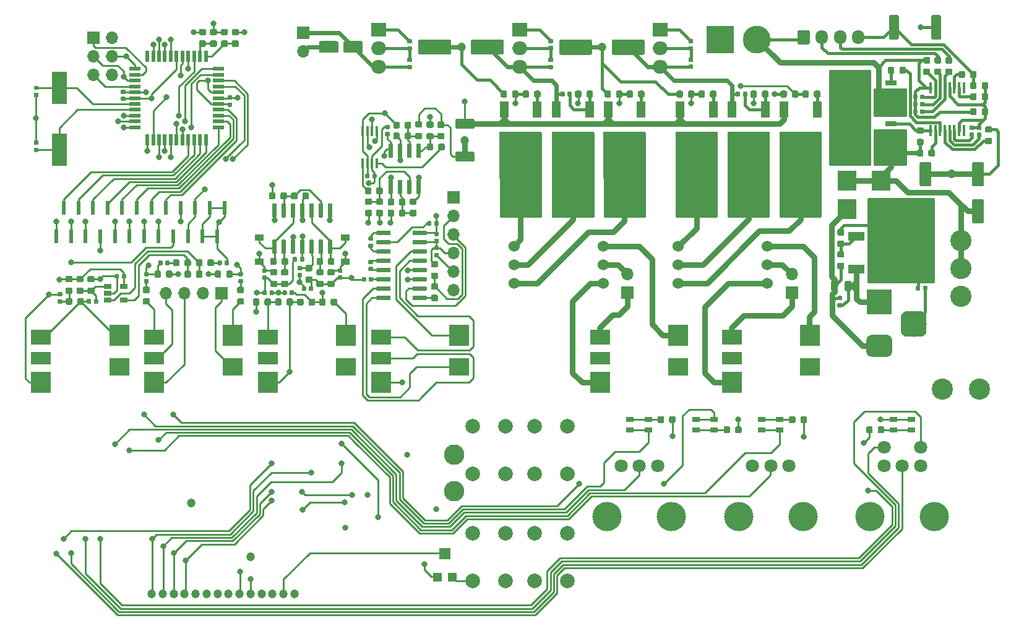
<source format=gtl>
G04 #@! TF.GenerationSoftware,KiCad,Pcbnew,(5.1.2)-1*
G04 #@! TF.CreationDate,2019-07-27T13:44:34-05:00*
G04 #@! TF.ProjectId,mk312,6d6b3331-322e-46b6-9963-61645f706362,rev?*
G04 #@! TF.SameCoordinates,Original*
G04 #@! TF.FileFunction,Copper,L1,Top*
G04 #@! TF.FilePolarity,Positive*
%FSLAX46Y46*%
G04 Gerber Fmt 4.6, Leading zero omitted, Abs format (unit mm)*
G04 Created by KiCad (PCBNEW (5.1.2)-1) date 2019-07-27 13:44:34*
%MOMM*%
%LPD*%
G04 APERTURE LIST*
%ADD10C,0.100000*%
%ADD11C,1.350000*%
%ADD12R,0.450000X1.500000*%
%ADD13C,0.875000*%
%ADD14O,1.700000X1.950000*%
%ADD15C,1.700000*%
%ADD16C,3.800000*%
%ADD17R,3.800000X3.800000*%
%ADD18R,1.525000X0.700000*%
%ADD19C,0.590000*%
%ADD20C,1.600000*%
%ADD21R,1.000000X0.800000*%
%ADD22C,1.524000*%
%ADD23C,1.800000*%
%ADD24C,4.000000*%
%ADD25C,2.800000*%
%ADD26C,1.200000*%
%ADD27C,2.000000*%
%ADD28R,1.060000X0.650000*%
%ADD29C,3.500000*%
%ADD30C,3.000000*%
%ADD31R,3.500000X3.500000*%
%ADD32C,0.600000*%
%ADD33R,5.800000X6.400000*%
%ADD34R,1.200000X2.200000*%
%ADD35O,2.000000X1.905000*%
%ADD36R,2.000000X1.905000*%
%ADD37R,6.400000X5.800000*%
%ADD38R,2.200000X1.200000*%
%ADD39C,2.900000*%
%ADD40R,0.600000X1.850000*%
%ADD41R,1.600000X1.500000*%
%ADD42R,1.200000X1.200000*%
%ADD43C,0.975000*%
%ADD44C,2.100000*%
%ADD45O,1.700000X1.700000*%
%ADD46R,1.700000X1.700000*%
%ADD47R,2.000000X4.500000*%
%ADD48R,1.200000X0.900000*%
%ADD49R,0.550000X1.500000*%
%ADD50R,1.500000X0.550000*%
%ADD51R,0.450000X1.450000*%
%ADD52R,2.500000X2.710000*%
%ADD53R,2.700000X1.800000*%
%ADD54R,2.700000X2.400000*%
%ADD55R,2.700000X2.100000*%
%ADD56R,2.700000X2.900000*%
%ADD57C,0.800000*%
%ADD58C,0.800000*%
%ADD59C,0.250000*%
%ADD60C,0.400000*%
%ADD61C,0.600000*%
%ADD62C,0.254000*%
G04 APERTURE END LIST*
D10*
G36*
X201339505Y-23336204D02*
G01*
X201363773Y-23339804D01*
X201387572Y-23345765D01*
X201410671Y-23354030D01*
X201432850Y-23364520D01*
X201453893Y-23377132D01*
X201473599Y-23391747D01*
X201491777Y-23408223D01*
X201508253Y-23426401D01*
X201522868Y-23446107D01*
X201535480Y-23467150D01*
X201545970Y-23489329D01*
X201554235Y-23512428D01*
X201560196Y-23536227D01*
X201563796Y-23560495D01*
X201565000Y-23584999D01*
X201565000Y-26435001D01*
X201563796Y-26459505D01*
X201560196Y-26483773D01*
X201554235Y-26507572D01*
X201545970Y-26530671D01*
X201535480Y-26552850D01*
X201522868Y-26573893D01*
X201508253Y-26593599D01*
X201491777Y-26611777D01*
X201473599Y-26628253D01*
X201453893Y-26642868D01*
X201432850Y-26655480D01*
X201410671Y-26665970D01*
X201387572Y-26674235D01*
X201363773Y-26680196D01*
X201339505Y-26683796D01*
X201315001Y-26685000D01*
X200464999Y-26685000D01*
X200440495Y-26683796D01*
X200416227Y-26680196D01*
X200392428Y-26674235D01*
X200369329Y-26665970D01*
X200347150Y-26655480D01*
X200326107Y-26642868D01*
X200306401Y-26628253D01*
X200288223Y-26611777D01*
X200271747Y-26593599D01*
X200257132Y-26573893D01*
X200244520Y-26552850D01*
X200234030Y-26530671D01*
X200225765Y-26507572D01*
X200219804Y-26483773D01*
X200216204Y-26459505D01*
X200215000Y-26435001D01*
X200215000Y-23584999D01*
X200216204Y-23560495D01*
X200219804Y-23536227D01*
X200225765Y-23512428D01*
X200234030Y-23489329D01*
X200244520Y-23467150D01*
X200257132Y-23446107D01*
X200271747Y-23426401D01*
X200288223Y-23408223D01*
X200306401Y-23391747D01*
X200326107Y-23377132D01*
X200347150Y-23364520D01*
X200369329Y-23354030D01*
X200392428Y-23345765D01*
X200416227Y-23339804D01*
X200440495Y-23336204D01*
X200464999Y-23335000D01*
X201315001Y-23335000D01*
X201339505Y-23336204D01*
X201339505Y-23336204D01*
G37*
D11*
X200890000Y-25010000D03*
D10*
G36*
X195539505Y-23336204D02*
G01*
X195563773Y-23339804D01*
X195587572Y-23345765D01*
X195610671Y-23354030D01*
X195632850Y-23364520D01*
X195653893Y-23377132D01*
X195673599Y-23391747D01*
X195691777Y-23408223D01*
X195708253Y-23426401D01*
X195722868Y-23446107D01*
X195735480Y-23467150D01*
X195745970Y-23489329D01*
X195754235Y-23512428D01*
X195760196Y-23536227D01*
X195763796Y-23560495D01*
X195765000Y-23584999D01*
X195765000Y-26435001D01*
X195763796Y-26459505D01*
X195760196Y-26483773D01*
X195754235Y-26507572D01*
X195745970Y-26530671D01*
X195735480Y-26552850D01*
X195722868Y-26573893D01*
X195708253Y-26593599D01*
X195691777Y-26611777D01*
X195673599Y-26628253D01*
X195653893Y-26642868D01*
X195632850Y-26655480D01*
X195610671Y-26665970D01*
X195587572Y-26674235D01*
X195563773Y-26680196D01*
X195539505Y-26683796D01*
X195515001Y-26685000D01*
X194664999Y-26685000D01*
X194640495Y-26683796D01*
X194616227Y-26680196D01*
X194592428Y-26674235D01*
X194569329Y-26665970D01*
X194547150Y-26655480D01*
X194526107Y-26642868D01*
X194506401Y-26628253D01*
X194488223Y-26611777D01*
X194471747Y-26593599D01*
X194457132Y-26573893D01*
X194444520Y-26552850D01*
X194434030Y-26530671D01*
X194425765Y-26507572D01*
X194419804Y-26483773D01*
X194416204Y-26459505D01*
X194415000Y-26435001D01*
X194415000Y-23584999D01*
X194416204Y-23560495D01*
X194419804Y-23536227D01*
X194425765Y-23512428D01*
X194434030Y-23489329D01*
X194444520Y-23467150D01*
X194457132Y-23446107D01*
X194471747Y-23426401D01*
X194488223Y-23408223D01*
X194506401Y-23391747D01*
X194526107Y-23377132D01*
X194547150Y-23364520D01*
X194569329Y-23354030D01*
X194592428Y-23345765D01*
X194616227Y-23339804D01*
X194640495Y-23336204D01*
X194664999Y-23335000D01*
X195515001Y-23335000D01*
X195539505Y-23336204D01*
X195539505Y-23336204D01*
G37*
D11*
X195090000Y-25010000D03*
D12*
X200125000Y-33260000D03*
X200775000Y-33260000D03*
X201425000Y-33260000D03*
X202075000Y-33260000D03*
X202725000Y-33260000D03*
X203375000Y-33260000D03*
X204025000Y-33260000D03*
X204675000Y-33260000D03*
X204675000Y-39160000D03*
X204025000Y-39160000D03*
X203375000Y-39160000D03*
X202725000Y-39160000D03*
X202075000Y-39160000D03*
X201425000Y-39160000D03*
X200775000Y-39160000D03*
X200125000Y-39160000D03*
D10*
G36*
X207787691Y-32516053D02*
G01*
X207808926Y-32519203D01*
X207829750Y-32524419D01*
X207849962Y-32531651D01*
X207869368Y-32540830D01*
X207887781Y-32551866D01*
X207905024Y-32564654D01*
X207920930Y-32579070D01*
X207935346Y-32594976D01*
X207948134Y-32612219D01*
X207959170Y-32630632D01*
X207968349Y-32650038D01*
X207975581Y-32670250D01*
X207980797Y-32691074D01*
X207983947Y-32712309D01*
X207985000Y-32733750D01*
X207985000Y-33246250D01*
X207983947Y-33267691D01*
X207980797Y-33288926D01*
X207975581Y-33309750D01*
X207968349Y-33329962D01*
X207959170Y-33349368D01*
X207948134Y-33367781D01*
X207935346Y-33385024D01*
X207920930Y-33400930D01*
X207905024Y-33415346D01*
X207887781Y-33428134D01*
X207869368Y-33439170D01*
X207849962Y-33448349D01*
X207829750Y-33455581D01*
X207808926Y-33460797D01*
X207787691Y-33463947D01*
X207766250Y-33465000D01*
X207328750Y-33465000D01*
X207307309Y-33463947D01*
X207286074Y-33460797D01*
X207265250Y-33455581D01*
X207245038Y-33448349D01*
X207225632Y-33439170D01*
X207207219Y-33428134D01*
X207189976Y-33415346D01*
X207174070Y-33400930D01*
X207159654Y-33385024D01*
X207146866Y-33367781D01*
X207135830Y-33349368D01*
X207126651Y-33329962D01*
X207119419Y-33309750D01*
X207114203Y-33288926D01*
X207111053Y-33267691D01*
X207110000Y-33246250D01*
X207110000Y-32733750D01*
X207111053Y-32712309D01*
X207114203Y-32691074D01*
X207119419Y-32670250D01*
X207126651Y-32650038D01*
X207135830Y-32630632D01*
X207146866Y-32612219D01*
X207159654Y-32594976D01*
X207174070Y-32579070D01*
X207189976Y-32564654D01*
X207207219Y-32551866D01*
X207225632Y-32540830D01*
X207245038Y-32531651D01*
X207265250Y-32524419D01*
X207286074Y-32519203D01*
X207307309Y-32516053D01*
X207328750Y-32515000D01*
X207766250Y-32515000D01*
X207787691Y-32516053D01*
X207787691Y-32516053D01*
G37*
D13*
X207547500Y-32990000D03*
D10*
G36*
X206212691Y-32516053D02*
G01*
X206233926Y-32519203D01*
X206254750Y-32524419D01*
X206274962Y-32531651D01*
X206294368Y-32540830D01*
X206312781Y-32551866D01*
X206330024Y-32564654D01*
X206345930Y-32579070D01*
X206360346Y-32594976D01*
X206373134Y-32612219D01*
X206384170Y-32630632D01*
X206393349Y-32650038D01*
X206400581Y-32670250D01*
X206405797Y-32691074D01*
X206408947Y-32712309D01*
X206410000Y-32733750D01*
X206410000Y-33246250D01*
X206408947Y-33267691D01*
X206405797Y-33288926D01*
X206400581Y-33309750D01*
X206393349Y-33329962D01*
X206384170Y-33349368D01*
X206373134Y-33367781D01*
X206360346Y-33385024D01*
X206345930Y-33400930D01*
X206330024Y-33415346D01*
X206312781Y-33428134D01*
X206294368Y-33439170D01*
X206274962Y-33448349D01*
X206254750Y-33455581D01*
X206233926Y-33460797D01*
X206212691Y-33463947D01*
X206191250Y-33465000D01*
X205753750Y-33465000D01*
X205732309Y-33463947D01*
X205711074Y-33460797D01*
X205690250Y-33455581D01*
X205670038Y-33448349D01*
X205650632Y-33439170D01*
X205632219Y-33428134D01*
X205614976Y-33415346D01*
X205599070Y-33400930D01*
X205584654Y-33385024D01*
X205571866Y-33367781D01*
X205560830Y-33349368D01*
X205551651Y-33329962D01*
X205544419Y-33309750D01*
X205539203Y-33288926D01*
X205536053Y-33267691D01*
X205535000Y-33246250D01*
X205535000Y-32733750D01*
X205536053Y-32712309D01*
X205539203Y-32691074D01*
X205544419Y-32670250D01*
X205551651Y-32650038D01*
X205560830Y-32630632D01*
X205571866Y-32612219D01*
X205584654Y-32594976D01*
X205599070Y-32579070D01*
X205614976Y-32564654D01*
X205632219Y-32551866D01*
X205650632Y-32540830D01*
X205670038Y-32531651D01*
X205690250Y-32524419D01*
X205711074Y-32519203D01*
X205732309Y-32516053D01*
X205753750Y-32515000D01*
X206191250Y-32515000D01*
X206212691Y-32516053D01*
X206212691Y-32516053D01*
G37*
D13*
X205972500Y-32990000D03*
D10*
G36*
X204632691Y-30986053D02*
G01*
X204653926Y-30989203D01*
X204674750Y-30994419D01*
X204694962Y-31001651D01*
X204714368Y-31010830D01*
X204732781Y-31021866D01*
X204750024Y-31034654D01*
X204765930Y-31049070D01*
X204780346Y-31064976D01*
X204793134Y-31082219D01*
X204804170Y-31100632D01*
X204813349Y-31120038D01*
X204820581Y-31140250D01*
X204825797Y-31161074D01*
X204828947Y-31182309D01*
X204830000Y-31203750D01*
X204830000Y-31716250D01*
X204828947Y-31737691D01*
X204825797Y-31758926D01*
X204820581Y-31779750D01*
X204813349Y-31799962D01*
X204804170Y-31819368D01*
X204793134Y-31837781D01*
X204780346Y-31855024D01*
X204765930Y-31870930D01*
X204750024Y-31885346D01*
X204732781Y-31898134D01*
X204714368Y-31909170D01*
X204694962Y-31918349D01*
X204674750Y-31925581D01*
X204653926Y-31930797D01*
X204632691Y-31933947D01*
X204611250Y-31935000D01*
X204173750Y-31935000D01*
X204152309Y-31933947D01*
X204131074Y-31930797D01*
X204110250Y-31925581D01*
X204090038Y-31918349D01*
X204070632Y-31909170D01*
X204052219Y-31898134D01*
X204034976Y-31885346D01*
X204019070Y-31870930D01*
X204004654Y-31855024D01*
X203991866Y-31837781D01*
X203980830Y-31819368D01*
X203971651Y-31799962D01*
X203964419Y-31779750D01*
X203959203Y-31758926D01*
X203956053Y-31737691D01*
X203955000Y-31716250D01*
X203955000Y-31203750D01*
X203956053Y-31182309D01*
X203959203Y-31161074D01*
X203964419Y-31140250D01*
X203971651Y-31120038D01*
X203980830Y-31100632D01*
X203991866Y-31082219D01*
X204004654Y-31064976D01*
X204019070Y-31049070D01*
X204034976Y-31034654D01*
X204052219Y-31021866D01*
X204070632Y-31010830D01*
X204090038Y-31001651D01*
X204110250Y-30994419D01*
X204131074Y-30989203D01*
X204152309Y-30986053D01*
X204173750Y-30985000D01*
X204611250Y-30985000D01*
X204632691Y-30986053D01*
X204632691Y-30986053D01*
G37*
D13*
X204392500Y-31460000D03*
D10*
G36*
X206207691Y-30986053D02*
G01*
X206228926Y-30989203D01*
X206249750Y-30994419D01*
X206269962Y-31001651D01*
X206289368Y-31010830D01*
X206307781Y-31021866D01*
X206325024Y-31034654D01*
X206340930Y-31049070D01*
X206355346Y-31064976D01*
X206368134Y-31082219D01*
X206379170Y-31100632D01*
X206388349Y-31120038D01*
X206395581Y-31140250D01*
X206400797Y-31161074D01*
X206403947Y-31182309D01*
X206405000Y-31203750D01*
X206405000Y-31716250D01*
X206403947Y-31737691D01*
X206400797Y-31758926D01*
X206395581Y-31779750D01*
X206388349Y-31799962D01*
X206379170Y-31819368D01*
X206368134Y-31837781D01*
X206355346Y-31855024D01*
X206340930Y-31870930D01*
X206325024Y-31885346D01*
X206307781Y-31898134D01*
X206289368Y-31909170D01*
X206269962Y-31918349D01*
X206249750Y-31925581D01*
X206228926Y-31930797D01*
X206207691Y-31933947D01*
X206186250Y-31935000D01*
X205748750Y-31935000D01*
X205727309Y-31933947D01*
X205706074Y-31930797D01*
X205685250Y-31925581D01*
X205665038Y-31918349D01*
X205645632Y-31909170D01*
X205627219Y-31898134D01*
X205609976Y-31885346D01*
X205594070Y-31870930D01*
X205579654Y-31855024D01*
X205566866Y-31837781D01*
X205555830Y-31819368D01*
X205546651Y-31799962D01*
X205539419Y-31779750D01*
X205534203Y-31758926D01*
X205531053Y-31737691D01*
X205530000Y-31716250D01*
X205530000Y-31203750D01*
X205531053Y-31182309D01*
X205534203Y-31161074D01*
X205539419Y-31140250D01*
X205546651Y-31120038D01*
X205555830Y-31100632D01*
X205566866Y-31082219D01*
X205579654Y-31064976D01*
X205594070Y-31049070D01*
X205609976Y-31034654D01*
X205627219Y-31021866D01*
X205645632Y-31010830D01*
X205665038Y-31001651D01*
X205685250Y-30994419D01*
X205706074Y-30989203D01*
X205727309Y-30986053D01*
X205748750Y-30985000D01*
X206186250Y-30985000D01*
X206207691Y-30986053D01*
X206207691Y-30986053D01*
G37*
D13*
X205967500Y-31460000D03*
D10*
G36*
X202897691Y-30671053D02*
G01*
X202918926Y-30674203D01*
X202939750Y-30679419D01*
X202959962Y-30686651D01*
X202979368Y-30695830D01*
X202997781Y-30706866D01*
X203015024Y-30719654D01*
X203030930Y-30734070D01*
X203045346Y-30749976D01*
X203058134Y-30767219D01*
X203069170Y-30785632D01*
X203078349Y-30805038D01*
X203085581Y-30825250D01*
X203090797Y-30846074D01*
X203093947Y-30867309D01*
X203095000Y-30888750D01*
X203095000Y-31326250D01*
X203093947Y-31347691D01*
X203090797Y-31368926D01*
X203085581Y-31389750D01*
X203078349Y-31409962D01*
X203069170Y-31429368D01*
X203058134Y-31447781D01*
X203045346Y-31465024D01*
X203030930Y-31480930D01*
X203015024Y-31495346D01*
X202997781Y-31508134D01*
X202979368Y-31519170D01*
X202959962Y-31528349D01*
X202939750Y-31535581D01*
X202918926Y-31540797D01*
X202897691Y-31543947D01*
X202876250Y-31545000D01*
X202363750Y-31545000D01*
X202342309Y-31543947D01*
X202321074Y-31540797D01*
X202300250Y-31535581D01*
X202280038Y-31528349D01*
X202260632Y-31519170D01*
X202242219Y-31508134D01*
X202224976Y-31495346D01*
X202209070Y-31480930D01*
X202194654Y-31465024D01*
X202181866Y-31447781D01*
X202170830Y-31429368D01*
X202161651Y-31409962D01*
X202154419Y-31389750D01*
X202149203Y-31368926D01*
X202146053Y-31347691D01*
X202145000Y-31326250D01*
X202145000Y-30888750D01*
X202146053Y-30867309D01*
X202149203Y-30846074D01*
X202154419Y-30825250D01*
X202161651Y-30805038D01*
X202170830Y-30785632D01*
X202181866Y-30767219D01*
X202194654Y-30749976D01*
X202209070Y-30734070D01*
X202224976Y-30719654D01*
X202242219Y-30706866D01*
X202260632Y-30695830D01*
X202280038Y-30686651D01*
X202300250Y-30679419D01*
X202321074Y-30674203D01*
X202342309Y-30671053D01*
X202363750Y-30670000D01*
X202876250Y-30670000D01*
X202897691Y-30671053D01*
X202897691Y-30671053D01*
G37*
D13*
X202620000Y-31107500D03*
D10*
G36*
X202897691Y-29096053D02*
G01*
X202918926Y-29099203D01*
X202939750Y-29104419D01*
X202959962Y-29111651D01*
X202979368Y-29120830D01*
X202997781Y-29131866D01*
X203015024Y-29144654D01*
X203030930Y-29159070D01*
X203045346Y-29174976D01*
X203058134Y-29192219D01*
X203069170Y-29210632D01*
X203078349Y-29230038D01*
X203085581Y-29250250D01*
X203090797Y-29271074D01*
X203093947Y-29292309D01*
X203095000Y-29313750D01*
X203095000Y-29751250D01*
X203093947Y-29772691D01*
X203090797Y-29793926D01*
X203085581Y-29814750D01*
X203078349Y-29834962D01*
X203069170Y-29854368D01*
X203058134Y-29872781D01*
X203045346Y-29890024D01*
X203030930Y-29905930D01*
X203015024Y-29920346D01*
X202997781Y-29933134D01*
X202979368Y-29944170D01*
X202959962Y-29953349D01*
X202939750Y-29960581D01*
X202918926Y-29965797D01*
X202897691Y-29968947D01*
X202876250Y-29970000D01*
X202363750Y-29970000D01*
X202342309Y-29968947D01*
X202321074Y-29965797D01*
X202300250Y-29960581D01*
X202280038Y-29953349D01*
X202260632Y-29944170D01*
X202242219Y-29933134D01*
X202224976Y-29920346D01*
X202209070Y-29905930D01*
X202194654Y-29890024D01*
X202181866Y-29872781D01*
X202170830Y-29854368D01*
X202161651Y-29834962D01*
X202154419Y-29814750D01*
X202149203Y-29793926D01*
X202146053Y-29772691D01*
X202145000Y-29751250D01*
X202145000Y-29313750D01*
X202146053Y-29292309D01*
X202149203Y-29271074D01*
X202154419Y-29250250D01*
X202161651Y-29230038D01*
X202170830Y-29210632D01*
X202181866Y-29192219D01*
X202194654Y-29174976D01*
X202209070Y-29159070D01*
X202224976Y-29144654D01*
X202242219Y-29131866D01*
X202260632Y-29120830D01*
X202280038Y-29111651D01*
X202300250Y-29104419D01*
X202321074Y-29099203D01*
X202342309Y-29096053D01*
X202363750Y-29095000D01*
X202876250Y-29095000D01*
X202897691Y-29096053D01*
X202897691Y-29096053D01*
G37*
D13*
X202620000Y-29532500D03*
D10*
G36*
X201387691Y-30661053D02*
G01*
X201408926Y-30664203D01*
X201429750Y-30669419D01*
X201449962Y-30676651D01*
X201469368Y-30685830D01*
X201487781Y-30696866D01*
X201505024Y-30709654D01*
X201520930Y-30724070D01*
X201535346Y-30739976D01*
X201548134Y-30757219D01*
X201559170Y-30775632D01*
X201568349Y-30795038D01*
X201575581Y-30815250D01*
X201580797Y-30836074D01*
X201583947Y-30857309D01*
X201585000Y-30878750D01*
X201585000Y-31316250D01*
X201583947Y-31337691D01*
X201580797Y-31358926D01*
X201575581Y-31379750D01*
X201568349Y-31399962D01*
X201559170Y-31419368D01*
X201548134Y-31437781D01*
X201535346Y-31455024D01*
X201520930Y-31470930D01*
X201505024Y-31485346D01*
X201487781Y-31498134D01*
X201469368Y-31509170D01*
X201449962Y-31518349D01*
X201429750Y-31525581D01*
X201408926Y-31530797D01*
X201387691Y-31533947D01*
X201366250Y-31535000D01*
X200853750Y-31535000D01*
X200832309Y-31533947D01*
X200811074Y-31530797D01*
X200790250Y-31525581D01*
X200770038Y-31518349D01*
X200750632Y-31509170D01*
X200732219Y-31498134D01*
X200714976Y-31485346D01*
X200699070Y-31470930D01*
X200684654Y-31455024D01*
X200671866Y-31437781D01*
X200660830Y-31419368D01*
X200651651Y-31399962D01*
X200644419Y-31379750D01*
X200639203Y-31358926D01*
X200636053Y-31337691D01*
X200635000Y-31316250D01*
X200635000Y-30878750D01*
X200636053Y-30857309D01*
X200639203Y-30836074D01*
X200644419Y-30815250D01*
X200651651Y-30795038D01*
X200660830Y-30775632D01*
X200671866Y-30757219D01*
X200684654Y-30739976D01*
X200699070Y-30724070D01*
X200714976Y-30709654D01*
X200732219Y-30696866D01*
X200750632Y-30685830D01*
X200770038Y-30676651D01*
X200790250Y-30669419D01*
X200811074Y-30664203D01*
X200832309Y-30661053D01*
X200853750Y-30660000D01*
X201366250Y-30660000D01*
X201387691Y-30661053D01*
X201387691Y-30661053D01*
G37*
D13*
X201110000Y-31097500D03*
D10*
G36*
X201387691Y-29086053D02*
G01*
X201408926Y-29089203D01*
X201429750Y-29094419D01*
X201449962Y-29101651D01*
X201469368Y-29110830D01*
X201487781Y-29121866D01*
X201505024Y-29134654D01*
X201520930Y-29149070D01*
X201535346Y-29164976D01*
X201548134Y-29182219D01*
X201559170Y-29200632D01*
X201568349Y-29220038D01*
X201575581Y-29240250D01*
X201580797Y-29261074D01*
X201583947Y-29282309D01*
X201585000Y-29303750D01*
X201585000Y-29741250D01*
X201583947Y-29762691D01*
X201580797Y-29783926D01*
X201575581Y-29804750D01*
X201568349Y-29824962D01*
X201559170Y-29844368D01*
X201548134Y-29862781D01*
X201535346Y-29880024D01*
X201520930Y-29895930D01*
X201505024Y-29910346D01*
X201487781Y-29923134D01*
X201469368Y-29934170D01*
X201449962Y-29943349D01*
X201429750Y-29950581D01*
X201408926Y-29955797D01*
X201387691Y-29958947D01*
X201366250Y-29960000D01*
X200853750Y-29960000D01*
X200832309Y-29958947D01*
X200811074Y-29955797D01*
X200790250Y-29950581D01*
X200770038Y-29943349D01*
X200750632Y-29934170D01*
X200732219Y-29923134D01*
X200714976Y-29910346D01*
X200699070Y-29895930D01*
X200684654Y-29880024D01*
X200671866Y-29862781D01*
X200660830Y-29844368D01*
X200651651Y-29824962D01*
X200644419Y-29804750D01*
X200639203Y-29783926D01*
X200636053Y-29762691D01*
X200635000Y-29741250D01*
X200635000Y-29303750D01*
X200636053Y-29282309D01*
X200639203Y-29261074D01*
X200644419Y-29240250D01*
X200651651Y-29220038D01*
X200660830Y-29200632D01*
X200671866Y-29182219D01*
X200684654Y-29164976D01*
X200699070Y-29149070D01*
X200714976Y-29134654D01*
X200732219Y-29121866D01*
X200750632Y-29110830D01*
X200770038Y-29101651D01*
X200790250Y-29094419D01*
X200811074Y-29089203D01*
X200832309Y-29086053D01*
X200853750Y-29085000D01*
X201366250Y-29085000D01*
X201387691Y-29086053D01*
X201387691Y-29086053D01*
G37*
D13*
X201110000Y-29522500D03*
D10*
G36*
X199867691Y-30661053D02*
G01*
X199888926Y-30664203D01*
X199909750Y-30669419D01*
X199929962Y-30676651D01*
X199949368Y-30685830D01*
X199967781Y-30696866D01*
X199985024Y-30709654D01*
X200000930Y-30724070D01*
X200015346Y-30739976D01*
X200028134Y-30757219D01*
X200039170Y-30775632D01*
X200048349Y-30795038D01*
X200055581Y-30815250D01*
X200060797Y-30836074D01*
X200063947Y-30857309D01*
X200065000Y-30878750D01*
X200065000Y-31316250D01*
X200063947Y-31337691D01*
X200060797Y-31358926D01*
X200055581Y-31379750D01*
X200048349Y-31399962D01*
X200039170Y-31419368D01*
X200028134Y-31437781D01*
X200015346Y-31455024D01*
X200000930Y-31470930D01*
X199985024Y-31485346D01*
X199967781Y-31498134D01*
X199949368Y-31509170D01*
X199929962Y-31518349D01*
X199909750Y-31525581D01*
X199888926Y-31530797D01*
X199867691Y-31533947D01*
X199846250Y-31535000D01*
X199333750Y-31535000D01*
X199312309Y-31533947D01*
X199291074Y-31530797D01*
X199270250Y-31525581D01*
X199250038Y-31518349D01*
X199230632Y-31509170D01*
X199212219Y-31498134D01*
X199194976Y-31485346D01*
X199179070Y-31470930D01*
X199164654Y-31455024D01*
X199151866Y-31437781D01*
X199140830Y-31419368D01*
X199131651Y-31399962D01*
X199124419Y-31379750D01*
X199119203Y-31358926D01*
X199116053Y-31337691D01*
X199115000Y-31316250D01*
X199115000Y-30878750D01*
X199116053Y-30857309D01*
X199119203Y-30836074D01*
X199124419Y-30815250D01*
X199131651Y-30795038D01*
X199140830Y-30775632D01*
X199151866Y-30757219D01*
X199164654Y-30739976D01*
X199179070Y-30724070D01*
X199194976Y-30709654D01*
X199212219Y-30696866D01*
X199230632Y-30685830D01*
X199250038Y-30676651D01*
X199270250Y-30669419D01*
X199291074Y-30664203D01*
X199312309Y-30661053D01*
X199333750Y-30660000D01*
X199846250Y-30660000D01*
X199867691Y-30661053D01*
X199867691Y-30661053D01*
G37*
D13*
X199590000Y-31097500D03*
D10*
G36*
X199867691Y-29086053D02*
G01*
X199888926Y-29089203D01*
X199909750Y-29094419D01*
X199929962Y-29101651D01*
X199949368Y-29110830D01*
X199967781Y-29121866D01*
X199985024Y-29134654D01*
X200000930Y-29149070D01*
X200015346Y-29164976D01*
X200028134Y-29182219D01*
X200039170Y-29200632D01*
X200048349Y-29220038D01*
X200055581Y-29240250D01*
X200060797Y-29261074D01*
X200063947Y-29282309D01*
X200065000Y-29303750D01*
X200065000Y-29741250D01*
X200063947Y-29762691D01*
X200060797Y-29783926D01*
X200055581Y-29804750D01*
X200048349Y-29824962D01*
X200039170Y-29844368D01*
X200028134Y-29862781D01*
X200015346Y-29880024D01*
X200000930Y-29895930D01*
X199985024Y-29910346D01*
X199967781Y-29923134D01*
X199949368Y-29934170D01*
X199929962Y-29943349D01*
X199909750Y-29950581D01*
X199888926Y-29955797D01*
X199867691Y-29958947D01*
X199846250Y-29960000D01*
X199333750Y-29960000D01*
X199312309Y-29958947D01*
X199291074Y-29955797D01*
X199270250Y-29950581D01*
X199250038Y-29943349D01*
X199230632Y-29934170D01*
X199212219Y-29923134D01*
X199194976Y-29910346D01*
X199179070Y-29895930D01*
X199164654Y-29880024D01*
X199151866Y-29862781D01*
X199140830Y-29844368D01*
X199131651Y-29824962D01*
X199124419Y-29804750D01*
X199119203Y-29783926D01*
X199116053Y-29762691D01*
X199115000Y-29741250D01*
X199115000Y-29303750D01*
X199116053Y-29282309D01*
X199119203Y-29261074D01*
X199124419Y-29240250D01*
X199131651Y-29220038D01*
X199140830Y-29200632D01*
X199151866Y-29182219D01*
X199164654Y-29164976D01*
X199179070Y-29149070D01*
X199194976Y-29134654D01*
X199212219Y-29121866D01*
X199230632Y-29110830D01*
X199250038Y-29101651D01*
X199270250Y-29094419D01*
X199291074Y-29089203D01*
X199312309Y-29086053D01*
X199333750Y-29085000D01*
X199846250Y-29085000D01*
X199867691Y-29086053D01*
X199867691Y-29086053D01*
G37*
D13*
X199590000Y-29522500D03*
D10*
G36*
X206212691Y-34036053D02*
G01*
X206233926Y-34039203D01*
X206254750Y-34044419D01*
X206274962Y-34051651D01*
X206294368Y-34060830D01*
X206312781Y-34071866D01*
X206330024Y-34084654D01*
X206345930Y-34099070D01*
X206360346Y-34114976D01*
X206373134Y-34132219D01*
X206384170Y-34150632D01*
X206393349Y-34170038D01*
X206400581Y-34190250D01*
X206405797Y-34211074D01*
X206408947Y-34232309D01*
X206410000Y-34253750D01*
X206410000Y-34766250D01*
X206408947Y-34787691D01*
X206405797Y-34808926D01*
X206400581Y-34829750D01*
X206393349Y-34849962D01*
X206384170Y-34869368D01*
X206373134Y-34887781D01*
X206360346Y-34905024D01*
X206345930Y-34920930D01*
X206330024Y-34935346D01*
X206312781Y-34948134D01*
X206294368Y-34959170D01*
X206274962Y-34968349D01*
X206254750Y-34975581D01*
X206233926Y-34980797D01*
X206212691Y-34983947D01*
X206191250Y-34985000D01*
X205753750Y-34985000D01*
X205732309Y-34983947D01*
X205711074Y-34980797D01*
X205690250Y-34975581D01*
X205670038Y-34968349D01*
X205650632Y-34959170D01*
X205632219Y-34948134D01*
X205614976Y-34935346D01*
X205599070Y-34920930D01*
X205584654Y-34905024D01*
X205571866Y-34887781D01*
X205560830Y-34869368D01*
X205551651Y-34849962D01*
X205544419Y-34829750D01*
X205539203Y-34808926D01*
X205536053Y-34787691D01*
X205535000Y-34766250D01*
X205535000Y-34253750D01*
X205536053Y-34232309D01*
X205539203Y-34211074D01*
X205544419Y-34190250D01*
X205551651Y-34170038D01*
X205560830Y-34150632D01*
X205571866Y-34132219D01*
X205584654Y-34114976D01*
X205599070Y-34099070D01*
X205614976Y-34084654D01*
X205632219Y-34071866D01*
X205650632Y-34060830D01*
X205670038Y-34051651D01*
X205690250Y-34044419D01*
X205711074Y-34039203D01*
X205732309Y-34036053D01*
X205753750Y-34035000D01*
X206191250Y-34035000D01*
X206212691Y-34036053D01*
X206212691Y-34036053D01*
G37*
D13*
X205972500Y-34510000D03*
D10*
G36*
X207787691Y-34036053D02*
G01*
X207808926Y-34039203D01*
X207829750Y-34044419D01*
X207849962Y-34051651D01*
X207869368Y-34060830D01*
X207887781Y-34071866D01*
X207905024Y-34084654D01*
X207920930Y-34099070D01*
X207935346Y-34114976D01*
X207948134Y-34132219D01*
X207959170Y-34150632D01*
X207968349Y-34170038D01*
X207975581Y-34190250D01*
X207980797Y-34211074D01*
X207983947Y-34232309D01*
X207985000Y-34253750D01*
X207985000Y-34766250D01*
X207983947Y-34787691D01*
X207980797Y-34808926D01*
X207975581Y-34829750D01*
X207968349Y-34849962D01*
X207959170Y-34869368D01*
X207948134Y-34887781D01*
X207935346Y-34905024D01*
X207920930Y-34920930D01*
X207905024Y-34935346D01*
X207887781Y-34948134D01*
X207869368Y-34959170D01*
X207849962Y-34968349D01*
X207829750Y-34975581D01*
X207808926Y-34980797D01*
X207787691Y-34983947D01*
X207766250Y-34985000D01*
X207328750Y-34985000D01*
X207307309Y-34983947D01*
X207286074Y-34980797D01*
X207265250Y-34975581D01*
X207245038Y-34968349D01*
X207225632Y-34959170D01*
X207207219Y-34948134D01*
X207189976Y-34935346D01*
X207174070Y-34920930D01*
X207159654Y-34905024D01*
X207146866Y-34887781D01*
X207135830Y-34869368D01*
X207126651Y-34849962D01*
X207119419Y-34829750D01*
X207114203Y-34808926D01*
X207111053Y-34787691D01*
X207110000Y-34766250D01*
X207110000Y-34253750D01*
X207111053Y-34232309D01*
X207114203Y-34211074D01*
X207119419Y-34190250D01*
X207126651Y-34170038D01*
X207135830Y-34150632D01*
X207146866Y-34132219D01*
X207159654Y-34114976D01*
X207174070Y-34099070D01*
X207189976Y-34084654D01*
X207207219Y-34071866D01*
X207225632Y-34060830D01*
X207245038Y-34051651D01*
X207265250Y-34044419D01*
X207286074Y-34039203D01*
X207307309Y-34036053D01*
X207328750Y-34035000D01*
X207766250Y-34035000D01*
X207787691Y-34036053D01*
X207787691Y-34036053D01*
G37*
D13*
X207547500Y-34510000D03*
D10*
G36*
X196527691Y-30426053D02*
G01*
X196548926Y-30429203D01*
X196569750Y-30434419D01*
X196589962Y-30441651D01*
X196609368Y-30450830D01*
X196627781Y-30461866D01*
X196645024Y-30474654D01*
X196660930Y-30489070D01*
X196675346Y-30504976D01*
X196688134Y-30522219D01*
X196699170Y-30540632D01*
X196708349Y-30560038D01*
X196715581Y-30580250D01*
X196720797Y-30601074D01*
X196723947Y-30622309D01*
X196725000Y-30643750D01*
X196725000Y-31156250D01*
X196723947Y-31177691D01*
X196720797Y-31198926D01*
X196715581Y-31219750D01*
X196708349Y-31239962D01*
X196699170Y-31259368D01*
X196688134Y-31277781D01*
X196675346Y-31295024D01*
X196660930Y-31310930D01*
X196645024Y-31325346D01*
X196627781Y-31338134D01*
X196609368Y-31349170D01*
X196589962Y-31358349D01*
X196569750Y-31365581D01*
X196548926Y-31370797D01*
X196527691Y-31373947D01*
X196506250Y-31375000D01*
X196068750Y-31375000D01*
X196047309Y-31373947D01*
X196026074Y-31370797D01*
X196005250Y-31365581D01*
X195985038Y-31358349D01*
X195965632Y-31349170D01*
X195947219Y-31338134D01*
X195929976Y-31325346D01*
X195914070Y-31310930D01*
X195899654Y-31295024D01*
X195886866Y-31277781D01*
X195875830Y-31259368D01*
X195866651Y-31239962D01*
X195859419Y-31219750D01*
X195854203Y-31198926D01*
X195851053Y-31177691D01*
X195850000Y-31156250D01*
X195850000Y-30643750D01*
X195851053Y-30622309D01*
X195854203Y-30601074D01*
X195859419Y-30580250D01*
X195866651Y-30560038D01*
X195875830Y-30540632D01*
X195886866Y-30522219D01*
X195899654Y-30504976D01*
X195914070Y-30489070D01*
X195929976Y-30474654D01*
X195947219Y-30461866D01*
X195965632Y-30450830D01*
X195985038Y-30441651D01*
X196005250Y-30434419D01*
X196026074Y-30429203D01*
X196047309Y-30426053D01*
X196068750Y-30425000D01*
X196506250Y-30425000D01*
X196527691Y-30426053D01*
X196527691Y-30426053D01*
G37*
D13*
X196287500Y-30900000D03*
D10*
G36*
X194952691Y-30426053D02*
G01*
X194973926Y-30429203D01*
X194994750Y-30434419D01*
X195014962Y-30441651D01*
X195034368Y-30450830D01*
X195052781Y-30461866D01*
X195070024Y-30474654D01*
X195085930Y-30489070D01*
X195100346Y-30504976D01*
X195113134Y-30522219D01*
X195124170Y-30540632D01*
X195133349Y-30560038D01*
X195140581Y-30580250D01*
X195145797Y-30601074D01*
X195148947Y-30622309D01*
X195150000Y-30643750D01*
X195150000Y-31156250D01*
X195148947Y-31177691D01*
X195145797Y-31198926D01*
X195140581Y-31219750D01*
X195133349Y-31239962D01*
X195124170Y-31259368D01*
X195113134Y-31277781D01*
X195100346Y-31295024D01*
X195085930Y-31310930D01*
X195070024Y-31325346D01*
X195052781Y-31338134D01*
X195034368Y-31349170D01*
X195014962Y-31358349D01*
X194994750Y-31365581D01*
X194973926Y-31370797D01*
X194952691Y-31373947D01*
X194931250Y-31375000D01*
X194493750Y-31375000D01*
X194472309Y-31373947D01*
X194451074Y-31370797D01*
X194430250Y-31365581D01*
X194410038Y-31358349D01*
X194390632Y-31349170D01*
X194372219Y-31338134D01*
X194354976Y-31325346D01*
X194339070Y-31310930D01*
X194324654Y-31295024D01*
X194311866Y-31277781D01*
X194300830Y-31259368D01*
X194291651Y-31239962D01*
X194284419Y-31219750D01*
X194279203Y-31198926D01*
X194276053Y-31177691D01*
X194275000Y-31156250D01*
X194275000Y-30643750D01*
X194276053Y-30622309D01*
X194279203Y-30601074D01*
X194284419Y-30580250D01*
X194291651Y-30560038D01*
X194300830Y-30540632D01*
X194311866Y-30522219D01*
X194324654Y-30504976D01*
X194339070Y-30489070D01*
X194354976Y-30474654D01*
X194372219Y-30461866D01*
X194390632Y-30450830D01*
X194410038Y-30441651D01*
X194430250Y-30434419D01*
X194451074Y-30429203D01*
X194472309Y-30426053D01*
X194493750Y-30425000D01*
X194931250Y-30425000D01*
X194952691Y-30426053D01*
X194952691Y-30426053D01*
G37*
D13*
X194712500Y-30900000D03*
D10*
G36*
X198967691Y-38706053D02*
G01*
X198988926Y-38709203D01*
X199009750Y-38714419D01*
X199029962Y-38721651D01*
X199049368Y-38730830D01*
X199067781Y-38741866D01*
X199085024Y-38754654D01*
X199100930Y-38769070D01*
X199115346Y-38784976D01*
X199128134Y-38802219D01*
X199139170Y-38820632D01*
X199148349Y-38840038D01*
X199155581Y-38860250D01*
X199160797Y-38881074D01*
X199163947Y-38902309D01*
X199165000Y-38923750D01*
X199165000Y-39361250D01*
X199163947Y-39382691D01*
X199160797Y-39403926D01*
X199155581Y-39424750D01*
X199148349Y-39444962D01*
X199139170Y-39464368D01*
X199128134Y-39482781D01*
X199115346Y-39500024D01*
X199100930Y-39515930D01*
X199085024Y-39530346D01*
X199067781Y-39543134D01*
X199049368Y-39554170D01*
X199029962Y-39563349D01*
X199009750Y-39570581D01*
X198988926Y-39575797D01*
X198967691Y-39578947D01*
X198946250Y-39580000D01*
X198433750Y-39580000D01*
X198412309Y-39578947D01*
X198391074Y-39575797D01*
X198370250Y-39570581D01*
X198350038Y-39563349D01*
X198330632Y-39554170D01*
X198312219Y-39543134D01*
X198294976Y-39530346D01*
X198279070Y-39515930D01*
X198264654Y-39500024D01*
X198251866Y-39482781D01*
X198240830Y-39464368D01*
X198231651Y-39444962D01*
X198224419Y-39424750D01*
X198219203Y-39403926D01*
X198216053Y-39382691D01*
X198215000Y-39361250D01*
X198215000Y-38923750D01*
X198216053Y-38902309D01*
X198219203Y-38881074D01*
X198224419Y-38860250D01*
X198231651Y-38840038D01*
X198240830Y-38820632D01*
X198251866Y-38802219D01*
X198264654Y-38784976D01*
X198279070Y-38769070D01*
X198294976Y-38754654D01*
X198312219Y-38741866D01*
X198330632Y-38730830D01*
X198350038Y-38721651D01*
X198370250Y-38714419D01*
X198391074Y-38709203D01*
X198412309Y-38706053D01*
X198433750Y-38705000D01*
X198946250Y-38705000D01*
X198967691Y-38706053D01*
X198967691Y-38706053D01*
G37*
D13*
X198690000Y-39142500D03*
D10*
G36*
X198967691Y-40281053D02*
G01*
X198988926Y-40284203D01*
X199009750Y-40289419D01*
X199029962Y-40296651D01*
X199049368Y-40305830D01*
X199067781Y-40316866D01*
X199085024Y-40329654D01*
X199100930Y-40344070D01*
X199115346Y-40359976D01*
X199128134Y-40377219D01*
X199139170Y-40395632D01*
X199148349Y-40415038D01*
X199155581Y-40435250D01*
X199160797Y-40456074D01*
X199163947Y-40477309D01*
X199165000Y-40498750D01*
X199165000Y-40936250D01*
X199163947Y-40957691D01*
X199160797Y-40978926D01*
X199155581Y-40999750D01*
X199148349Y-41019962D01*
X199139170Y-41039368D01*
X199128134Y-41057781D01*
X199115346Y-41075024D01*
X199100930Y-41090930D01*
X199085024Y-41105346D01*
X199067781Y-41118134D01*
X199049368Y-41129170D01*
X199029962Y-41138349D01*
X199009750Y-41145581D01*
X198988926Y-41150797D01*
X198967691Y-41153947D01*
X198946250Y-41155000D01*
X198433750Y-41155000D01*
X198412309Y-41153947D01*
X198391074Y-41150797D01*
X198370250Y-41145581D01*
X198350038Y-41138349D01*
X198330632Y-41129170D01*
X198312219Y-41118134D01*
X198294976Y-41105346D01*
X198279070Y-41090930D01*
X198264654Y-41075024D01*
X198251866Y-41057781D01*
X198240830Y-41039368D01*
X198231651Y-41019962D01*
X198224419Y-40999750D01*
X198219203Y-40978926D01*
X198216053Y-40957691D01*
X198215000Y-40936250D01*
X198215000Y-40498750D01*
X198216053Y-40477309D01*
X198219203Y-40456074D01*
X198224419Y-40435250D01*
X198231651Y-40415038D01*
X198240830Y-40395632D01*
X198251866Y-40377219D01*
X198264654Y-40359976D01*
X198279070Y-40344070D01*
X198294976Y-40329654D01*
X198312219Y-40316866D01*
X198330632Y-40305830D01*
X198350038Y-40296651D01*
X198370250Y-40289419D01*
X198391074Y-40284203D01*
X198412309Y-40281053D01*
X198433750Y-40280000D01*
X198946250Y-40280000D01*
X198967691Y-40281053D01*
X198967691Y-40281053D01*
G37*
D13*
X198690000Y-40717500D03*
D10*
G36*
X208337691Y-40131053D02*
G01*
X208358926Y-40134203D01*
X208379750Y-40139419D01*
X208399962Y-40146651D01*
X208419368Y-40155830D01*
X208437781Y-40166866D01*
X208455024Y-40179654D01*
X208470930Y-40194070D01*
X208485346Y-40209976D01*
X208498134Y-40227219D01*
X208509170Y-40245632D01*
X208518349Y-40265038D01*
X208525581Y-40285250D01*
X208530797Y-40306074D01*
X208533947Y-40327309D01*
X208535000Y-40348750D01*
X208535000Y-40786250D01*
X208533947Y-40807691D01*
X208530797Y-40828926D01*
X208525581Y-40849750D01*
X208518349Y-40869962D01*
X208509170Y-40889368D01*
X208498134Y-40907781D01*
X208485346Y-40925024D01*
X208470930Y-40940930D01*
X208455024Y-40955346D01*
X208437781Y-40968134D01*
X208419368Y-40979170D01*
X208399962Y-40988349D01*
X208379750Y-40995581D01*
X208358926Y-41000797D01*
X208337691Y-41003947D01*
X208316250Y-41005000D01*
X207803750Y-41005000D01*
X207782309Y-41003947D01*
X207761074Y-41000797D01*
X207740250Y-40995581D01*
X207720038Y-40988349D01*
X207700632Y-40979170D01*
X207682219Y-40968134D01*
X207664976Y-40955346D01*
X207649070Y-40940930D01*
X207634654Y-40925024D01*
X207621866Y-40907781D01*
X207610830Y-40889368D01*
X207601651Y-40869962D01*
X207594419Y-40849750D01*
X207589203Y-40828926D01*
X207586053Y-40807691D01*
X207585000Y-40786250D01*
X207585000Y-40348750D01*
X207586053Y-40327309D01*
X207589203Y-40306074D01*
X207594419Y-40285250D01*
X207601651Y-40265038D01*
X207610830Y-40245632D01*
X207621866Y-40227219D01*
X207634654Y-40209976D01*
X207649070Y-40194070D01*
X207664976Y-40179654D01*
X207682219Y-40166866D01*
X207700632Y-40155830D01*
X207720038Y-40146651D01*
X207740250Y-40139419D01*
X207761074Y-40134203D01*
X207782309Y-40131053D01*
X207803750Y-40130000D01*
X208316250Y-40130000D01*
X208337691Y-40131053D01*
X208337691Y-40131053D01*
G37*
D13*
X208060000Y-40567500D03*
D10*
G36*
X208337691Y-38556053D02*
G01*
X208358926Y-38559203D01*
X208379750Y-38564419D01*
X208399962Y-38571651D01*
X208419368Y-38580830D01*
X208437781Y-38591866D01*
X208455024Y-38604654D01*
X208470930Y-38619070D01*
X208485346Y-38634976D01*
X208498134Y-38652219D01*
X208509170Y-38670632D01*
X208518349Y-38690038D01*
X208525581Y-38710250D01*
X208530797Y-38731074D01*
X208533947Y-38752309D01*
X208535000Y-38773750D01*
X208535000Y-39211250D01*
X208533947Y-39232691D01*
X208530797Y-39253926D01*
X208525581Y-39274750D01*
X208518349Y-39294962D01*
X208509170Y-39314368D01*
X208498134Y-39332781D01*
X208485346Y-39350024D01*
X208470930Y-39365930D01*
X208455024Y-39380346D01*
X208437781Y-39393134D01*
X208419368Y-39404170D01*
X208399962Y-39413349D01*
X208379750Y-39420581D01*
X208358926Y-39425797D01*
X208337691Y-39428947D01*
X208316250Y-39430000D01*
X207803750Y-39430000D01*
X207782309Y-39428947D01*
X207761074Y-39425797D01*
X207740250Y-39420581D01*
X207720038Y-39413349D01*
X207700632Y-39404170D01*
X207682219Y-39393134D01*
X207664976Y-39380346D01*
X207649070Y-39365930D01*
X207634654Y-39350024D01*
X207621866Y-39332781D01*
X207610830Y-39314368D01*
X207601651Y-39294962D01*
X207594419Y-39274750D01*
X207589203Y-39253926D01*
X207586053Y-39232691D01*
X207585000Y-39211250D01*
X207585000Y-38773750D01*
X207586053Y-38752309D01*
X207589203Y-38731074D01*
X207594419Y-38710250D01*
X207601651Y-38690038D01*
X207610830Y-38670632D01*
X207621866Y-38652219D01*
X207634654Y-38634976D01*
X207649070Y-38619070D01*
X207664976Y-38604654D01*
X207682219Y-38591866D01*
X207700632Y-38580830D01*
X207720038Y-38571651D01*
X207740250Y-38564419D01*
X207761074Y-38559203D01*
X207782309Y-38556053D01*
X207803750Y-38555000D01*
X208316250Y-38555000D01*
X208337691Y-38556053D01*
X208337691Y-38556053D01*
G37*
D13*
X208060000Y-38992500D03*
D10*
G36*
X200497691Y-41736053D02*
G01*
X200518926Y-41739203D01*
X200539750Y-41744419D01*
X200559962Y-41751651D01*
X200579368Y-41760830D01*
X200597781Y-41771866D01*
X200615024Y-41784654D01*
X200630930Y-41799070D01*
X200645346Y-41814976D01*
X200658134Y-41832219D01*
X200669170Y-41850632D01*
X200678349Y-41870038D01*
X200685581Y-41890250D01*
X200690797Y-41911074D01*
X200693947Y-41932309D01*
X200695000Y-41953750D01*
X200695000Y-42466250D01*
X200693947Y-42487691D01*
X200690797Y-42508926D01*
X200685581Y-42529750D01*
X200678349Y-42549962D01*
X200669170Y-42569368D01*
X200658134Y-42587781D01*
X200645346Y-42605024D01*
X200630930Y-42620930D01*
X200615024Y-42635346D01*
X200597781Y-42648134D01*
X200579368Y-42659170D01*
X200559962Y-42668349D01*
X200539750Y-42675581D01*
X200518926Y-42680797D01*
X200497691Y-42683947D01*
X200476250Y-42685000D01*
X200038750Y-42685000D01*
X200017309Y-42683947D01*
X199996074Y-42680797D01*
X199975250Y-42675581D01*
X199955038Y-42668349D01*
X199935632Y-42659170D01*
X199917219Y-42648134D01*
X199899976Y-42635346D01*
X199884070Y-42620930D01*
X199869654Y-42605024D01*
X199856866Y-42587781D01*
X199845830Y-42569368D01*
X199836651Y-42549962D01*
X199829419Y-42529750D01*
X199824203Y-42508926D01*
X199821053Y-42487691D01*
X199820000Y-42466250D01*
X199820000Y-41953750D01*
X199821053Y-41932309D01*
X199824203Y-41911074D01*
X199829419Y-41890250D01*
X199836651Y-41870038D01*
X199845830Y-41850632D01*
X199856866Y-41832219D01*
X199869654Y-41814976D01*
X199884070Y-41799070D01*
X199899976Y-41784654D01*
X199917219Y-41771866D01*
X199935632Y-41760830D01*
X199955038Y-41751651D01*
X199975250Y-41744419D01*
X199996074Y-41739203D01*
X200017309Y-41736053D01*
X200038750Y-41735000D01*
X200476250Y-41735000D01*
X200497691Y-41736053D01*
X200497691Y-41736053D01*
G37*
D13*
X200257500Y-42210000D03*
D10*
G36*
X198922691Y-41736053D02*
G01*
X198943926Y-41739203D01*
X198964750Y-41744419D01*
X198984962Y-41751651D01*
X199004368Y-41760830D01*
X199022781Y-41771866D01*
X199040024Y-41784654D01*
X199055930Y-41799070D01*
X199070346Y-41814976D01*
X199083134Y-41832219D01*
X199094170Y-41850632D01*
X199103349Y-41870038D01*
X199110581Y-41890250D01*
X199115797Y-41911074D01*
X199118947Y-41932309D01*
X199120000Y-41953750D01*
X199120000Y-42466250D01*
X199118947Y-42487691D01*
X199115797Y-42508926D01*
X199110581Y-42529750D01*
X199103349Y-42549962D01*
X199094170Y-42569368D01*
X199083134Y-42587781D01*
X199070346Y-42605024D01*
X199055930Y-42620930D01*
X199040024Y-42635346D01*
X199022781Y-42648134D01*
X199004368Y-42659170D01*
X198984962Y-42668349D01*
X198964750Y-42675581D01*
X198943926Y-42680797D01*
X198922691Y-42683947D01*
X198901250Y-42685000D01*
X198463750Y-42685000D01*
X198442309Y-42683947D01*
X198421074Y-42680797D01*
X198400250Y-42675581D01*
X198380038Y-42668349D01*
X198360632Y-42659170D01*
X198342219Y-42648134D01*
X198324976Y-42635346D01*
X198309070Y-42620930D01*
X198294654Y-42605024D01*
X198281866Y-42587781D01*
X198270830Y-42569368D01*
X198261651Y-42549962D01*
X198254419Y-42529750D01*
X198249203Y-42508926D01*
X198246053Y-42487691D01*
X198245000Y-42466250D01*
X198245000Y-41953750D01*
X198246053Y-41932309D01*
X198249203Y-41911074D01*
X198254419Y-41890250D01*
X198261651Y-41870038D01*
X198270830Y-41850632D01*
X198281866Y-41832219D01*
X198294654Y-41814976D01*
X198309070Y-41799070D01*
X198324976Y-41784654D01*
X198342219Y-41771866D01*
X198360632Y-41760830D01*
X198380038Y-41751651D01*
X198400250Y-41744419D01*
X198421074Y-41739203D01*
X198442309Y-41736053D01*
X198463750Y-41735000D01*
X198901250Y-41735000D01*
X198922691Y-41736053D01*
X198922691Y-41736053D01*
G37*
D13*
X198682500Y-42210000D03*
D14*
X190240000Y-26380000D03*
X187740000Y-26380000D03*
X185240000Y-26380000D03*
D10*
G36*
X183364504Y-25406204D02*
G01*
X183388773Y-25409804D01*
X183412571Y-25415765D01*
X183435671Y-25424030D01*
X183457849Y-25434520D01*
X183478893Y-25447133D01*
X183498598Y-25461747D01*
X183516777Y-25478223D01*
X183533253Y-25496402D01*
X183547867Y-25516107D01*
X183560480Y-25537151D01*
X183570970Y-25559329D01*
X183579235Y-25582429D01*
X183585196Y-25606227D01*
X183588796Y-25630496D01*
X183590000Y-25655000D01*
X183590000Y-27105000D01*
X183588796Y-27129504D01*
X183585196Y-27153773D01*
X183579235Y-27177571D01*
X183570970Y-27200671D01*
X183560480Y-27222849D01*
X183547867Y-27243893D01*
X183533253Y-27263598D01*
X183516777Y-27281777D01*
X183498598Y-27298253D01*
X183478893Y-27312867D01*
X183457849Y-27325480D01*
X183435671Y-27335970D01*
X183412571Y-27344235D01*
X183388773Y-27350196D01*
X183364504Y-27353796D01*
X183340000Y-27355000D01*
X182140000Y-27355000D01*
X182115496Y-27353796D01*
X182091227Y-27350196D01*
X182067429Y-27344235D01*
X182044329Y-27335970D01*
X182022151Y-27325480D01*
X182001107Y-27312867D01*
X181981402Y-27298253D01*
X181963223Y-27281777D01*
X181946747Y-27263598D01*
X181932133Y-27243893D01*
X181919520Y-27222849D01*
X181909030Y-27200671D01*
X181900765Y-27177571D01*
X181894804Y-27153773D01*
X181891204Y-27129504D01*
X181890000Y-27105000D01*
X181890000Y-25655000D01*
X181891204Y-25630496D01*
X181894804Y-25606227D01*
X181900765Y-25582429D01*
X181909030Y-25559329D01*
X181919520Y-25537151D01*
X181932133Y-25516107D01*
X181946747Y-25496402D01*
X181963223Y-25478223D01*
X181981402Y-25461747D01*
X182001107Y-25447133D01*
X182022151Y-25434520D01*
X182044329Y-25424030D01*
X182067429Y-25415765D01*
X182091227Y-25409804D01*
X182115496Y-25406204D01*
X182140000Y-25405000D01*
X183340000Y-25405000D01*
X183364504Y-25406204D01*
X183364504Y-25406204D01*
G37*
D15*
X182740000Y-26380000D03*
D16*
X176360000Y-26650000D03*
D17*
X171360000Y-26650000D03*
D18*
X189298000Y-36415000D03*
X189298000Y-35145000D03*
X189298000Y-33875000D03*
X189298000Y-32605000D03*
X194722000Y-32605000D03*
X194722000Y-33875000D03*
X194722000Y-35145000D03*
X194722000Y-36415000D03*
X189298000Y-42045000D03*
X189298000Y-40775000D03*
X189298000Y-39505000D03*
X189298000Y-38235000D03*
X194722000Y-38235000D03*
X194722000Y-39505000D03*
X194722000Y-40775000D03*
X194722000Y-42045000D03*
D10*
G36*
X207787691Y-36086053D02*
G01*
X207808926Y-36089203D01*
X207829750Y-36094419D01*
X207849962Y-36101651D01*
X207869368Y-36110830D01*
X207887781Y-36121866D01*
X207905024Y-36134654D01*
X207920930Y-36149070D01*
X207935346Y-36164976D01*
X207948134Y-36182219D01*
X207959170Y-36200632D01*
X207968349Y-36220038D01*
X207975581Y-36240250D01*
X207980797Y-36261074D01*
X207983947Y-36282309D01*
X207985000Y-36303750D01*
X207985000Y-36816250D01*
X207983947Y-36837691D01*
X207980797Y-36858926D01*
X207975581Y-36879750D01*
X207968349Y-36899962D01*
X207959170Y-36919368D01*
X207948134Y-36937781D01*
X207935346Y-36955024D01*
X207920930Y-36970930D01*
X207905024Y-36985346D01*
X207887781Y-36998134D01*
X207869368Y-37009170D01*
X207849962Y-37018349D01*
X207829750Y-37025581D01*
X207808926Y-37030797D01*
X207787691Y-37033947D01*
X207766250Y-37035000D01*
X207328750Y-37035000D01*
X207307309Y-37033947D01*
X207286074Y-37030797D01*
X207265250Y-37025581D01*
X207245038Y-37018349D01*
X207225632Y-37009170D01*
X207207219Y-36998134D01*
X207189976Y-36985346D01*
X207174070Y-36970930D01*
X207159654Y-36955024D01*
X207146866Y-36937781D01*
X207135830Y-36919368D01*
X207126651Y-36899962D01*
X207119419Y-36879750D01*
X207114203Y-36858926D01*
X207111053Y-36837691D01*
X207110000Y-36816250D01*
X207110000Y-36303750D01*
X207111053Y-36282309D01*
X207114203Y-36261074D01*
X207119419Y-36240250D01*
X207126651Y-36220038D01*
X207135830Y-36200632D01*
X207146866Y-36182219D01*
X207159654Y-36164976D01*
X207174070Y-36149070D01*
X207189976Y-36134654D01*
X207207219Y-36121866D01*
X207225632Y-36110830D01*
X207245038Y-36101651D01*
X207265250Y-36094419D01*
X207286074Y-36089203D01*
X207307309Y-36086053D01*
X207328750Y-36085000D01*
X207766250Y-36085000D01*
X207787691Y-36086053D01*
X207787691Y-36086053D01*
G37*
D13*
X207547500Y-36560000D03*
D10*
G36*
X206212691Y-36086053D02*
G01*
X206233926Y-36089203D01*
X206254750Y-36094419D01*
X206274962Y-36101651D01*
X206294368Y-36110830D01*
X206312781Y-36121866D01*
X206330024Y-36134654D01*
X206345930Y-36149070D01*
X206360346Y-36164976D01*
X206373134Y-36182219D01*
X206384170Y-36200632D01*
X206393349Y-36220038D01*
X206400581Y-36240250D01*
X206405797Y-36261074D01*
X206408947Y-36282309D01*
X206410000Y-36303750D01*
X206410000Y-36816250D01*
X206408947Y-36837691D01*
X206405797Y-36858926D01*
X206400581Y-36879750D01*
X206393349Y-36899962D01*
X206384170Y-36919368D01*
X206373134Y-36937781D01*
X206360346Y-36955024D01*
X206345930Y-36970930D01*
X206330024Y-36985346D01*
X206312781Y-36998134D01*
X206294368Y-37009170D01*
X206274962Y-37018349D01*
X206254750Y-37025581D01*
X206233926Y-37030797D01*
X206212691Y-37033947D01*
X206191250Y-37035000D01*
X205753750Y-37035000D01*
X205732309Y-37033947D01*
X205711074Y-37030797D01*
X205690250Y-37025581D01*
X205670038Y-37018349D01*
X205650632Y-37009170D01*
X205632219Y-36998134D01*
X205614976Y-36985346D01*
X205599070Y-36970930D01*
X205584654Y-36955024D01*
X205571866Y-36937781D01*
X205560830Y-36919368D01*
X205551651Y-36899962D01*
X205544419Y-36879750D01*
X205539203Y-36858926D01*
X205536053Y-36837691D01*
X205535000Y-36816250D01*
X205535000Y-36303750D01*
X205536053Y-36282309D01*
X205539203Y-36261074D01*
X205544419Y-36240250D01*
X205551651Y-36220038D01*
X205560830Y-36200632D01*
X205571866Y-36182219D01*
X205584654Y-36164976D01*
X205599070Y-36149070D01*
X205614976Y-36134654D01*
X205632219Y-36121866D01*
X205650632Y-36110830D01*
X205670038Y-36101651D01*
X205690250Y-36094419D01*
X205711074Y-36089203D01*
X205732309Y-36086053D01*
X205753750Y-36085000D01*
X206191250Y-36085000D01*
X206212691Y-36086053D01*
X206212691Y-36086053D01*
G37*
D13*
X205972500Y-36560000D03*
D10*
G36*
X199136958Y-36220710D02*
G01*
X199151276Y-36222834D01*
X199165317Y-36226351D01*
X199178946Y-36231228D01*
X199192031Y-36237417D01*
X199204447Y-36244858D01*
X199216073Y-36253481D01*
X199226798Y-36263202D01*
X199236519Y-36273927D01*
X199245142Y-36285553D01*
X199252583Y-36297969D01*
X199258772Y-36311054D01*
X199263649Y-36324683D01*
X199267166Y-36338724D01*
X199269290Y-36353042D01*
X199270000Y-36367500D01*
X199270000Y-36712500D01*
X199269290Y-36726958D01*
X199267166Y-36741276D01*
X199263649Y-36755317D01*
X199258772Y-36768946D01*
X199252583Y-36782031D01*
X199245142Y-36794447D01*
X199236519Y-36806073D01*
X199226798Y-36816798D01*
X199216073Y-36826519D01*
X199204447Y-36835142D01*
X199192031Y-36842583D01*
X199178946Y-36848772D01*
X199165317Y-36853649D01*
X199151276Y-36857166D01*
X199136958Y-36859290D01*
X199122500Y-36860000D01*
X198827500Y-36860000D01*
X198813042Y-36859290D01*
X198798724Y-36857166D01*
X198784683Y-36853649D01*
X198771054Y-36848772D01*
X198757969Y-36842583D01*
X198745553Y-36835142D01*
X198733927Y-36826519D01*
X198723202Y-36816798D01*
X198713481Y-36806073D01*
X198704858Y-36794447D01*
X198697417Y-36782031D01*
X198691228Y-36768946D01*
X198686351Y-36755317D01*
X198682834Y-36741276D01*
X198680710Y-36726958D01*
X198680000Y-36712500D01*
X198680000Y-36367500D01*
X198680710Y-36353042D01*
X198682834Y-36338724D01*
X198686351Y-36324683D01*
X198691228Y-36311054D01*
X198697417Y-36297969D01*
X198704858Y-36285553D01*
X198713481Y-36273927D01*
X198723202Y-36263202D01*
X198733927Y-36253481D01*
X198745553Y-36244858D01*
X198757969Y-36237417D01*
X198771054Y-36231228D01*
X198784683Y-36226351D01*
X198798724Y-36222834D01*
X198813042Y-36220710D01*
X198827500Y-36220000D01*
X199122500Y-36220000D01*
X199136958Y-36220710D01*
X199136958Y-36220710D01*
G37*
D19*
X198975000Y-36540000D03*
D10*
G36*
X198166958Y-36220710D02*
G01*
X198181276Y-36222834D01*
X198195317Y-36226351D01*
X198208946Y-36231228D01*
X198222031Y-36237417D01*
X198234447Y-36244858D01*
X198246073Y-36253481D01*
X198256798Y-36263202D01*
X198266519Y-36273927D01*
X198275142Y-36285553D01*
X198282583Y-36297969D01*
X198288772Y-36311054D01*
X198293649Y-36324683D01*
X198297166Y-36338724D01*
X198299290Y-36353042D01*
X198300000Y-36367500D01*
X198300000Y-36712500D01*
X198299290Y-36726958D01*
X198297166Y-36741276D01*
X198293649Y-36755317D01*
X198288772Y-36768946D01*
X198282583Y-36782031D01*
X198275142Y-36794447D01*
X198266519Y-36806073D01*
X198256798Y-36816798D01*
X198246073Y-36826519D01*
X198234447Y-36835142D01*
X198222031Y-36842583D01*
X198208946Y-36848772D01*
X198195317Y-36853649D01*
X198181276Y-36857166D01*
X198166958Y-36859290D01*
X198152500Y-36860000D01*
X197857500Y-36860000D01*
X197843042Y-36859290D01*
X197828724Y-36857166D01*
X197814683Y-36853649D01*
X197801054Y-36848772D01*
X197787969Y-36842583D01*
X197775553Y-36835142D01*
X197763927Y-36826519D01*
X197753202Y-36816798D01*
X197743481Y-36806073D01*
X197734858Y-36794447D01*
X197727417Y-36782031D01*
X197721228Y-36768946D01*
X197716351Y-36755317D01*
X197712834Y-36741276D01*
X197710710Y-36726958D01*
X197710000Y-36712500D01*
X197710000Y-36367500D01*
X197710710Y-36353042D01*
X197712834Y-36338724D01*
X197716351Y-36324683D01*
X197721228Y-36311054D01*
X197727417Y-36297969D01*
X197734858Y-36285553D01*
X197743481Y-36273927D01*
X197753202Y-36263202D01*
X197763927Y-36253481D01*
X197775553Y-36244858D01*
X197787969Y-36237417D01*
X197801054Y-36231228D01*
X197814683Y-36226351D01*
X197828724Y-36222834D01*
X197843042Y-36220710D01*
X197857500Y-36220000D01*
X198152500Y-36220000D01*
X198166958Y-36220710D01*
X198166958Y-36220710D01*
G37*
D19*
X198005000Y-36540000D03*
D10*
G36*
X199136958Y-35220710D02*
G01*
X199151276Y-35222834D01*
X199165317Y-35226351D01*
X199178946Y-35231228D01*
X199192031Y-35237417D01*
X199204447Y-35244858D01*
X199216073Y-35253481D01*
X199226798Y-35263202D01*
X199236519Y-35273927D01*
X199245142Y-35285553D01*
X199252583Y-35297969D01*
X199258772Y-35311054D01*
X199263649Y-35324683D01*
X199267166Y-35338724D01*
X199269290Y-35353042D01*
X199270000Y-35367500D01*
X199270000Y-35712500D01*
X199269290Y-35726958D01*
X199267166Y-35741276D01*
X199263649Y-35755317D01*
X199258772Y-35768946D01*
X199252583Y-35782031D01*
X199245142Y-35794447D01*
X199236519Y-35806073D01*
X199226798Y-35816798D01*
X199216073Y-35826519D01*
X199204447Y-35835142D01*
X199192031Y-35842583D01*
X199178946Y-35848772D01*
X199165317Y-35853649D01*
X199151276Y-35857166D01*
X199136958Y-35859290D01*
X199122500Y-35860000D01*
X198827500Y-35860000D01*
X198813042Y-35859290D01*
X198798724Y-35857166D01*
X198784683Y-35853649D01*
X198771054Y-35848772D01*
X198757969Y-35842583D01*
X198745553Y-35835142D01*
X198733927Y-35826519D01*
X198723202Y-35816798D01*
X198713481Y-35806073D01*
X198704858Y-35794447D01*
X198697417Y-35782031D01*
X198691228Y-35768946D01*
X198686351Y-35755317D01*
X198682834Y-35741276D01*
X198680710Y-35726958D01*
X198680000Y-35712500D01*
X198680000Y-35367500D01*
X198680710Y-35353042D01*
X198682834Y-35338724D01*
X198686351Y-35324683D01*
X198691228Y-35311054D01*
X198697417Y-35297969D01*
X198704858Y-35285553D01*
X198713481Y-35273927D01*
X198723202Y-35263202D01*
X198733927Y-35253481D01*
X198745553Y-35244858D01*
X198757969Y-35237417D01*
X198771054Y-35231228D01*
X198784683Y-35226351D01*
X198798724Y-35222834D01*
X198813042Y-35220710D01*
X198827500Y-35220000D01*
X199122500Y-35220000D01*
X199136958Y-35220710D01*
X199136958Y-35220710D01*
G37*
D19*
X198975000Y-35540000D03*
D10*
G36*
X198166958Y-35220710D02*
G01*
X198181276Y-35222834D01*
X198195317Y-35226351D01*
X198208946Y-35231228D01*
X198222031Y-35237417D01*
X198234447Y-35244858D01*
X198246073Y-35253481D01*
X198256798Y-35263202D01*
X198266519Y-35273927D01*
X198275142Y-35285553D01*
X198282583Y-35297969D01*
X198288772Y-35311054D01*
X198293649Y-35324683D01*
X198297166Y-35338724D01*
X198299290Y-35353042D01*
X198300000Y-35367500D01*
X198300000Y-35712500D01*
X198299290Y-35726958D01*
X198297166Y-35741276D01*
X198293649Y-35755317D01*
X198288772Y-35768946D01*
X198282583Y-35782031D01*
X198275142Y-35794447D01*
X198266519Y-35806073D01*
X198256798Y-35816798D01*
X198246073Y-35826519D01*
X198234447Y-35835142D01*
X198222031Y-35842583D01*
X198208946Y-35848772D01*
X198195317Y-35853649D01*
X198181276Y-35857166D01*
X198166958Y-35859290D01*
X198152500Y-35860000D01*
X197857500Y-35860000D01*
X197843042Y-35859290D01*
X197828724Y-35857166D01*
X197814683Y-35853649D01*
X197801054Y-35848772D01*
X197787969Y-35842583D01*
X197775553Y-35835142D01*
X197763927Y-35826519D01*
X197753202Y-35816798D01*
X197743481Y-35806073D01*
X197734858Y-35794447D01*
X197727417Y-35782031D01*
X197721228Y-35768946D01*
X197716351Y-35755317D01*
X197712834Y-35741276D01*
X197710710Y-35726958D01*
X197710000Y-35712500D01*
X197710000Y-35367500D01*
X197710710Y-35353042D01*
X197712834Y-35338724D01*
X197716351Y-35324683D01*
X197721228Y-35311054D01*
X197727417Y-35297969D01*
X197734858Y-35285553D01*
X197743481Y-35273927D01*
X197753202Y-35263202D01*
X197763927Y-35253481D01*
X197775553Y-35244858D01*
X197787969Y-35237417D01*
X197801054Y-35231228D01*
X197814683Y-35226351D01*
X197828724Y-35222834D01*
X197843042Y-35220710D01*
X197857500Y-35220000D01*
X198152500Y-35220000D01*
X198166958Y-35220710D01*
X198166958Y-35220710D01*
G37*
D19*
X198005000Y-35540000D03*
D10*
G36*
X199136958Y-34220710D02*
G01*
X199151276Y-34222834D01*
X199165317Y-34226351D01*
X199178946Y-34231228D01*
X199192031Y-34237417D01*
X199204447Y-34244858D01*
X199216073Y-34253481D01*
X199226798Y-34263202D01*
X199236519Y-34273927D01*
X199245142Y-34285553D01*
X199252583Y-34297969D01*
X199258772Y-34311054D01*
X199263649Y-34324683D01*
X199267166Y-34338724D01*
X199269290Y-34353042D01*
X199270000Y-34367500D01*
X199270000Y-34712500D01*
X199269290Y-34726958D01*
X199267166Y-34741276D01*
X199263649Y-34755317D01*
X199258772Y-34768946D01*
X199252583Y-34782031D01*
X199245142Y-34794447D01*
X199236519Y-34806073D01*
X199226798Y-34816798D01*
X199216073Y-34826519D01*
X199204447Y-34835142D01*
X199192031Y-34842583D01*
X199178946Y-34848772D01*
X199165317Y-34853649D01*
X199151276Y-34857166D01*
X199136958Y-34859290D01*
X199122500Y-34860000D01*
X198827500Y-34860000D01*
X198813042Y-34859290D01*
X198798724Y-34857166D01*
X198784683Y-34853649D01*
X198771054Y-34848772D01*
X198757969Y-34842583D01*
X198745553Y-34835142D01*
X198733927Y-34826519D01*
X198723202Y-34816798D01*
X198713481Y-34806073D01*
X198704858Y-34794447D01*
X198697417Y-34782031D01*
X198691228Y-34768946D01*
X198686351Y-34755317D01*
X198682834Y-34741276D01*
X198680710Y-34726958D01*
X198680000Y-34712500D01*
X198680000Y-34367500D01*
X198680710Y-34353042D01*
X198682834Y-34338724D01*
X198686351Y-34324683D01*
X198691228Y-34311054D01*
X198697417Y-34297969D01*
X198704858Y-34285553D01*
X198713481Y-34273927D01*
X198723202Y-34263202D01*
X198733927Y-34253481D01*
X198745553Y-34244858D01*
X198757969Y-34237417D01*
X198771054Y-34231228D01*
X198784683Y-34226351D01*
X198798724Y-34222834D01*
X198813042Y-34220710D01*
X198827500Y-34220000D01*
X199122500Y-34220000D01*
X199136958Y-34220710D01*
X199136958Y-34220710D01*
G37*
D19*
X198975000Y-34540000D03*
D10*
G36*
X198166958Y-34220710D02*
G01*
X198181276Y-34222834D01*
X198195317Y-34226351D01*
X198208946Y-34231228D01*
X198222031Y-34237417D01*
X198234447Y-34244858D01*
X198246073Y-34253481D01*
X198256798Y-34263202D01*
X198266519Y-34273927D01*
X198275142Y-34285553D01*
X198282583Y-34297969D01*
X198288772Y-34311054D01*
X198293649Y-34324683D01*
X198297166Y-34338724D01*
X198299290Y-34353042D01*
X198300000Y-34367500D01*
X198300000Y-34712500D01*
X198299290Y-34726958D01*
X198297166Y-34741276D01*
X198293649Y-34755317D01*
X198288772Y-34768946D01*
X198282583Y-34782031D01*
X198275142Y-34794447D01*
X198266519Y-34806073D01*
X198256798Y-34816798D01*
X198246073Y-34826519D01*
X198234447Y-34835142D01*
X198222031Y-34842583D01*
X198208946Y-34848772D01*
X198195317Y-34853649D01*
X198181276Y-34857166D01*
X198166958Y-34859290D01*
X198152500Y-34860000D01*
X197857500Y-34860000D01*
X197843042Y-34859290D01*
X197828724Y-34857166D01*
X197814683Y-34853649D01*
X197801054Y-34848772D01*
X197787969Y-34842583D01*
X197775553Y-34835142D01*
X197763927Y-34826519D01*
X197753202Y-34816798D01*
X197743481Y-34806073D01*
X197734858Y-34794447D01*
X197727417Y-34782031D01*
X197721228Y-34768946D01*
X197716351Y-34755317D01*
X197712834Y-34741276D01*
X197710710Y-34726958D01*
X197710000Y-34712500D01*
X197710000Y-34367500D01*
X197710710Y-34353042D01*
X197712834Y-34338724D01*
X197716351Y-34324683D01*
X197721228Y-34311054D01*
X197727417Y-34297969D01*
X197734858Y-34285553D01*
X197743481Y-34273927D01*
X197753202Y-34263202D01*
X197763927Y-34253481D01*
X197775553Y-34244858D01*
X197787969Y-34237417D01*
X197801054Y-34231228D01*
X197814683Y-34226351D01*
X197828724Y-34222834D01*
X197843042Y-34220710D01*
X197857500Y-34220000D01*
X198152500Y-34220000D01*
X198166958Y-34220710D01*
X198166958Y-34220710D01*
G37*
D19*
X198005000Y-34540000D03*
D10*
G36*
X205946958Y-38450710D02*
G01*
X205961276Y-38452834D01*
X205975317Y-38456351D01*
X205988946Y-38461228D01*
X206002031Y-38467417D01*
X206014447Y-38474858D01*
X206026073Y-38483481D01*
X206036798Y-38493202D01*
X206046519Y-38503927D01*
X206055142Y-38515553D01*
X206062583Y-38527969D01*
X206068772Y-38541054D01*
X206073649Y-38554683D01*
X206077166Y-38568724D01*
X206079290Y-38583042D01*
X206080000Y-38597500D01*
X206080000Y-38892500D01*
X206079290Y-38906958D01*
X206077166Y-38921276D01*
X206073649Y-38935317D01*
X206068772Y-38948946D01*
X206062583Y-38962031D01*
X206055142Y-38974447D01*
X206046519Y-38986073D01*
X206036798Y-38996798D01*
X206026073Y-39006519D01*
X206014447Y-39015142D01*
X206002031Y-39022583D01*
X205988946Y-39028772D01*
X205975317Y-39033649D01*
X205961276Y-39037166D01*
X205946958Y-39039290D01*
X205932500Y-39040000D01*
X205587500Y-39040000D01*
X205573042Y-39039290D01*
X205558724Y-39037166D01*
X205544683Y-39033649D01*
X205531054Y-39028772D01*
X205517969Y-39022583D01*
X205505553Y-39015142D01*
X205493927Y-39006519D01*
X205483202Y-38996798D01*
X205473481Y-38986073D01*
X205464858Y-38974447D01*
X205457417Y-38962031D01*
X205451228Y-38948946D01*
X205446351Y-38935317D01*
X205442834Y-38921276D01*
X205440710Y-38906958D01*
X205440000Y-38892500D01*
X205440000Y-38597500D01*
X205440710Y-38583042D01*
X205442834Y-38568724D01*
X205446351Y-38554683D01*
X205451228Y-38541054D01*
X205457417Y-38527969D01*
X205464858Y-38515553D01*
X205473481Y-38503927D01*
X205483202Y-38493202D01*
X205493927Y-38483481D01*
X205505553Y-38474858D01*
X205517969Y-38467417D01*
X205531054Y-38461228D01*
X205544683Y-38456351D01*
X205558724Y-38452834D01*
X205573042Y-38450710D01*
X205587500Y-38450000D01*
X205932500Y-38450000D01*
X205946958Y-38450710D01*
X205946958Y-38450710D01*
G37*
D19*
X205760000Y-38745000D03*
D10*
G36*
X205946958Y-39420710D02*
G01*
X205961276Y-39422834D01*
X205975317Y-39426351D01*
X205988946Y-39431228D01*
X206002031Y-39437417D01*
X206014447Y-39444858D01*
X206026073Y-39453481D01*
X206036798Y-39463202D01*
X206046519Y-39473927D01*
X206055142Y-39485553D01*
X206062583Y-39497969D01*
X206068772Y-39511054D01*
X206073649Y-39524683D01*
X206077166Y-39538724D01*
X206079290Y-39553042D01*
X206080000Y-39567500D01*
X206080000Y-39862500D01*
X206079290Y-39876958D01*
X206077166Y-39891276D01*
X206073649Y-39905317D01*
X206068772Y-39918946D01*
X206062583Y-39932031D01*
X206055142Y-39944447D01*
X206046519Y-39956073D01*
X206036798Y-39966798D01*
X206026073Y-39976519D01*
X206014447Y-39985142D01*
X206002031Y-39992583D01*
X205988946Y-39998772D01*
X205975317Y-40003649D01*
X205961276Y-40007166D01*
X205946958Y-40009290D01*
X205932500Y-40010000D01*
X205587500Y-40010000D01*
X205573042Y-40009290D01*
X205558724Y-40007166D01*
X205544683Y-40003649D01*
X205531054Y-39998772D01*
X205517969Y-39992583D01*
X205505553Y-39985142D01*
X205493927Y-39976519D01*
X205483202Y-39966798D01*
X205473481Y-39956073D01*
X205464858Y-39944447D01*
X205457417Y-39932031D01*
X205451228Y-39918946D01*
X205446351Y-39905317D01*
X205442834Y-39891276D01*
X205440710Y-39876958D01*
X205440000Y-39862500D01*
X205440000Y-39567500D01*
X205440710Y-39553042D01*
X205442834Y-39538724D01*
X205446351Y-39524683D01*
X205451228Y-39511054D01*
X205457417Y-39497969D01*
X205464858Y-39485553D01*
X205473481Y-39473927D01*
X205483202Y-39463202D01*
X205493927Y-39453481D01*
X205505553Y-39444858D01*
X205517969Y-39437417D01*
X205531054Y-39431228D01*
X205544683Y-39426351D01*
X205558724Y-39422834D01*
X205573042Y-39420710D01*
X205587500Y-39420000D01*
X205932500Y-39420000D01*
X205946958Y-39420710D01*
X205946958Y-39420710D01*
G37*
D19*
X205760000Y-39715000D03*
D10*
G36*
X206946958Y-38450710D02*
G01*
X206961276Y-38452834D01*
X206975317Y-38456351D01*
X206988946Y-38461228D01*
X207002031Y-38467417D01*
X207014447Y-38474858D01*
X207026073Y-38483481D01*
X207036798Y-38493202D01*
X207046519Y-38503927D01*
X207055142Y-38515553D01*
X207062583Y-38527969D01*
X207068772Y-38541054D01*
X207073649Y-38554683D01*
X207077166Y-38568724D01*
X207079290Y-38583042D01*
X207080000Y-38597500D01*
X207080000Y-38892500D01*
X207079290Y-38906958D01*
X207077166Y-38921276D01*
X207073649Y-38935317D01*
X207068772Y-38948946D01*
X207062583Y-38962031D01*
X207055142Y-38974447D01*
X207046519Y-38986073D01*
X207036798Y-38996798D01*
X207026073Y-39006519D01*
X207014447Y-39015142D01*
X207002031Y-39022583D01*
X206988946Y-39028772D01*
X206975317Y-39033649D01*
X206961276Y-39037166D01*
X206946958Y-39039290D01*
X206932500Y-39040000D01*
X206587500Y-39040000D01*
X206573042Y-39039290D01*
X206558724Y-39037166D01*
X206544683Y-39033649D01*
X206531054Y-39028772D01*
X206517969Y-39022583D01*
X206505553Y-39015142D01*
X206493927Y-39006519D01*
X206483202Y-38996798D01*
X206473481Y-38986073D01*
X206464858Y-38974447D01*
X206457417Y-38962031D01*
X206451228Y-38948946D01*
X206446351Y-38935317D01*
X206442834Y-38921276D01*
X206440710Y-38906958D01*
X206440000Y-38892500D01*
X206440000Y-38597500D01*
X206440710Y-38583042D01*
X206442834Y-38568724D01*
X206446351Y-38554683D01*
X206451228Y-38541054D01*
X206457417Y-38527969D01*
X206464858Y-38515553D01*
X206473481Y-38503927D01*
X206483202Y-38493202D01*
X206493927Y-38483481D01*
X206505553Y-38474858D01*
X206517969Y-38467417D01*
X206531054Y-38461228D01*
X206544683Y-38456351D01*
X206558724Y-38452834D01*
X206573042Y-38450710D01*
X206587500Y-38450000D01*
X206932500Y-38450000D01*
X206946958Y-38450710D01*
X206946958Y-38450710D01*
G37*
D19*
X206760000Y-38745000D03*
D10*
G36*
X206946958Y-39420710D02*
G01*
X206961276Y-39422834D01*
X206975317Y-39426351D01*
X206988946Y-39431228D01*
X207002031Y-39437417D01*
X207014447Y-39444858D01*
X207026073Y-39453481D01*
X207036798Y-39463202D01*
X207046519Y-39473927D01*
X207055142Y-39485553D01*
X207062583Y-39497969D01*
X207068772Y-39511054D01*
X207073649Y-39524683D01*
X207077166Y-39538724D01*
X207079290Y-39553042D01*
X207080000Y-39567500D01*
X207080000Y-39862500D01*
X207079290Y-39876958D01*
X207077166Y-39891276D01*
X207073649Y-39905317D01*
X207068772Y-39918946D01*
X207062583Y-39932031D01*
X207055142Y-39944447D01*
X207046519Y-39956073D01*
X207036798Y-39966798D01*
X207026073Y-39976519D01*
X207014447Y-39985142D01*
X207002031Y-39992583D01*
X206988946Y-39998772D01*
X206975317Y-40003649D01*
X206961276Y-40007166D01*
X206946958Y-40009290D01*
X206932500Y-40010000D01*
X206587500Y-40010000D01*
X206573042Y-40009290D01*
X206558724Y-40007166D01*
X206544683Y-40003649D01*
X206531054Y-39998772D01*
X206517969Y-39992583D01*
X206505553Y-39985142D01*
X206493927Y-39976519D01*
X206483202Y-39966798D01*
X206473481Y-39956073D01*
X206464858Y-39944447D01*
X206457417Y-39932031D01*
X206451228Y-39918946D01*
X206446351Y-39905317D01*
X206442834Y-39891276D01*
X206440710Y-39876958D01*
X206440000Y-39862500D01*
X206440000Y-39567500D01*
X206440710Y-39553042D01*
X206442834Y-39538724D01*
X206446351Y-39524683D01*
X206451228Y-39511054D01*
X206457417Y-39497969D01*
X206464858Y-39485553D01*
X206473481Y-39473927D01*
X206483202Y-39463202D01*
X206493927Y-39453481D01*
X206505553Y-39444858D01*
X206517969Y-39437417D01*
X206531054Y-39431228D01*
X206544683Y-39426351D01*
X206558724Y-39422834D01*
X206573042Y-39420710D01*
X206587500Y-39420000D01*
X206932500Y-39420000D01*
X206946958Y-39420710D01*
X206946958Y-39420710D01*
G37*
D19*
X206760000Y-39715000D03*
D10*
G36*
X207184504Y-43441204D02*
G01*
X207208773Y-43444804D01*
X207232571Y-43450765D01*
X207255671Y-43459030D01*
X207277849Y-43469520D01*
X207298893Y-43482133D01*
X207318598Y-43496747D01*
X207336777Y-43513223D01*
X207353253Y-43531402D01*
X207367867Y-43551107D01*
X207380480Y-43572151D01*
X207390970Y-43594329D01*
X207399235Y-43617429D01*
X207405196Y-43641227D01*
X207408796Y-43665496D01*
X207410000Y-43690000D01*
X207410000Y-46515000D01*
X207408796Y-46539504D01*
X207405196Y-46563773D01*
X207399235Y-46587571D01*
X207390970Y-46610671D01*
X207380480Y-46632849D01*
X207367867Y-46653893D01*
X207353253Y-46673598D01*
X207336777Y-46691777D01*
X207318598Y-46708253D01*
X207298893Y-46722867D01*
X207277849Y-46735480D01*
X207255671Y-46745970D01*
X207232571Y-46754235D01*
X207208773Y-46760196D01*
X207184504Y-46763796D01*
X207160000Y-46765000D01*
X206060000Y-46765000D01*
X206035496Y-46763796D01*
X206011227Y-46760196D01*
X205987429Y-46754235D01*
X205964329Y-46745970D01*
X205942151Y-46735480D01*
X205921107Y-46722867D01*
X205901402Y-46708253D01*
X205883223Y-46691777D01*
X205866747Y-46673598D01*
X205852133Y-46653893D01*
X205839520Y-46632849D01*
X205829030Y-46610671D01*
X205820765Y-46587571D01*
X205814804Y-46563773D01*
X205811204Y-46539504D01*
X205810000Y-46515000D01*
X205810000Y-43690000D01*
X205811204Y-43665496D01*
X205814804Y-43641227D01*
X205820765Y-43617429D01*
X205829030Y-43594329D01*
X205839520Y-43572151D01*
X205852133Y-43551107D01*
X205866747Y-43531402D01*
X205883223Y-43513223D01*
X205901402Y-43496747D01*
X205921107Y-43482133D01*
X205942151Y-43469520D01*
X205964329Y-43459030D01*
X205987429Y-43450765D01*
X206011227Y-43444804D01*
X206035496Y-43441204D01*
X206060000Y-43440000D01*
X207160000Y-43440000D01*
X207184504Y-43441204D01*
X207184504Y-43441204D01*
G37*
D20*
X206610000Y-45102500D03*
D10*
G36*
X207184504Y-48516204D02*
G01*
X207208773Y-48519804D01*
X207232571Y-48525765D01*
X207255671Y-48534030D01*
X207277849Y-48544520D01*
X207298893Y-48557133D01*
X207318598Y-48571747D01*
X207336777Y-48588223D01*
X207353253Y-48606402D01*
X207367867Y-48626107D01*
X207380480Y-48647151D01*
X207390970Y-48669329D01*
X207399235Y-48692429D01*
X207405196Y-48716227D01*
X207408796Y-48740496D01*
X207410000Y-48765000D01*
X207410000Y-51590000D01*
X207408796Y-51614504D01*
X207405196Y-51638773D01*
X207399235Y-51662571D01*
X207390970Y-51685671D01*
X207380480Y-51707849D01*
X207367867Y-51728893D01*
X207353253Y-51748598D01*
X207336777Y-51766777D01*
X207318598Y-51783253D01*
X207298893Y-51797867D01*
X207277849Y-51810480D01*
X207255671Y-51820970D01*
X207232571Y-51829235D01*
X207208773Y-51835196D01*
X207184504Y-51838796D01*
X207160000Y-51840000D01*
X206060000Y-51840000D01*
X206035496Y-51838796D01*
X206011227Y-51835196D01*
X205987429Y-51829235D01*
X205964329Y-51820970D01*
X205942151Y-51810480D01*
X205921107Y-51797867D01*
X205901402Y-51783253D01*
X205883223Y-51766777D01*
X205866747Y-51748598D01*
X205852133Y-51728893D01*
X205839520Y-51707849D01*
X205829030Y-51685671D01*
X205820765Y-51662571D01*
X205814804Y-51638773D01*
X205811204Y-51614504D01*
X205810000Y-51590000D01*
X205810000Y-48765000D01*
X205811204Y-48740496D01*
X205814804Y-48716227D01*
X205820765Y-48692429D01*
X205829030Y-48669329D01*
X205839520Y-48647151D01*
X205852133Y-48626107D01*
X205866747Y-48606402D01*
X205883223Y-48588223D01*
X205901402Y-48571747D01*
X205921107Y-48557133D01*
X205942151Y-48544520D01*
X205964329Y-48534030D01*
X205987429Y-48525765D01*
X206011227Y-48519804D01*
X206035496Y-48516204D01*
X206060000Y-48515000D01*
X207160000Y-48515000D01*
X207184504Y-48516204D01*
X207184504Y-48516204D01*
G37*
D20*
X206610000Y-50177500D03*
D10*
G36*
X199994504Y-43441204D02*
G01*
X200018773Y-43444804D01*
X200042571Y-43450765D01*
X200065671Y-43459030D01*
X200087849Y-43469520D01*
X200108893Y-43482133D01*
X200128598Y-43496747D01*
X200146777Y-43513223D01*
X200163253Y-43531402D01*
X200177867Y-43551107D01*
X200190480Y-43572151D01*
X200200970Y-43594329D01*
X200209235Y-43617429D01*
X200215196Y-43641227D01*
X200218796Y-43665496D01*
X200220000Y-43690000D01*
X200220000Y-46515000D01*
X200218796Y-46539504D01*
X200215196Y-46563773D01*
X200209235Y-46587571D01*
X200200970Y-46610671D01*
X200190480Y-46632849D01*
X200177867Y-46653893D01*
X200163253Y-46673598D01*
X200146777Y-46691777D01*
X200128598Y-46708253D01*
X200108893Y-46722867D01*
X200087849Y-46735480D01*
X200065671Y-46745970D01*
X200042571Y-46754235D01*
X200018773Y-46760196D01*
X199994504Y-46763796D01*
X199970000Y-46765000D01*
X198870000Y-46765000D01*
X198845496Y-46763796D01*
X198821227Y-46760196D01*
X198797429Y-46754235D01*
X198774329Y-46745970D01*
X198752151Y-46735480D01*
X198731107Y-46722867D01*
X198711402Y-46708253D01*
X198693223Y-46691777D01*
X198676747Y-46673598D01*
X198662133Y-46653893D01*
X198649520Y-46632849D01*
X198639030Y-46610671D01*
X198630765Y-46587571D01*
X198624804Y-46563773D01*
X198621204Y-46539504D01*
X198620000Y-46515000D01*
X198620000Y-43690000D01*
X198621204Y-43665496D01*
X198624804Y-43641227D01*
X198630765Y-43617429D01*
X198639030Y-43594329D01*
X198649520Y-43572151D01*
X198662133Y-43551107D01*
X198676747Y-43531402D01*
X198693223Y-43513223D01*
X198711402Y-43496747D01*
X198731107Y-43482133D01*
X198752151Y-43469520D01*
X198774329Y-43459030D01*
X198797429Y-43450765D01*
X198821227Y-43444804D01*
X198845496Y-43441204D01*
X198870000Y-43440000D01*
X199970000Y-43440000D01*
X199994504Y-43441204D01*
X199994504Y-43441204D01*
G37*
D20*
X199420000Y-45102500D03*
D10*
G36*
X199994504Y-48516204D02*
G01*
X200018773Y-48519804D01*
X200042571Y-48525765D01*
X200065671Y-48534030D01*
X200087849Y-48544520D01*
X200108893Y-48557133D01*
X200128598Y-48571747D01*
X200146777Y-48588223D01*
X200163253Y-48606402D01*
X200177867Y-48626107D01*
X200190480Y-48647151D01*
X200200970Y-48669329D01*
X200209235Y-48692429D01*
X200215196Y-48716227D01*
X200218796Y-48740496D01*
X200220000Y-48765000D01*
X200220000Y-51590000D01*
X200218796Y-51614504D01*
X200215196Y-51638773D01*
X200209235Y-51662571D01*
X200200970Y-51685671D01*
X200190480Y-51707849D01*
X200177867Y-51728893D01*
X200163253Y-51748598D01*
X200146777Y-51766777D01*
X200128598Y-51783253D01*
X200108893Y-51797867D01*
X200087849Y-51810480D01*
X200065671Y-51820970D01*
X200042571Y-51829235D01*
X200018773Y-51835196D01*
X199994504Y-51838796D01*
X199970000Y-51840000D01*
X198870000Y-51840000D01*
X198845496Y-51838796D01*
X198821227Y-51835196D01*
X198797429Y-51829235D01*
X198774329Y-51820970D01*
X198752151Y-51810480D01*
X198731107Y-51797867D01*
X198711402Y-51783253D01*
X198693223Y-51766777D01*
X198676747Y-51748598D01*
X198662133Y-51728893D01*
X198649520Y-51707849D01*
X198639030Y-51685671D01*
X198630765Y-51662571D01*
X198624804Y-51638773D01*
X198621204Y-51614504D01*
X198620000Y-51590000D01*
X198620000Y-48765000D01*
X198621204Y-48740496D01*
X198624804Y-48716227D01*
X198630765Y-48692429D01*
X198639030Y-48669329D01*
X198649520Y-48647151D01*
X198662133Y-48626107D01*
X198676747Y-48606402D01*
X198693223Y-48588223D01*
X198711402Y-48571747D01*
X198731107Y-48557133D01*
X198752151Y-48544520D01*
X198774329Y-48534030D01*
X198797429Y-48525765D01*
X198821227Y-48519804D01*
X198845496Y-48516204D01*
X198870000Y-48515000D01*
X199970000Y-48515000D01*
X199994504Y-48516204D01*
X199994504Y-48516204D01*
G37*
D20*
X199420000Y-50177500D03*
D21*
X170500000Y-80100000D03*
X168000000Y-80100000D03*
X168000000Y-78700000D03*
X170500000Y-78700000D03*
X161500000Y-80100000D03*
X159000000Y-80100000D03*
X159000000Y-78700000D03*
X161500000Y-78700000D03*
X179500000Y-80100000D03*
X177000000Y-80100000D03*
X177000000Y-78700000D03*
X179500000Y-78700000D03*
X195000000Y-78700000D03*
X197500000Y-78700000D03*
X197500000Y-80100000D03*
X195000000Y-80100000D03*
D22*
X143104000Y-60040000D03*
X143104000Y-57500000D03*
X143104000Y-54960000D03*
X155296000Y-54960000D03*
X155296000Y-57500000D03*
X155296000Y-60040000D03*
D23*
X193750000Y-82500000D03*
X198750000Y-82500000D03*
X198750000Y-85000000D03*
X196250000Y-85000000D03*
X193750000Y-85000000D03*
D24*
X200650000Y-92000000D03*
X191850000Y-92000000D03*
X173850000Y-92000000D03*
X182650000Y-92000000D03*
D23*
X175750000Y-85000000D03*
X178250000Y-85000000D03*
X180750000Y-85000000D03*
D24*
X155850000Y-92000000D03*
X164650000Y-92000000D03*
D23*
X157750000Y-85000000D03*
X160250000Y-85000000D03*
X162750000Y-85000000D03*
D25*
X134950000Y-88500000D03*
X134950000Y-83500000D03*
D26*
X93550000Y-102550000D03*
X95050000Y-102550000D03*
X96550000Y-102550000D03*
X98050000Y-102550000D03*
X99550000Y-102550000D03*
X101050000Y-102550000D03*
X102550000Y-102550000D03*
X104050000Y-102550000D03*
X105550000Y-102550000D03*
X107050000Y-102550000D03*
X108550000Y-102550000D03*
X110050000Y-102550000D03*
X111550000Y-102550000D03*
X113050000Y-102550000D03*
D27*
X137450000Y-79600000D03*
X137450000Y-86100000D03*
X141950000Y-79600000D03*
X141950000Y-86100000D03*
X150450000Y-86100000D03*
X150450000Y-79600000D03*
X145950000Y-86100000D03*
X145950000Y-79600000D03*
X137450000Y-94250000D03*
X137450000Y-100750000D03*
X141950000Y-94250000D03*
X141950000Y-100750000D03*
X150450000Y-100750000D03*
X150450000Y-94250000D03*
X145950000Y-100750000D03*
X145950000Y-94250000D03*
D28*
X89750000Y-60470000D03*
X89750000Y-62370000D03*
X87550000Y-62370000D03*
X87550000Y-61420000D03*
X87550000Y-60470000D03*
D10*
G36*
X198760765Y-63850213D02*
G01*
X198845704Y-63862813D01*
X198928999Y-63883677D01*
X199009848Y-63912605D01*
X199087472Y-63949319D01*
X199161124Y-63993464D01*
X199230094Y-64044616D01*
X199293718Y-64102282D01*
X199351384Y-64165906D01*
X199402536Y-64234876D01*
X199446681Y-64308528D01*
X199483395Y-64386152D01*
X199512323Y-64467001D01*
X199533187Y-64550296D01*
X199545787Y-64635235D01*
X199550000Y-64721000D01*
X199550000Y-66471000D01*
X199545787Y-66556765D01*
X199533187Y-66641704D01*
X199512323Y-66724999D01*
X199483395Y-66805848D01*
X199446681Y-66883472D01*
X199402536Y-66957124D01*
X199351384Y-67026094D01*
X199293718Y-67089718D01*
X199230094Y-67147384D01*
X199161124Y-67198536D01*
X199087472Y-67242681D01*
X199009848Y-67279395D01*
X198928999Y-67308323D01*
X198845704Y-67329187D01*
X198760765Y-67341787D01*
X198675000Y-67346000D01*
X196925000Y-67346000D01*
X196839235Y-67341787D01*
X196754296Y-67329187D01*
X196671001Y-67308323D01*
X196590152Y-67279395D01*
X196512528Y-67242681D01*
X196438876Y-67198536D01*
X196369906Y-67147384D01*
X196306282Y-67089718D01*
X196248616Y-67026094D01*
X196197464Y-66957124D01*
X196153319Y-66883472D01*
X196116605Y-66805848D01*
X196087677Y-66724999D01*
X196066813Y-66641704D01*
X196054213Y-66556765D01*
X196050000Y-66471000D01*
X196050000Y-64721000D01*
X196054213Y-64635235D01*
X196066813Y-64550296D01*
X196087677Y-64467001D01*
X196116605Y-64386152D01*
X196153319Y-64308528D01*
X196197464Y-64234876D01*
X196248616Y-64165906D01*
X196306282Y-64102282D01*
X196369906Y-64044616D01*
X196438876Y-63993464D01*
X196512528Y-63949319D01*
X196590152Y-63912605D01*
X196671001Y-63883677D01*
X196754296Y-63862813D01*
X196839235Y-63850213D01*
X196925000Y-63846000D01*
X198675000Y-63846000D01*
X198760765Y-63850213D01*
X198760765Y-63850213D01*
G37*
D29*
X197800000Y-65596000D03*
D10*
G36*
X194173513Y-67099611D02*
G01*
X194246318Y-67110411D01*
X194317714Y-67128295D01*
X194387013Y-67153090D01*
X194453548Y-67184559D01*
X194516678Y-67222398D01*
X194575795Y-67266242D01*
X194630330Y-67315670D01*
X194679758Y-67370205D01*
X194723602Y-67429322D01*
X194761441Y-67492452D01*
X194792910Y-67558987D01*
X194817705Y-67628286D01*
X194835589Y-67699682D01*
X194846389Y-67772487D01*
X194850000Y-67846000D01*
X194850000Y-69346000D01*
X194846389Y-69419513D01*
X194835589Y-69492318D01*
X194817705Y-69563714D01*
X194792910Y-69633013D01*
X194761441Y-69699548D01*
X194723602Y-69762678D01*
X194679758Y-69821795D01*
X194630330Y-69876330D01*
X194575795Y-69925758D01*
X194516678Y-69969602D01*
X194453548Y-70007441D01*
X194387013Y-70038910D01*
X194317714Y-70063705D01*
X194246318Y-70081589D01*
X194173513Y-70092389D01*
X194100000Y-70096000D01*
X192100000Y-70096000D01*
X192026487Y-70092389D01*
X191953682Y-70081589D01*
X191882286Y-70063705D01*
X191812987Y-70038910D01*
X191746452Y-70007441D01*
X191683322Y-69969602D01*
X191624205Y-69925758D01*
X191569670Y-69876330D01*
X191520242Y-69821795D01*
X191476398Y-69762678D01*
X191438559Y-69699548D01*
X191407090Y-69633013D01*
X191382295Y-69563714D01*
X191364411Y-69492318D01*
X191353611Y-69419513D01*
X191350000Y-69346000D01*
X191350000Y-67846000D01*
X191353611Y-67772487D01*
X191364411Y-67699682D01*
X191382295Y-67628286D01*
X191407090Y-67558987D01*
X191438559Y-67492452D01*
X191476398Y-67429322D01*
X191520242Y-67370205D01*
X191569670Y-67315670D01*
X191624205Y-67266242D01*
X191683322Y-67222398D01*
X191746452Y-67184559D01*
X191812987Y-67153090D01*
X191882286Y-67128295D01*
X191953682Y-67110411D01*
X192026487Y-67099611D01*
X192100000Y-67096000D01*
X194100000Y-67096000D01*
X194173513Y-67099611D01*
X194173513Y-67099611D01*
G37*
D30*
X193100000Y-68596000D03*
D31*
X193100000Y-62596000D03*
D10*
G36*
X131059703Y-52845722D02*
G01*
X131074264Y-52847882D01*
X131088543Y-52851459D01*
X131102403Y-52856418D01*
X131115710Y-52862712D01*
X131128336Y-52870280D01*
X131140159Y-52879048D01*
X131151066Y-52888934D01*
X131160952Y-52899841D01*
X131169720Y-52911664D01*
X131177288Y-52924290D01*
X131183582Y-52937597D01*
X131188541Y-52951457D01*
X131192118Y-52965736D01*
X131194278Y-52980297D01*
X131195000Y-52995000D01*
X131195000Y-53295000D01*
X131194278Y-53309703D01*
X131192118Y-53324264D01*
X131188541Y-53338543D01*
X131183582Y-53352403D01*
X131177288Y-53365710D01*
X131169720Y-53378336D01*
X131160952Y-53390159D01*
X131151066Y-53401066D01*
X131140159Y-53410952D01*
X131128336Y-53419720D01*
X131115710Y-53427288D01*
X131102403Y-53433582D01*
X131088543Y-53438541D01*
X131074264Y-53442118D01*
X131059703Y-53444278D01*
X131045000Y-53445000D01*
X129395000Y-53445000D01*
X129380297Y-53444278D01*
X129365736Y-53442118D01*
X129351457Y-53438541D01*
X129337597Y-53433582D01*
X129324290Y-53427288D01*
X129311664Y-53419720D01*
X129299841Y-53410952D01*
X129288934Y-53401066D01*
X129279048Y-53390159D01*
X129270280Y-53378336D01*
X129262712Y-53365710D01*
X129256418Y-53352403D01*
X129251459Y-53338543D01*
X129247882Y-53324264D01*
X129245722Y-53309703D01*
X129245000Y-53295000D01*
X129245000Y-52995000D01*
X129245722Y-52980297D01*
X129247882Y-52965736D01*
X129251459Y-52951457D01*
X129256418Y-52937597D01*
X129262712Y-52924290D01*
X129270280Y-52911664D01*
X129279048Y-52899841D01*
X129288934Y-52888934D01*
X129299841Y-52879048D01*
X129311664Y-52870280D01*
X129324290Y-52862712D01*
X129337597Y-52856418D01*
X129351457Y-52851459D01*
X129365736Y-52847882D01*
X129380297Y-52845722D01*
X129395000Y-52845000D01*
X131045000Y-52845000D01*
X131059703Y-52845722D01*
X131059703Y-52845722D01*
G37*
D32*
X130220000Y-53145000D03*
D10*
G36*
X131059703Y-54115722D02*
G01*
X131074264Y-54117882D01*
X131088543Y-54121459D01*
X131102403Y-54126418D01*
X131115710Y-54132712D01*
X131128336Y-54140280D01*
X131140159Y-54149048D01*
X131151066Y-54158934D01*
X131160952Y-54169841D01*
X131169720Y-54181664D01*
X131177288Y-54194290D01*
X131183582Y-54207597D01*
X131188541Y-54221457D01*
X131192118Y-54235736D01*
X131194278Y-54250297D01*
X131195000Y-54265000D01*
X131195000Y-54565000D01*
X131194278Y-54579703D01*
X131192118Y-54594264D01*
X131188541Y-54608543D01*
X131183582Y-54622403D01*
X131177288Y-54635710D01*
X131169720Y-54648336D01*
X131160952Y-54660159D01*
X131151066Y-54671066D01*
X131140159Y-54680952D01*
X131128336Y-54689720D01*
X131115710Y-54697288D01*
X131102403Y-54703582D01*
X131088543Y-54708541D01*
X131074264Y-54712118D01*
X131059703Y-54714278D01*
X131045000Y-54715000D01*
X129395000Y-54715000D01*
X129380297Y-54714278D01*
X129365736Y-54712118D01*
X129351457Y-54708541D01*
X129337597Y-54703582D01*
X129324290Y-54697288D01*
X129311664Y-54689720D01*
X129299841Y-54680952D01*
X129288934Y-54671066D01*
X129279048Y-54660159D01*
X129270280Y-54648336D01*
X129262712Y-54635710D01*
X129256418Y-54622403D01*
X129251459Y-54608543D01*
X129247882Y-54594264D01*
X129245722Y-54579703D01*
X129245000Y-54565000D01*
X129245000Y-54265000D01*
X129245722Y-54250297D01*
X129247882Y-54235736D01*
X129251459Y-54221457D01*
X129256418Y-54207597D01*
X129262712Y-54194290D01*
X129270280Y-54181664D01*
X129279048Y-54169841D01*
X129288934Y-54158934D01*
X129299841Y-54149048D01*
X129311664Y-54140280D01*
X129324290Y-54132712D01*
X129337597Y-54126418D01*
X129351457Y-54121459D01*
X129365736Y-54117882D01*
X129380297Y-54115722D01*
X129395000Y-54115000D01*
X131045000Y-54115000D01*
X131059703Y-54115722D01*
X131059703Y-54115722D01*
G37*
D32*
X130220000Y-54415000D03*
D10*
G36*
X131059703Y-55385722D02*
G01*
X131074264Y-55387882D01*
X131088543Y-55391459D01*
X131102403Y-55396418D01*
X131115710Y-55402712D01*
X131128336Y-55410280D01*
X131140159Y-55419048D01*
X131151066Y-55428934D01*
X131160952Y-55439841D01*
X131169720Y-55451664D01*
X131177288Y-55464290D01*
X131183582Y-55477597D01*
X131188541Y-55491457D01*
X131192118Y-55505736D01*
X131194278Y-55520297D01*
X131195000Y-55535000D01*
X131195000Y-55835000D01*
X131194278Y-55849703D01*
X131192118Y-55864264D01*
X131188541Y-55878543D01*
X131183582Y-55892403D01*
X131177288Y-55905710D01*
X131169720Y-55918336D01*
X131160952Y-55930159D01*
X131151066Y-55941066D01*
X131140159Y-55950952D01*
X131128336Y-55959720D01*
X131115710Y-55967288D01*
X131102403Y-55973582D01*
X131088543Y-55978541D01*
X131074264Y-55982118D01*
X131059703Y-55984278D01*
X131045000Y-55985000D01*
X129395000Y-55985000D01*
X129380297Y-55984278D01*
X129365736Y-55982118D01*
X129351457Y-55978541D01*
X129337597Y-55973582D01*
X129324290Y-55967288D01*
X129311664Y-55959720D01*
X129299841Y-55950952D01*
X129288934Y-55941066D01*
X129279048Y-55930159D01*
X129270280Y-55918336D01*
X129262712Y-55905710D01*
X129256418Y-55892403D01*
X129251459Y-55878543D01*
X129247882Y-55864264D01*
X129245722Y-55849703D01*
X129245000Y-55835000D01*
X129245000Y-55535000D01*
X129245722Y-55520297D01*
X129247882Y-55505736D01*
X129251459Y-55491457D01*
X129256418Y-55477597D01*
X129262712Y-55464290D01*
X129270280Y-55451664D01*
X129279048Y-55439841D01*
X129288934Y-55428934D01*
X129299841Y-55419048D01*
X129311664Y-55410280D01*
X129324290Y-55402712D01*
X129337597Y-55396418D01*
X129351457Y-55391459D01*
X129365736Y-55387882D01*
X129380297Y-55385722D01*
X129395000Y-55385000D01*
X131045000Y-55385000D01*
X131059703Y-55385722D01*
X131059703Y-55385722D01*
G37*
D32*
X130220000Y-55685000D03*
D10*
G36*
X131059703Y-56655722D02*
G01*
X131074264Y-56657882D01*
X131088543Y-56661459D01*
X131102403Y-56666418D01*
X131115710Y-56672712D01*
X131128336Y-56680280D01*
X131140159Y-56689048D01*
X131151066Y-56698934D01*
X131160952Y-56709841D01*
X131169720Y-56721664D01*
X131177288Y-56734290D01*
X131183582Y-56747597D01*
X131188541Y-56761457D01*
X131192118Y-56775736D01*
X131194278Y-56790297D01*
X131195000Y-56805000D01*
X131195000Y-57105000D01*
X131194278Y-57119703D01*
X131192118Y-57134264D01*
X131188541Y-57148543D01*
X131183582Y-57162403D01*
X131177288Y-57175710D01*
X131169720Y-57188336D01*
X131160952Y-57200159D01*
X131151066Y-57211066D01*
X131140159Y-57220952D01*
X131128336Y-57229720D01*
X131115710Y-57237288D01*
X131102403Y-57243582D01*
X131088543Y-57248541D01*
X131074264Y-57252118D01*
X131059703Y-57254278D01*
X131045000Y-57255000D01*
X129395000Y-57255000D01*
X129380297Y-57254278D01*
X129365736Y-57252118D01*
X129351457Y-57248541D01*
X129337597Y-57243582D01*
X129324290Y-57237288D01*
X129311664Y-57229720D01*
X129299841Y-57220952D01*
X129288934Y-57211066D01*
X129279048Y-57200159D01*
X129270280Y-57188336D01*
X129262712Y-57175710D01*
X129256418Y-57162403D01*
X129251459Y-57148543D01*
X129247882Y-57134264D01*
X129245722Y-57119703D01*
X129245000Y-57105000D01*
X129245000Y-56805000D01*
X129245722Y-56790297D01*
X129247882Y-56775736D01*
X129251459Y-56761457D01*
X129256418Y-56747597D01*
X129262712Y-56734290D01*
X129270280Y-56721664D01*
X129279048Y-56709841D01*
X129288934Y-56698934D01*
X129299841Y-56689048D01*
X129311664Y-56680280D01*
X129324290Y-56672712D01*
X129337597Y-56666418D01*
X129351457Y-56661459D01*
X129365736Y-56657882D01*
X129380297Y-56655722D01*
X129395000Y-56655000D01*
X131045000Y-56655000D01*
X131059703Y-56655722D01*
X131059703Y-56655722D01*
G37*
D32*
X130220000Y-56955000D03*
D10*
G36*
X131059703Y-57925722D02*
G01*
X131074264Y-57927882D01*
X131088543Y-57931459D01*
X131102403Y-57936418D01*
X131115710Y-57942712D01*
X131128336Y-57950280D01*
X131140159Y-57959048D01*
X131151066Y-57968934D01*
X131160952Y-57979841D01*
X131169720Y-57991664D01*
X131177288Y-58004290D01*
X131183582Y-58017597D01*
X131188541Y-58031457D01*
X131192118Y-58045736D01*
X131194278Y-58060297D01*
X131195000Y-58075000D01*
X131195000Y-58375000D01*
X131194278Y-58389703D01*
X131192118Y-58404264D01*
X131188541Y-58418543D01*
X131183582Y-58432403D01*
X131177288Y-58445710D01*
X131169720Y-58458336D01*
X131160952Y-58470159D01*
X131151066Y-58481066D01*
X131140159Y-58490952D01*
X131128336Y-58499720D01*
X131115710Y-58507288D01*
X131102403Y-58513582D01*
X131088543Y-58518541D01*
X131074264Y-58522118D01*
X131059703Y-58524278D01*
X131045000Y-58525000D01*
X129395000Y-58525000D01*
X129380297Y-58524278D01*
X129365736Y-58522118D01*
X129351457Y-58518541D01*
X129337597Y-58513582D01*
X129324290Y-58507288D01*
X129311664Y-58499720D01*
X129299841Y-58490952D01*
X129288934Y-58481066D01*
X129279048Y-58470159D01*
X129270280Y-58458336D01*
X129262712Y-58445710D01*
X129256418Y-58432403D01*
X129251459Y-58418543D01*
X129247882Y-58404264D01*
X129245722Y-58389703D01*
X129245000Y-58375000D01*
X129245000Y-58075000D01*
X129245722Y-58060297D01*
X129247882Y-58045736D01*
X129251459Y-58031457D01*
X129256418Y-58017597D01*
X129262712Y-58004290D01*
X129270280Y-57991664D01*
X129279048Y-57979841D01*
X129288934Y-57968934D01*
X129299841Y-57959048D01*
X129311664Y-57950280D01*
X129324290Y-57942712D01*
X129337597Y-57936418D01*
X129351457Y-57931459D01*
X129365736Y-57927882D01*
X129380297Y-57925722D01*
X129395000Y-57925000D01*
X131045000Y-57925000D01*
X131059703Y-57925722D01*
X131059703Y-57925722D01*
G37*
D32*
X130220000Y-58225000D03*
D10*
G36*
X131059703Y-59195722D02*
G01*
X131074264Y-59197882D01*
X131088543Y-59201459D01*
X131102403Y-59206418D01*
X131115710Y-59212712D01*
X131128336Y-59220280D01*
X131140159Y-59229048D01*
X131151066Y-59238934D01*
X131160952Y-59249841D01*
X131169720Y-59261664D01*
X131177288Y-59274290D01*
X131183582Y-59287597D01*
X131188541Y-59301457D01*
X131192118Y-59315736D01*
X131194278Y-59330297D01*
X131195000Y-59345000D01*
X131195000Y-59645000D01*
X131194278Y-59659703D01*
X131192118Y-59674264D01*
X131188541Y-59688543D01*
X131183582Y-59702403D01*
X131177288Y-59715710D01*
X131169720Y-59728336D01*
X131160952Y-59740159D01*
X131151066Y-59751066D01*
X131140159Y-59760952D01*
X131128336Y-59769720D01*
X131115710Y-59777288D01*
X131102403Y-59783582D01*
X131088543Y-59788541D01*
X131074264Y-59792118D01*
X131059703Y-59794278D01*
X131045000Y-59795000D01*
X129395000Y-59795000D01*
X129380297Y-59794278D01*
X129365736Y-59792118D01*
X129351457Y-59788541D01*
X129337597Y-59783582D01*
X129324290Y-59777288D01*
X129311664Y-59769720D01*
X129299841Y-59760952D01*
X129288934Y-59751066D01*
X129279048Y-59740159D01*
X129270280Y-59728336D01*
X129262712Y-59715710D01*
X129256418Y-59702403D01*
X129251459Y-59688543D01*
X129247882Y-59674264D01*
X129245722Y-59659703D01*
X129245000Y-59645000D01*
X129245000Y-59345000D01*
X129245722Y-59330297D01*
X129247882Y-59315736D01*
X129251459Y-59301457D01*
X129256418Y-59287597D01*
X129262712Y-59274290D01*
X129270280Y-59261664D01*
X129279048Y-59249841D01*
X129288934Y-59238934D01*
X129299841Y-59229048D01*
X129311664Y-59220280D01*
X129324290Y-59212712D01*
X129337597Y-59206418D01*
X129351457Y-59201459D01*
X129365736Y-59197882D01*
X129380297Y-59195722D01*
X129395000Y-59195000D01*
X131045000Y-59195000D01*
X131059703Y-59195722D01*
X131059703Y-59195722D01*
G37*
D32*
X130220000Y-59495000D03*
D10*
G36*
X131059703Y-60465722D02*
G01*
X131074264Y-60467882D01*
X131088543Y-60471459D01*
X131102403Y-60476418D01*
X131115710Y-60482712D01*
X131128336Y-60490280D01*
X131140159Y-60499048D01*
X131151066Y-60508934D01*
X131160952Y-60519841D01*
X131169720Y-60531664D01*
X131177288Y-60544290D01*
X131183582Y-60557597D01*
X131188541Y-60571457D01*
X131192118Y-60585736D01*
X131194278Y-60600297D01*
X131195000Y-60615000D01*
X131195000Y-60915000D01*
X131194278Y-60929703D01*
X131192118Y-60944264D01*
X131188541Y-60958543D01*
X131183582Y-60972403D01*
X131177288Y-60985710D01*
X131169720Y-60998336D01*
X131160952Y-61010159D01*
X131151066Y-61021066D01*
X131140159Y-61030952D01*
X131128336Y-61039720D01*
X131115710Y-61047288D01*
X131102403Y-61053582D01*
X131088543Y-61058541D01*
X131074264Y-61062118D01*
X131059703Y-61064278D01*
X131045000Y-61065000D01*
X129395000Y-61065000D01*
X129380297Y-61064278D01*
X129365736Y-61062118D01*
X129351457Y-61058541D01*
X129337597Y-61053582D01*
X129324290Y-61047288D01*
X129311664Y-61039720D01*
X129299841Y-61030952D01*
X129288934Y-61021066D01*
X129279048Y-61010159D01*
X129270280Y-60998336D01*
X129262712Y-60985710D01*
X129256418Y-60972403D01*
X129251459Y-60958543D01*
X129247882Y-60944264D01*
X129245722Y-60929703D01*
X129245000Y-60915000D01*
X129245000Y-60615000D01*
X129245722Y-60600297D01*
X129247882Y-60585736D01*
X129251459Y-60571457D01*
X129256418Y-60557597D01*
X129262712Y-60544290D01*
X129270280Y-60531664D01*
X129279048Y-60519841D01*
X129288934Y-60508934D01*
X129299841Y-60499048D01*
X129311664Y-60490280D01*
X129324290Y-60482712D01*
X129337597Y-60476418D01*
X129351457Y-60471459D01*
X129365736Y-60467882D01*
X129380297Y-60465722D01*
X129395000Y-60465000D01*
X131045000Y-60465000D01*
X131059703Y-60465722D01*
X131059703Y-60465722D01*
G37*
D32*
X130220000Y-60765000D03*
D10*
G36*
X131059703Y-61735722D02*
G01*
X131074264Y-61737882D01*
X131088543Y-61741459D01*
X131102403Y-61746418D01*
X131115710Y-61752712D01*
X131128336Y-61760280D01*
X131140159Y-61769048D01*
X131151066Y-61778934D01*
X131160952Y-61789841D01*
X131169720Y-61801664D01*
X131177288Y-61814290D01*
X131183582Y-61827597D01*
X131188541Y-61841457D01*
X131192118Y-61855736D01*
X131194278Y-61870297D01*
X131195000Y-61885000D01*
X131195000Y-62185000D01*
X131194278Y-62199703D01*
X131192118Y-62214264D01*
X131188541Y-62228543D01*
X131183582Y-62242403D01*
X131177288Y-62255710D01*
X131169720Y-62268336D01*
X131160952Y-62280159D01*
X131151066Y-62291066D01*
X131140159Y-62300952D01*
X131128336Y-62309720D01*
X131115710Y-62317288D01*
X131102403Y-62323582D01*
X131088543Y-62328541D01*
X131074264Y-62332118D01*
X131059703Y-62334278D01*
X131045000Y-62335000D01*
X129395000Y-62335000D01*
X129380297Y-62334278D01*
X129365736Y-62332118D01*
X129351457Y-62328541D01*
X129337597Y-62323582D01*
X129324290Y-62317288D01*
X129311664Y-62309720D01*
X129299841Y-62300952D01*
X129288934Y-62291066D01*
X129279048Y-62280159D01*
X129270280Y-62268336D01*
X129262712Y-62255710D01*
X129256418Y-62242403D01*
X129251459Y-62228543D01*
X129247882Y-62214264D01*
X129245722Y-62199703D01*
X129245000Y-62185000D01*
X129245000Y-61885000D01*
X129245722Y-61870297D01*
X129247882Y-61855736D01*
X129251459Y-61841457D01*
X129256418Y-61827597D01*
X129262712Y-61814290D01*
X129270280Y-61801664D01*
X129279048Y-61789841D01*
X129288934Y-61778934D01*
X129299841Y-61769048D01*
X129311664Y-61760280D01*
X129324290Y-61752712D01*
X129337597Y-61746418D01*
X129351457Y-61741459D01*
X129365736Y-61737882D01*
X129380297Y-61735722D01*
X129395000Y-61735000D01*
X131045000Y-61735000D01*
X131059703Y-61735722D01*
X131059703Y-61735722D01*
G37*
D32*
X130220000Y-62035000D03*
D10*
G36*
X126109703Y-61735722D02*
G01*
X126124264Y-61737882D01*
X126138543Y-61741459D01*
X126152403Y-61746418D01*
X126165710Y-61752712D01*
X126178336Y-61760280D01*
X126190159Y-61769048D01*
X126201066Y-61778934D01*
X126210952Y-61789841D01*
X126219720Y-61801664D01*
X126227288Y-61814290D01*
X126233582Y-61827597D01*
X126238541Y-61841457D01*
X126242118Y-61855736D01*
X126244278Y-61870297D01*
X126245000Y-61885000D01*
X126245000Y-62185000D01*
X126244278Y-62199703D01*
X126242118Y-62214264D01*
X126238541Y-62228543D01*
X126233582Y-62242403D01*
X126227288Y-62255710D01*
X126219720Y-62268336D01*
X126210952Y-62280159D01*
X126201066Y-62291066D01*
X126190159Y-62300952D01*
X126178336Y-62309720D01*
X126165710Y-62317288D01*
X126152403Y-62323582D01*
X126138543Y-62328541D01*
X126124264Y-62332118D01*
X126109703Y-62334278D01*
X126095000Y-62335000D01*
X124445000Y-62335000D01*
X124430297Y-62334278D01*
X124415736Y-62332118D01*
X124401457Y-62328541D01*
X124387597Y-62323582D01*
X124374290Y-62317288D01*
X124361664Y-62309720D01*
X124349841Y-62300952D01*
X124338934Y-62291066D01*
X124329048Y-62280159D01*
X124320280Y-62268336D01*
X124312712Y-62255710D01*
X124306418Y-62242403D01*
X124301459Y-62228543D01*
X124297882Y-62214264D01*
X124295722Y-62199703D01*
X124295000Y-62185000D01*
X124295000Y-61885000D01*
X124295722Y-61870297D01*
X124297882Y-61855736D01*
X124301459Y-61841457D01*
X124306418Y-61827597D01*
X124312712Y-61814290D01*
X124320280Y-61801664D01*
X124329048Y-61789841D01*
X124338934Y-61778934D01*
X124349841Y-61769048D01*
X124361664Y-61760280D01*
X124374290Y-61752712D01*
X124387597Y-61746418D01*
X124401457Y-61741459D01*
X124415736Y-61737882D01*
X124430297Y-61735722D01*
X124445000Y-61735000D01*
X126095000Y-61735000D01*
X126109703Y-61735722D01*
X126109703Y-61735722D01*
G37*
D32*
X125270000Y-62035000D03*
D10*
G36*
X126109703Y-60465722D02*
G01*
X126124264Y-60467882D01*
X126138543Y-60471459D01*
X126152403Y-60476418D01*
X126165710Y-60482712D01*
X126178336Y-60490280D01*
X126190159Y-60499048D01*
X126201066Y-60508934D01*
X126210952Y-60519841D01*
X126219720Y-60531664D01*
X126227288Y-60544290D01*
X126233582Y-60557597D01*
X126238541Y-60571457D01*
X126242118Y-60585736D01*
X126244278Y-60600297D01*
X126245000Y-60615000D01*
X126245000Y-60915000D01*
X126244278Y-60929703D01*
X126242118Y-60944264D01*
X126238541Y-60958543D01*
X126233582Y-60972403D01*
X126227288Y-60985710D01*
X126219720Y-60998336D01*
X126210952Y-61010159D01*
X126201066Y-61021066D01*
X126190159Y-61030952D01*
X126178336Y-61039720D01*
X126165710Y-61047288D01*
X126152403Y-61053582D01*
X126138543Y-61058541D01*
X126124264Y-61062118D01*
X126109703Y-61064278D01*
X126095000Y-61065000D01*
X124445000Y-61065000D01*
X124430297Y-61064278D01*
X124415736Y-61062118D01*
X124401457Y-61058541D01*
X124387597Y-61053582D01*
X124374290Y-61047288D01*
X124361664Y-61039720D01*
X124349841Y-61030952D01*
X124338934Y-61021066D01*
X124329048Y-61010159D01*
X124320280Y-60998336D01*
X124312712Y-60985710D01*
X124306418Y-60972403D01*
X124301459Y-60958543D01*
X124297882Y-60944264D01*
X124295722Y-60929703D01*
X124295000Y-60915000D01*
X124295000Y-60615000D01*
X124295722Y-60600297D01*
X124297882Y-60585736D01*
X124301459Y-60571457D01*
X124306418Y-60557597D01*
X124312712Y-60544290D01*
X124320280Y-60531664D01*
X124329048Y-60519841D01*
X124338934Y-60508934D01*
X124349841Y-60499048D01*
X124361664Y-60490280D01*
X124374290Y-60482712D01*
X124387597Y-60476418D01*
X124401457Y-60471459D01*
X124415736Y-60467882D01*
X124430297Y-60465722D01*
X124445000Y-60465000D01*
X126095000Y-60465000D01*
X126109703Y-60465722D01*
X126109703Y-60465722D01*
G37*
D32*
X125270000Y-60765000D03*
D10*
G36*
X126109703Y-59195722D02*
G01*
X126124264Y-59197882D01*
X126138543Y-59201459D01*
X126152403Y-59206418D01*
X126165710Y-59212712D01*
X126178336Y-59220280D01*
X126190159Y-59229048D01*
X126201066Y-59238934D01*
X126210952Y-59249841D01*
X126219720Y-59261664D01*
X126227288Y-59274290D01*
X126233582Y-59287597D01*
X126238541Y-59301457D01*
X126242118Y-59315736D01*
X126244278Y-59330297D01*
X126245000Y-59345000D01*
X126245000Y-59645000D01*
X126244278Y-59659703D01*
X126242118Y-59674264D01*
X126238541Y-59688543D01*
X126233582Y-59702403D01*
X126227288Y-59715710D01*
X126219720Y-59728336D01*
X126210952Y-59740159D01*
X126201066Y-59751066D01*
X126190159Y-59760952D01*
X126178336Y-59769720D01*
X126165710Y-59777288D01*
X126152403Y-59783582D01*
X126138543Y-59788541D01*
X126124264Y-59792118D01*
X126109703Y-59794278D01*
X126095000Y-59795000D01*
X124445000Y-59795000D01*
X124430297Y-59794278D01*
X124415736Y-59792118D01*
X124401457Y-59788541D01*
X124387597Y-59783582D01*
X124374290Y-59777288D01*
X124361664Y-59769720D01*
X124349841Y-59760952D01*
X124338934Y-59751066D01*
X124329048Y-59740159D01*
X124320280Y-59728336D01*
X124312712Y-59715710D01*
X124306418Y-59702403D01*
X124301459Y-59688543D01*
X124297882Y-59674264D01*
X124295722Y-59659703D01*
X124295000Y-59645000D01*
X124295000Y-59345000D01*
X124295722Y-59330297D01*
X124297882Y-59315736D01*
X124301459Y-59301457D01*
X124306418Y-59287597D01*
X124312712Y-59274290D01*
X124320280Y-59261664D01*
X124329048Y-59249841D01*
X124338934Y-59238934D01*
X124349841Y-59229048D01*
X124361664Y-59220280D01*
X124374290Y-59212712D01*
X124387597Y-59206418D01*
X124401457Y-59201459D01*
X124415736Y-59197882D01*
X124430297Y-59195722D01*
X124445000Y-59195000D01*
X126095000Y-59195000D01*
X126109703Y-59195722D01*
X126109703Y-59195722D01*
G37*
D32*
X125270000Y-59495000D03*
D10*
G36*
X126109703Y-57925722D02*
G01*
X126124264Y-57927882D01*
X126138543Y-57931459D01*
X126152403Y-57936418D01*
X126165710Y-57942712D01*
X126178336Y-57950280D01*
X126190159Y-57959048D01*
X126201066Y-57968934D01*
X126210952Y-57979841D01*
X126219720Y-57991664D01*
X126227288Y-58004290D01*
X126233582Y-58017597D01*
X126238541Y-58031457D01*
X126242118Y-58045736D01*
X126244278Y-58060297D01*
X126245000Y-58075000D01*
X126245000Y-58375000D01*
X126244278Y-58389703D01*
X126242118Y-58404264D01*
X126238541Y-58418543D01*
X126233582Y-58432403D01*
X126227288Y-58445710D01*
X126219720Y-58458336D01*
X126210952Y-58470159D01*
X126201066Y-58481066D01*
X126190159Y-58490952D01*
X126178336Y-58499720D01*
X126165710Y-58507288D01*
X126152403Y-58513582D01*
X126138543Y-58518541D01*
X126124264Y-58522118D01*
X126109703Y-58524278D01*
X126095000Y-58525000D01*
X124445000Y-58525000D01*
X124430297Y-58524278D01*
X124415736Y-58522118D01*
X124401457Y-58518541D01*
X124387597Y-58513582D01*
X124374290Y-58507288D01*
X124361664Y-58499720D01*
X124349841Y-58490952D01*
X124338934Y-58481066D01*
X124329048Y-58470159D01*
X124320280Y-58458336D01*
X124312712Y-58445710D01*
X124306418Y-58432403D01*
X124301459Y-58418543D01*
X124297882Y-58404264D01*
X124295722Y-58389703D01*
X124295000Y-58375000D01*
X124295000Y-58075000D01*
X124295722Y-58060297D01*
X124297882Y-58045736D01*
X124301459Y-58031457D01*
X124306418Y-58017597D01*
X124312712Y-58004290D01*
X124320280Y-57991664D01*
X124329048Y-57979841D01*
X124338934Y-57968934D01*
X124349841Y-57959048D01*
X124361664Y-57950280D01*
X124374290Y-57942712D01*
X124387597Y-57936418D01*
X124401457Y-57931459D01*
X124415736Y-57927882D01*
X124430297Y-57925722D01*
X124445000Y-57925000D01*
X126095000Y-57925000D01*
X126109703Y-57925722D01*
X126109703Y-57925722D01*
G37*
D32*
X125270000Y-58225000D03*
D10*
G36*
X126109703Y-56655722D02*
G01*
X126124264Y-56657882D01*
X126138543Y-56661459D01*
X126152403Y-56666418D01*
X126165710Y-56672712D01*
X126178336Y-56680280D01*
X126190159Y-56689048D01*
X126201066Y-56698934D01*
X126210952Y-56709841D01*
X126219720Y-56721664D01*
X126227288Y-56734290D01*
X126233582Y-56747597D01*
X126238541Y-56761457D01*
X126242118Y-56775736D01*
X126244278Y-56790297D01*
X126245000Y-56805000D01*
X126245000Y-57105000D01*
X126244278Y-57119703D01*
X126242118Y-57134264D01*
X126238541Y-57148543D01*
X126233582Y-57162403D01*
X126227288Y-57175710D01*
X126219720Y-57188336D01*
X126210952Y-57200159D01*
X126201066Y-57211066D01*
X126190159Y-57220952D01*
X126178336Y-57229720D01*
X126165710Y-57237288D01*
X126152403Y-57243582D01*
X126138543Y-57248541D01*
X126124264Y-57252118D01*
X126109703Y-57254278D01*
X126095000Y-57255000D01*
X124445000Y-57255000D01*
X124430297Y-57254278D01*
X124415736Y-57252118D01*
X124401457Y-57248541D01*
X124387597Y-57243582D01*
X124374290Y-57237288D01*
X124361664Y-57229720D01*
X124349841Y-57220952D01*
X124338934Y-57211066D01*
X124329048Y-57200159D01*
X124320280Y-57188336D01*
X124312712Y-57175710D01*
X124306418Y-57162403D01*
X124301459Y-57148543D01*
X124297882Y-57134264D01*
X124295722Y-57119703D01*
X124295000Y-57105000D01*
X124295000Y-56805000D01*
X124295722Y-56790297D01*
X124297882Y-56775736D01*
X124301459Y-56761457D01*
X124306418Y-56747597D01*
X124312712Y-56734290D01*
X124320280Y-56721664D01*
X124329048Y-56709841D01*
X124338934Y-56698934D01*
X124349841Y-56689048D01*
X124361664Y-56680280D01*
X124374290Y-56672712D01*
X124387597Y-56666418D01*
X124401457Y-56661459D01*
X124415736Y-56657882D01*
X124430297Y-56655722D01*
X124445000Y-56655000D01*
X126095000Y-56655000D01*
X126109703Y-56655722D01*
X126109703Y-56655722D01*
G37*
D32*
X125270000Y-56955000D03*
D10*
G36*
X126109703Y-55385722D02*
G01*
X126124264Y-55387882D01*
X126138543Y-55391459D01*
X126152403Y-55396418D01*
X126165710Y-55402712D01*
X126178336Y-55410280D01*
X126190159Y-55419048D01*
X126201066Y-55428934D01*
X126210952Y-55439841D01*
X126219720Y-55451664D01*
X126227288Y-55464290D01*
X126233582Y-55477597D01*
X126238541Y-55491457D01*
X126242118Y-55505736D01*
X126244278Y-55520297D01*
X126245000Y-55535000D01*
X126245000Y-55835000D01*
X126244278Y-55849703D01*
X126242118Y-55864264D01*
X126238541Y-55878543D01*
X126233582Y-55892403D01*
X126227288Y-55905710D01*
X126219720Y-55918336D01*
X126210952Y-55930159D01*
X126201066Y-55941066D01*
X126190159Y-55950952D01*
X126178336Y-55959720D01*
X126165710Y-55967288D01*
X126152403Y-55973582D01*
X126138543Y-55978541D01*
X126124264Y-55982118D01*
X126109703Y-55984278D01*
X126095000Y-55985000D01*
X124445000Y-55985000D01*
X124430297Y-55984278D01*
X124415736Y-55982118D01*
X124401457Y-55978541D01*
X124387597Y-55973582D01*
X124374290Y-55967288D01*
X124361664Y-55959720D01*
X124349841Y-55950952D01*
X124338934Y-55941066D01*
X124329048Y-55930159D01*
X124320280Y-55918336D01*
X124312712Y-55905710D01*
X124306418Y-55892403D01*
X124301459Y-55878543D01*
X124297882Y-55864264D01*
X124295722Y-55849703D01*
X124295000Y-55835000D01*
X124295000Y-55535000D01*
X124295722Y-55520297D01*
X124297882Y-55505736D01*
X124301459Y-55491457D01*
X124306418Y-55477597D01*
X124312712Y-55464290D01*
X124320280Y-55451664D01*
X124329048Y-55439841D01*
X124338934Y-55428934D01*
X124349841Y-55419048D01*
X124361664Y-55410280D01*
X124374290Y-55402712D01*
X124387597Y-55396418D01*
X124401457Y-55391459D01*
X124415736Y-55387882D01*
X124430297Y-55385722D01*
X124445000Y-55385000D01*
X126095000Y-55385000D01*
X126109703Y-55385722D01*
X126109703Y-55385722D01*
G37*
D32*
X125270000Y-55685000D03*
D10*
G36*
X126109703Y-54115722D02*
G01*
X126124264Y-54117882D01*
X126138543Y-54121459D01*
X126152403Y-54126418D01*
X126165710Y-54132712D01*
X126178336Y-54140280D01*
X126190159Y-54149048D01*
X126201066Y-54158934D01*
X126210952Y-54169841D01*
X126219720Y-54181664D01*
X126227288Y-54194290D01*
X126233582Y-54207597D01*
X126238541Y-54221457D01*
X126242118Y-54235736D01*
X126244278Y-54250297D01*
X126245000Y-54265000D01*
X126245000Y-54565000D01*
X126244278Y-54579703D01*
X126242118Y-54594264D01*
X126238541Y-54608543D01*
X126233582Y-54622403D01*
X126227288Y-54635710D01*
X126219720Y-54648336D01*
X126210952Y-54660159D01*
X126201066Y-54671066D01*
X126190159Y-54680952D01*
X126178336Y-54689720D01*
X126165710Y-54697288D01*
X126152403Y-54703582D01*
X126138543Y-54708541D01*
X126124264Y-54712118D01*
X126109703Y-54714278D01*
X126095000Y-54715000D01*
X124445000Y-54715000D01*
X124430297Y-54714278D01*
X124415736Y-54712118D01*
X124401457Y-54708541D01*
X124387597Y-54703582D01*
X124374290Y-54697288D01*
X124361664Y-54689720D01*
X124349841Y-54680952D01*
X124338934Y-54671066D01*
X124329048Y-54660159D01*
X124320280Y-54648336D01*
X124312712Y-54635710D01*
X124306418Y-54622403D01*
X124301459Y-54608543D01*
X124297882Y-54594264D01*
X124295722Y-54579703D01*
X124295000Y-54565000D01*
X124295000Y-54265000D01*
X124295722Y-54250297D01*
X124297882Y-54235736D01*
X124301459Y-54221457D01*
X124306418Y-54207597D01*
X124312712Y-54194290D01*
X124320280Y-54181664D01*
X124329048Y-54169841D01*
X124338934Y-54158934D01*
X124349841Y-54149048D01*
X124361664Y-54140280D01*
X124374290Y-54132712D01*
X124387597Y-54126418D01*
X124401457Y-54121459D01*
X124415736Y-54117882D01*
X124430297Y-54115722D01*
X124445000Y-54115000D01*
X126095000Y-54115000D01*
X126109703Y-54115722D01*
X126109703Y-54115722D01*
G37*
D32*
X125270000Y-54415000D03*
D10*
G36*
X126109703Y-52845722D02*
G01*
X126124264Y-52847882D01*
X126138543Y-52851459D01*
X126152403Y-52856418D01*
X126165710Y-52862712D01*
X126178336Y-52870280D01*
X126190159Y-52879048D01*
X126201066Y-52888934D01*
X126210952Y-52899841D01*
X126219720Y-52911664D01*
X126227288Y-52924290D01*
X126233582Y-52937597D01*
X126238541Y-52951457D01*
X126242118Y-52965736D01*
X126244278Y-52980297D01*
X126245000Y-52995000D01*
X126245000Y-53295000D01*
X126244278Y-53309703D01*
X126242118Y-53324264D01*
X126238541Y-53338543D01*
X126233582Y-53352403D01*
X126227288Y-53365710D01*
X126219720Y-53378336D01*
X126210952Y-53390159D01*
X126201066Y-53401066D01*
X126190159Y-53410952D01*
X126178336Y-53419720D01*
X126165710Y-53427288D01*
X126152403Y-53433582D01*
X126138543Y-53438541D01*
X126124264Y-53442118D01*
X126109703Y-53444278D01*
X126095000Y-53445000D01*
X124445000Y-53445000D01*
X124430297Y-53444278D01*
X124415736Y-53442118D01*
X124401457Y-53438541D01*
X124387597Y-53433582D01*
X124374290Y-53427288D01*
X124361664Y-53419720D01*
X124349841Y-53410952D01*
X124338934Y-53401066D01*
X124329048Y-53390159D01*
X124320280Y-53378336D01*
X124312712Y-53365710D01*
X124306418Y-53352403D01*
X124301459Y-53338543D01*
X124297882Y-53324264D01*
X124295722Y-53309703D01*
X124295000Y-53295000D01*
X124295000Y-52995000D01*
X124295722Y-52980297D01*
X124297882Y-52965736D01*
X124301459Y-52951457D01*
X124306418Y-52937597D01*
X124312712Y-52924290D01*
X124320280Y-52911664D01*
X124329048Y-52899841D01*
X124338934Y-52888934D01*
X124349841Y-52879048D01*
X124361664Y-52870280D01*
X124374290Y-52862712D01*
X124387597Y-52856418D01*
X124401457Y-52851459D01*
X124415736Y-52847882D01*
X124430297Y-52845722D01*
X124445000Y-52845000D01*
X126095000Y-52845000D01*
X126109703Y-52845722D01*
X126109703Y-52845722D01*
G37*
D32*
X125270000Y-53145000D03*
D33*
X168090000Y-42550000D03*
D34*
X165810000Y-36250000D03*
X170370000Y-36250000D03*
D33*
X175200000Y-42550000D03*
D34*
X172920000Y-36250000D03*
X177480000Y-36250000D03*
D33*
X182314000Y-42550000D03*
D34*
X180034000Y-36250000D03*
X184594000Y-36250000D03*
D33*
X144024000Y-42550000D03*
D34*
X141744000Y-36250000D03*
X146304000Y-36250000D03*
D33*
X151200000Y-42550000D03*
D34*
X148920000Y-36250000D03*
X153480000Y-36250000D03*
D33*
X158248000Y-42550000D03*
D34*
X155968000Y-36250000D03*
X160528000Y-36250000D03*
D35*
X163101000Y-30423800D03*
X163101000Y-27883800D03*
D36*
X163101000Y-25343800D03*
D35*
X143861000Y-30420000D03*
X143861000Y-27880000D03*
D36*
X143861000Y-25340000D03*
D35*
X124591000Y-30430000D03*
X124591000Y-27890000D03*
D36*
X124591000Y-25350000D03*
D37*
X196287800Y-55861600D03*
D38*
X189987800Y-58141600D03*
X189987800Y-53581600D03*
D39*
X206790000Y-74534000D03*
X201710000Y-74534000D03*
X204250000Y-54214000D03*
X204250000Y-58024000D03*
X204250000Y-61834000D03*
D40*
X80490000Y-53600000D03*
X81490000Y-49750000D03*
X82490000Y-53600000D03*
X83490000Y-49750000D03*
X84490000Y-53600000D03*
X85490000Y-49750000D03*
X86490000Y-53600000D03*
X87490000Y-49750000D03*
X88490000Y-53600000D03*
X89490000Y-49750000D03*
X90490000Y-53600000D03*
X91490000Y-49750000D03*
X92490000Y-53600000D03*
X93490000Y-49750000D03*
X94490000Y-53600000D03*
X95490000Y-49750000D03*
X96490000Y-53600000D03*
X97490000Y-49750000D03*
X98490000Y-53600000D03*
X99490000Y-49750000D03*
X100490000Y-53600000D03*
X101490000Y-49750000D03*
X102490000Y-53600000D03*
X103490000Y-49750000D03*
D41*
X133650000Y-97050000D03*
D42*
X134650000Y-100300000D03*
X132650000Y-100300000D03*
D10*
G36*
X104426958Y-34320710D02*
G01*
X104441276Y-34322834D01*
X104455317Y-34326351D01*
X104468946Y-34331228D01*
X104482031Y-34337417D01*
X104494447Y-34344858D01*
X104506073Y-34353481D01*
X104516798Y-34363202D01*
X104526519Y-34373927D01*
X104535142Y-34385553D01*
X104542583Y-34397969D01*
X104548772Y-34411054D01*
X104553649Y-34424683D01*
X104557166Y-34438724D01*
X104559290Y-34453042D01*
X104560000Y-34467500D01*
X104560000Y-34762500D01*
X104559290Y-34776958D01*
X104557166Y-34791276D01*
X104553649Y-34805317D01*
X104548772Y-34818946D01*
X104542583Y-34832031D01*
X104535142Y-34844447D01*
X104526519Y-34856073D01*
X104516798Y-34866798D01*
X104506073Y-34876519D01*
X104494447Y-34885142D01*
X104482031Y-34892583D01*
X104468946Y-34898772D01*
X104455317Y-34903649D01*
X104441276Y-34907166D01*
X104426958Y-34909290D01*
X104412500Y-34910000D01*
X104067500Y-34910000D01*
X104053042Y-34909290D01*
X104038724Y-34907166D01*
X104024683Y-34903649D01*
X104011054Y-34898772D01*
X103997969Y-34892583D01*
X103985553Y-34885142D01*
X103973927Y-34876519D01*
X103963202Y-34866798D01*
X103953481Y-34856073D01*
X103944858Y-34844447D01*
X103937417Y-34832031D01*
X103931228Y-34818946D01*
X103926351Y-34805317D01*
X103922834Y-34791276D01*
X103920710Y-34776958D01*
X103920000Y-34762500D01*
X103920000Y-34467500D01*
X103920710Y-34453042D01*
X103922834Y-34438724D01*
X103926351Y-34424683D01*
X103931228Y-34411054D01*
X103937417Y-34397969D01*
X103944858Y-34385553D01*
X103953481Y-34373927D01*
X103963202Y-34363202D01*
X103973927Y-34353481D01*
X103985553Y-34344858D01*
X103997969Y-34337417D01*
X104011054Y-34331228D01*
X104024683Y-34326351D01*
X104038724Y-34322834D01*
X104053042Y-34320710D01*
X104067500Y-34320000D01*
X104412500Y-34320000D01*
X104426958Y-34320710D01*
X104426958Y-34320710D01*
G37*
D19*
X104240000Y-34615000D03*
D10*
G36*
X104426958Y-35290710D02*
G01*
X104441276Y-35292834D01*
X104455317Y-35296351D01*
X104468946Y-35301228D01*
X104482031Y-35307417D01*
X104494447Y-35314858D01*
X104506073Y-35323481D01*
X104516798Y-35333202D01*
X104526519Y-35343927D01*
X104535142Y-35355553D01*
X104542583Y-35367969D01*
X104548772Y-35381054D01*
X104553649Y-35394683D01*
X104557166Y-35408724D01*
X104559290Y-35423042D01*
X104560000Y-35437500D01*
X104560000Y-35732500D01*
X104559290Y-35746958D01*
X104557166Y-35761276D01*
X104553649Y-35775317D01*
X104548772Y-35788946D01*
X104542583Y-35802031D01*
X104535142Y-35814447D01*
X104526519Y-35826073D01*
X104516798Y-35836798D01*
X104506073Y-35846519D01*
X104494447Y-35855142D01*
X104482031Y-35862583D01*
X104468946Y-35868772D01*
X104455317Y-35873649D01*
X104441276Y-35877166D01*
X104426958Y-35879290D01*
X104412500Y-35880000D01*
X104067500Y-35880000D01*
X104053042Y-35879290D01*
X104038724Y-35877166D01*
X104024683Y-35873649D01*
X104011054Y-35868772D01*
X103997969Y-35862583D01*
X103985553Y-35855142D01*
X103973927Y-35846519D01*
X103963202Y-35836798D01*
X103953481Y-35826073D01*
X103944858Y-35814447D01*
X103937417Y-35802031D01*
X103931228Y-35788946D01*
X103926351Y-35775317D01*
X103922834Y-35761276D01*
X103920710Y-35746958D01*
X103920000Y-35732500D01*
X103920000Y-35437500D01*
X103920710Y-35423042D01*
X103922834Y-35408724D01*
X103926351Y-35394683D01*
X103931228Y-35381054D01*
X103937417Y-35367969D01*
X103944858Y-35355553D01*
X103953481Y-35343927D01*
X103963202Y-35333202D01*
X103973927Y-35323481D01*
X103985553Y-35314858D01*
X103997969Y-35307417D01*
X104011054Y-35301228D01*
X104024683Y-35296351D01*
X104038724Y-35292834D01*
X104053042Y-35290710D01*
X104067500Y-35290000D01*
X104412500Y-35290000D01*
X104426958Y-35290710D01*
X104426958Y-35290710D01*
G37*
D19*
X104240000Y-35585000D03*
D10*
G36*
X81161958Y-61255710D02*
G01*
X81176276Y-61257834D01*
X81190317Y-61261351D01*
X81203946Y-61266228D01*
X81217031Y-61272417D01*
X81229447Y-61279858D01*
X81241073Y-61288481D01*
X81251798Y-61298202D01*
X81261519Y-61308927D01*
X81270142Y-61320553D01*
X81277583Y-61332969D01*
X81283772Y-61346054D01*
X81288649Y-61359683D01*
X81292166Y-61373724D01*
X81294290Y-61388042D01*
X81295000Y-61402500D01*
X81295000Y-61697500D01*
X81294290Y-61711958D01*
X81292166Y-61726276D01*
X81288649Y-61740317D01*
X81283772Y-61753946D01*
X81277583Y-61767031D01*
X81270142Y-61779447D01*
X81261519Y-61791073D01*
X81251798Y-61801798D01*
X81241073Y-61811519D01*
X81229447Y-61820142D01*
X81217031Y-61827583D01*
X81203946Y-61833772D01*
X81190317Y-61838649D01*
X81176276Y-61842166D01*
X81161958Y-61844290D01*
X81147500Y-61845000D01*
X80802500Y-61845000D01*
X80788042Y-61844290D01*
X80773724Y-61842166D01*
X80759683Y-61838649D01*
X80746054Y-61833772D01*
X80732969Y-61827583D01*
X80720553Y-61820142D01*
X80708927Y-61811519D01*
X80698202Y-61801798D01*
X80688481Y-61791073D01*
X80679858Y-61779447D01*
X80672417Y-61767031D01*
X80666228Y-61753946D01*
X80661351Y-61740317D01*
X80657834Y-61726276D01*
X80655710Y-61711958D01*
X80655000Y-61697500D01*
X80655000Y-61402500D01*
X80655710Y-61388042D01*
X80657834Y-61373724D01*
X80661351Y-61359683D01*
X80666228Y-61346054D01*
X80672417Y-61332969D01*
X80679858Y-61320553D01*
X80688481Y-61308927D01*
X80698202Y-61298202D01*
X80708927Y-61288481D01*
X80720553Y-61279858D01*
X80732969Y-61272417D01*
X80746054Y-61266228D01*
X80759683Y-61261351D01*
X80773724Y-61257834D01*
X80788042Y-61255710D01*
X80802500Y-61255000D01*
X81147500Y-61255000D01*
X81161958Y-61255710D01*
X81161958Y-61255710D01*
G37*
D19*
X80975000Y-61550000D03*
D10*
G36*
X81161958Y-62225710D02*
G01*
X81176276Y-62227834D01*
X81190317Y-62231351D01*
X81203946Y-62236228D01*
X81217031Y-62242417D01*
X81229447Y-62249858D01*
X81241073Y-62258481D01*
X81251798Y-62268202D01*
X81261519Y-62278927D01*
X81270142Y-62290553D01*
X81277583Y-62302969D01*
X81283772Y-62316054D01*
X81288649Y-62329683D01*
X81292166Y-62343724D01*
X81294290Y-62358042D01*
X81295000Y-62372500D01*
X81295000Y-62667500D01*
X81294290Y-62681958D01*
X81292166Y-62696276D01*
X81288649Y-62710317D01*
X81283772Y-62723946D01*
X81277583Y-62737031D01*
X81270142Y-62749447D01*
X81261519Y-62761073D01*
X81251798Y-62771798D01*
X81241073Y-62781519D01*
X81229447Y-62790142D01*
X81217031Y-62797583D01*
X81203946Y-62803772D01*
X81190317Y-62808649D01*
X81176276Y-62812166D01*
X81161958Y-62814290D01*
X81147500Y-62815000D01*
X80802500Y-62815000D01*
X80788042Y-62814290D01*
X80773724Y-62812166D01*
X80759683Y-62808649D01*
X80746054Y-62803772D01*
X80732969Y-62797583D01*
X80720553Y-62790142D01*
X80708927Y-62781519D01*
X80698202Y-62771798D01*
X80688481Y-62761073D01*
X80679858Y-62749447D01*
X80672417Y-62737031D01*
X80666228Y-62723946D01*
X80661351Y-62710317D01*
X80657834Y-62696276D01*
X80655710Y-62681958D01*
X80655000Y-62667500D01*
X80655000Y-62372500D01*
X80655710Y-62358042D01*
X80657834Y-62343724D01*
X80661351Y-62329683D01*
X80666228Y-62316054D01*
X80672417Y-62302969D01*
X80679858Y-62290553D01*
X80688481Y-62278927D01*
X80698202Y-62268202D01*
X80708927Y-62258481D01*
X80720553Y-62249858D01*
X80732969Y-62242417D01*
X80746054Y-62236228D01*
X80759683Y-62231351D01*
X80773724Y-62227834D01*
X80788042Y-62225710D01*
X80802500Y-62225000D01*
X81147500Y-62225000D01*
X81161958Y-62225710D01*
X81161958Y-62225710D01*
G37*
D19*
X80975000Y-62520000D03*
D10*
G36*
X105886958Y-58490710D02*
G01*
X105901276Y-58492834D01*
X105915317Y-58496351D01*
X105928946Y-58501228D01*
X105942031Y-58507417D01*
X105954447Y-58514858D01*
X105966073Y-58523481D01*
X105976798Y-58533202D01*
X105986519Y-58543927D01*
X105995142Y-58555553D01*
X106002583Y-58567969D01*
X106008772Y-58581054D01*
X106013649Y-58594683D01*
X106017166Y-58608724D01*
X106019290Y-58623042D01*
X106020000Y-58637500D01*
X106020000Y-58932500D01*
X106019290Y-58946958D01*
X106017166Y-58961276D01*
X106013649Y-58975317D01*
X106008772Y-58988946D01*
X106002583Y-59002031D01*
X105995142Y-59014447D01*
X105986519Y-59026073D01*
X105976798Y-59036798D01*
X105966073Y-59046519D01*
X105954447Y-59055142D01*
X105942031Y-59062583D01*
X105928946Y-59068772D01*
X105915317Y-59073649D01*
X105901276Y-59077166D01*
X105886958Y-59079290D01*
X105872500Y-59080000D01*
X105527500Y-59080000D01*
X105513042Y-59079290D01*
X105498724Y-59077166D01*
X105484683Y-59073649D01*
X105471054Y-59068772D01*
X105457969Y-59062583D01*
X105445553Y-59055142D01*
X105433927Y-59046519D01*
X105423202Y-59036798D01*
X105413481Y-59026073D01*
X105404858Y-59014447D01*
X105397417Y-59002031D01*
X105391228Y-58988946D01*
X105386351Y-58975317D01*
X105382834Y-58961276D01*
X105380710Y-58946958D01*
X105380000Y-58932500D01*
X105380000Y-58637500D01*
X105380710Y-58623042D01*
X105382834Y-58608724D01*
X105386351Y-58594683D01*
X105391228Y-58581054D01*
X105397417Y-58567969D01*
X105404858Y-58555553D01*
X105413481Y-58543927D01*
X105423202Y-58533202D01*
X105433927Y-58523481D01*
X105445553Y-58514858D01*
X105457969Y-58507417D01*
X105471054Y-58501228D01*
X105484683Y-58496351D01*
X105498724Y-58492834D01*
X105513042Y-58490710D01*
X105527500Y-58490000D01*
X105872500Y-58490000D01*
X105886958Y-58490710D01*
X105886958Y-58490710D01*
G37*
D19*
X105700000Y-58785000D03*
D10*
G36*
X105886958Y-59460710D02*
G01*
X105901276Y-59462834D01*
X105915317Y-59466351D01*
X105928946Y-59471228D01*
X105942031Y-59477417D01*
X105954447Y-59484858D01*
X105966073Y-59493481D01*
X105976798Y-59503202D01*
X105986519Y-59513927D01*
X105995142Y-59525553D01*
X106002583Y-59537969D01*
X106008772Y-59551054D01*
X106013649Y-59564683D01*
X106017166Y-59578724D01*
X106019290Y-59593042D01*
X106020000Y-59607500D01*
X106020000Y-59902500D01*
X106019290Y-59916958D01*
X106017166Y-59931276D01*
X106013649Y-59945317D01*
X106008772Y-59958946D01*
X106002583Y-59972031D01*
X105995142Y-59984447D01*
X105986519Y-59996073D01*
X105976798Y-60006798D01*
X105966073Y-60016519D01*
X105954447Y-60025142D01*
X105942031Y-60032583D01*
X105928946Y-60038772D01*
X105915317Y-60043649D01*
X105901276Y-60047166D01*
X105886958Y-60049290D01*
X105872500Y-60050000D01*
X105527500Y-60050000D01*
X105513042Y-60049290D01*
X105498724Y-60047166D01*
X105484683Y-60043649D01*
X105471054Y-60038772D01*
X105457969Y-60032583D01*
X105445553Y-60025142D01*
X105433927Y-60016519D01*
X105423202Y-60006798D01*
X105413481Y-59996073D01*
X105404858Y-59984447D01*
X105397417Y-59972031D01*
X105391228Y-59958946D01*
X105386351Y-59945317D01*
X105382834Y-59931276D01*
X105380710Y-59916958D01*
X105380000Y-59902500D01*
X105380000Y-59607500D01*
X105380710Y-59593042D01*
X105382834Y-59578724D01*
X105386351Y-59564683D01*
X105391228Y-59551054D01*
X105397417Y-59537969D01*
X105404858Y-59525553D01*
X105413481Y-59513927D01*
X105423202Y-59503202D01*
X105433927Y-59493481D01*
X105445553Y-59484858D01*
X105457969Y-59477417D01*
X105471054Y-59471228D01*
X105484683Y-59466351D01*
X105498724Y-59462834D01*
X105513042Y-59460710D01*
X105527500Y-59460000D01*
X105872500Y-59460000D01*
X105886958Y-59460710D01*
X105886958Y-59460710D01*
G37*
D19*
X105700000Y-59755000D03*
D10*
G36*
X92986958Y-58490710D02*
G01*
X93001276Y-58492834D01*
X93015317Y-58496351D01*
X93028946Y-58501228D01*
X93042031Y-58507417D01*
X93054447Y-58514858D01*
X93066073Y-58523481D01*
X93076798Y-58533202D01*
X93086519Y-58543927D01*
X93095142Y-58555553D01*
X93102583Y-58567969D01*
X93108772Y-58581054D01*
X93113649Y-58594683D01*
X93117166Y-58608724D01*
X93119290Y-58623042D01*
X93120000Y-58637500D01*
X93120000Y-58932500D01*
X93119290Y-58946958D01*
X93117166Y-58961276D01*
X93113649Y-58975317D01*
X93108772Y-58988946D01*
X93102583Y-59002031D01*
X93095142Y-59014447D01*
X93086519Y-59026073D01*
X93076798Y-59036798D01*
X93066073Y-59046519D01*
X93054447Y-59055142D01*
X93042031Y-59062583D01*
X93028946Y-59068772D01*
X93015317Y-59073649D01*
X93001276Y-59077166D01*
X92986958Y-59079290D01*
X92972500Y-59080000D01*
X92627500Y-59080000D01*
X92613042Y-59079290D01*
X92598724Y-59077166D01*
X92584683Y-59073649D01*
X92571054Y-59068772D01*
X92557969Y-59062583D01*
X92545553Y-59055142D01*
X92533927Y-59046519D01*
X92523202Y-59036798D01*
X92513481Y-59026073D01*
X92504858Y-59014447D01*
X92497417Y-59002031D01*
X92491228Y-58988946D01*
X92486351Y-58975317D01*
X92482834Y-58961276D01*
X92480710Y-58946958D01*
X92480000Y-58932500D01*
X92480000Y-58637500D01*
X92480710Y-58623042D01*
X92482834Y-58608724D01*
X92486351Y-58594683D01*
X92491228Y-58581054D01*
X92497417Y-58567969D01*
X92504858Y-58555553D01*
X92513481Y-58543927D01*
X92523202Y-58533202D01*
X92533927Y-58523481D01*
X92545553Y-58514858D01*
X92557969Y-58507417D01*
X92571054Y-58501228D01*
X92584683Y-58496351D01*
X92598724Y-58492834D01*
X92613042Y-58490710D01*
X92627500Y-58490000D01*
X92972500Y-58490000D01*
X92986958Y-58490710D01*
X92986958Y-58490710D01*
G37*
D19*
X92800000Y-58785000D03*
D10*
G36*
X92986958Y-59460710D02*
G01*
X93001276Y-59462834D01*
X93015317Y-59466351D01*
X93028946Y-59471228D01*
X93042031Y-59477417D01*
X93054447Y-59484858D01*
X93066073Y-59493481D01*
X93076798Y-59503202D01*
X93086519Y-59513927D01*
X93095142Y-59525553D01*
X93102583Y-59537969D01*
X93108772Y-59551054D01*
X93113649Y-59564683D01*
X93117166Y-59578724D01*
X93119290Y-59593042D01*
X93120000Y-59607500D01*
X93120000Y-59902500D01*
X93119290Y-59916958D01*
X93117166Y-59931276D01*
X93113649Y-59945317D01*
X93108772Y-59958946D01*
X93102583Y-59972031D01*
X93095142Y-59984447D01*
X93086519Y-59996073D01*
X93076798Y-60006798D01*
X93066073Y-60016519D01*
X93054447Y-60025142D01*
X93042031Y-60032583D01*
X93028946Y-60038772D01*
X93015317Y-60043649D01*
X93001276Y-60047166D01*
X92986958Y-60049290D01*
X92972500Y-60050000D01*
X92627500Y-60050000D01*
X92613042Y-60049290D01*
X92598724Y-60047166D01*
X92584683Y-60043649D01*
X92571054Y-60038772D01*
X92557969Y-60032583D01*
X92545553Y-60025142D01*
X92533927Y-60016519D01*
X92523202Y-60006798D01*
X92513481Y-59996073D01*
X92504858Y-59984447D01*
X92497417Y-59972031D01*
X92491228Y-59958946D01*
X92486351Y-59945317D01*
X92482834Y-59931276D01*
X92480710Y-59916958D01*
X92480000Y-59902500D01*
X92480000Y-59607500D01*
X92480710Y-59593042D01*
X92482834Y-59578724D01*
X92486351Y-59564683D01*
X92491228Y-59551054D01*
X92497417Y-59537969D01*
X92504858Y-59525553D01*
X92513481Y-59513927D01*
X92523202Y-59503202D01*
X92533927Y-59493481D01*
X92545553Y-59484858D01*
X92557969Y-59477417D01*
X92571054Y-59471228D01*
X92584683Y-59466351D01*
X92598724Y-59462834D01*
X92613042Y-59460710D01*
X92627500Y-59460000D01*
X92972500Y-59460000D01*
X92986958Y-59460710D01*
X92986958Y-59460710D01*
G37*
D19*
X92800000Y-59755000D03*
D10*
G36*
X123696958Y-59180710D02*
G01*
X123711276Y-59182834D01*
X123725317Y-59186351D01*
X123738946Y-59191228D01*
X123752031Y-59197417D01*
X123764447Y-59204858D01*
X123776073Y-59213481D01*
X123786798Y-59223202D01*
X123796519Y-59233927D01*
X123805142Y-59245553D01*
X123812583Y-59257969D01*
X123818772Y-59271054D01*
X123823649Y-59284683D01*
X123827166Y-59298724D01*
X123829290Y-59313042D01*
X123830000Y-59327500D01*
X123830000Y-59672500D01*
X123829290Y-59686958D01*
X123827166Y-59701276D01*
X123823649Y-59715317D01*
X123818772Y-59728946D01*
X123812583Y-59742031D01*
X123805142Y-59754447D01*
X123796519Y-59766073D01*
X123786798Y-59776798D01*
X123776073Y-59786519D01*
X123764447Y-59795142D01*
X123752031Y-59802583D01*
X123738946Y-59808772D01*
X123725317Y-59813649D01*
X123711276Y-59817166D01*
X123696958Y-59819290D01*
X123682500Y-59820000D01*
X123387500Y-59820000D01*
X123373042Y-59819290D01*
X123358724Y-59817166D01*
X123344683Y-59813649D01*
X123331054Y-59808772D01*
X123317969Y-59802583D01*
X123305553Y-59795142D01*
X123293927Y-59786519D01*
X123283202Y-59776798D01*
X123273481Y-59766073D01*
X123264858Y-59754447D01*
X123257417Y-59742031D01*
X123251228Y-59728946D01*
X123246351Y-59715317D01*
X123242834Y-59701276D01*
X123240710Y-59686958D01*
X123240000Y-59672500D01*
X123240000Y-59327500D01*
X123240710Y-59313042D01*
X123242834Y-59298724D01*
X123246351Y-59284683D01*
X123251228Y-59271054D01*
X123257417Y-59257969D01*
X123264858Y-59245553D01*
X123273481Y-59233927D01*
X123283202Y-59223202D01*
X123293927Y-59213481D01*
X123305553Y-59204858D01*
X123317969Y-59197417D01*
X123331054Y-59191228D01*
X123344683Y-59186351D01*
X123358724Y-59182834D01*
X123373042Y-59180710D01*
X123387500Y-59180000D01*
X123682500Y-59180000D01*
X123696958Y-59180710D01*
X123696958Y-59180710D01*
G37*
D19*
X123535000Y-59500000D03*
D10*
G36*
X122726958Y-59180710D02*
G01*
X122741276Y-59182834D01*
X122755317Y-59186351D01*
X122768946Y-59191228D01*
X122782031Y-59197417D01*
X122794447Y-59204858D01*
X122806073Y-59213481D01*
X122816798Y-59223202D01*
X122826519Y-59233927D01*
X122835142Y-59245553D01*
X122842583Y-59257969D01*
X122848772Y-59271054D01*
X122853649Y-59284683D01*
X122857166Y-59298724D01*
X122859290Y-59313042D01*
X122860000Y-59327500D01*
X122860000Y-59672500D01*
X122859290Y-59686958D01*
X122857166Y-59701276D01*
X122853649Y-59715317D01*
X122848772Y-59728946D01*
X122842583Y-59742031D01*
X122835142Y-59754447D01*
X122826519Y-59766073D01*
X122816798Y-59776798D01*
X122806073Y-59786519D01*
X122794447Y-59795142D01*
X122782031Y-59802583D01*
X122768946Y-59808772D01*
X122755317Y-59813649D01*
X122741276Y-59817166D01*
X122726958Y-59819290D01*
X122712500Y-59820000D01*
X122417500Y-59820000D01*
X122403042Y-59819290D01*
X122388724Y-59817166D01*
X122374683Y-59813649D01*
X122361054Y-59808772D01*
X122347969Y-59802583D01*
X122335553Y-59795142D01*
X122323927Y-59786519D01*
X122313202Y-59776798D01*
X122303481Y-59766073D01*
X122294858Y-59754447D01*
X122287417Y-59742031D01*
X122281228Y-59728946D01*
X122276351Y-59715317D01*
X122272834Y-59701276D01*
X122270710Y-59686958D01*
X122270000Y-59672500D01*
X122270000Y-59327500D01*
X122270710Y-59313042D01*
X122272834Y-59298724D01*
X122276351Y-59284683D01*
X122281228Y-59271054D01*
X122287417Y-59257969D01*
X122294858Y-59245553D01*
X122303481Y-59233927D01*
X122313202Y-59223202D01*
X122323927Y-59213481D01*
X122335553Y-59204858D01*
X122347969Y-59197417D01*
X122361054Y-59191228D01*
X122374683Y-59186351D01*
X122388724Y-59182834D01*
X122403042Y-59180710D01*
X122417500Y-59180000D01*
X122712500Y-59180000D01*
X122726958Y-59180710D01*
X122726958Y-59180710D01*
G37*
D19*
X122565000Y-59500000D03*
D10*
G36*
X103971958Y-56925710D02*
G01*
X103986276Y-56927834D01*
X104000317Y-56931351D01*
X104013946Y-56936228D01*
X104027031Y-56942417D01*
X104039447Y-56949858D01*
X104051073Y-56958481D01*
X104061798Y-56968202D01*
X104071519Y-56978927D01*
X104080142Y-56990553D01*
X104087583Y-57002969D01*
X104093772Y-57016054D01*
X104098649Y-57029683D01*
X104102166Y-57043724D01*
X104104290Y-57058042D01*
X104105000Y-57072500D01*
X104105000Y-57417500D01*
X104104290Y-57431958D01*
X104102166Y-57446276D01*
X104098649Y-57460317D01*
X104093772Y-57473946D01*
X104087583Y-57487031D01*
X104080142Y-57499447D01*
X104071519Y-57511073D01*
X104061798Y-57521798D01*
X104051073Y-57531519D01*
X104039447Y-57540142D01*
X104027031Y-57547583D01*
X104013946Y-57553772D01*
X104000317Y-57558649D01*
X103986276Y-57562166D01*
X103971958Y-57564290D01*
X103957500Y-57565000D01*
X103662500Y-57565000D01*
X103648042Y-57564290D01*
X103633724Y-57562166D01*
X103619683Y-57558649D01*
X103606054Y-57553772D01*
X103592969Y-57547583D01*
X103580553Y-57540142D01*
X103568927Y-57531519D01*
X103558202Y-57521798D01*
X103548481Y-57511073D01*
X103539858Y-57499447D01*
X103532417Y-57487031D01*
X103526228Y-57473946D01*
X103521351Y-57460317D01*
X103517834Y-57446276D01*
X103515710Y-57431958D01*
X103515000Y-57417500D01*
X103515000Y-57072500D01*
X103515710Y-57058042D01*
X103517834Y-57043724D01*
X103521351Y-57029683D01*
X103526228Y-57016054D01*
X103532417Y-57002969D01*
X103539858Y-56990553D01*
X103548481Y-56978927D01*
X103558202Y-56968202D01*
X103568927Y-56958481D01*
X103580553Y-56949858D01*
X103592969Y-56942417D01*
X103606054Y-56936228D01*
X103619683Y-56931351D01*
X103633724Y-56927834D01*
X103648042Y-56925710D01*
X103662500Y-56925000D01*
X103957500Y-56925000D01*
X103971958Y-56925710D01*
X103971958Y-56925710D01*
G37*
D19*
X103810000Y-57245000D03*
D10*
G36*
X103001958Y-56925710D02*
G01*
X103016276Y-56927834D01*
X103030317Y-56931351D01*
X103043946Y-56936228D01*
X103057031Y-56942417D01*
X103069447Y-56949858D01*
X103081073Y-56958481D01*
X103091798Y-56968202D01*
X103101519Y-56978927D01*
X103110142Y-56990553D01*
X103117583Y-57002969D01*
X103123772Y-57016054D01*
X103128649Y-57029683D01*
X103132166Y-57043724D01*
X103134290Y-57058042D01*
X103135000Y-57072500D01*
X103135000Y-57417500D01*
X103134290Y-57431958D01*
X103132166Y-57446276D01*
X103128649Y-57460317D01*
X103123772Y-57473946D01*
X103117583Y-57487031D01*
X103110142Y-57499447D01*
X103101519Y-57511073D01*
X103091798Y-57521798D01*
X103081073Y-57531519D01*
X103069447Y-57540142D01*
X103057031Y-57547583D01*
X103043946Y-57553772D01*
X103030317Y-57558649D01*
X103016276Y-57562166D01*
X103001958Y-57564290D01*
X102987500Y-57565000D01*
X102692500Y-57565000D01*
X102678042Y-57564290D01*
X102663724Y-57562166D01*
X102649683Y-57558649D01*
X102636054Y-57553772D01*
X102622969Y-57547583D01*
X102610553Y-57540142D01*
X102598927Y-57531519D01*
X102588202Y-57521798D01*
X102578481Y-57511073D01*
X102569858Y-57499447D01*
X102562417Y-57487031D01*
X102556228Y-57473946D01*
X102551351Y-57460317D01*
X102547834Y-57446276D01*
X102545710Y-57431958D01*
X102545000Y-57417500D01*
X102545000Y-57072500D01*
X102545710Y-57058042D01*
X102547834Y-57043724D01*
X102551351Y-57029683D01*
X102556228Y-57016054D01*
X102562417Y-57002969D01*
X102569858Y-56990553D01*
X102578481Y-56978927D01*
X102588202Y-56968202D01*
X102598927Y-56958481D01*
X102610553Y-56949858D01*
X102622969Y-56942417D01*
X102636054Y-56936228D01*
X102649683Y-56931351D01*
X102663724Y-56927834D01*
X102678042Y-56925710D01*
X102692500Y-56925000D01*
X102987500Y-56925000D01*
X103001958Y-56925710D01*
X103001958Y-56925710D01*
G37*
D19*
X102840000Y-57245000D03*
D10*
G36*
X123696958Y-54610710D02*
G01*
X123711276Y-54612834D01*
X123725317Y-54616351D01*
X123738946Y-54621228D01*
X123752031Y-54627417D01*
X123764447Y-54634858D01*
X123776073Y-54643481D01*
X123786798Y-54653202D01*
X123796519Y-54663927D01*
X123805142Y-54675553D01*
X123812583Y-54687969D01*
X123818772Y-54701054D01*
X123823649Y-54714683D01*
X123827166Y-54728724D01*
X123829290Y-54743042D01*
X123830000Y-54757500D01*
X123830000Y-55052500D01*
X123829290Y-55066958D01*
X123827166Y-55081276D01*
X123823649Y-55095317D01*
X123818772Y-55108946D01*
X123812583Y-55122031D01*
X123805142Y-55134447D01*
X123796519Y-55146073D01*
X123786798Y-55156798D01*
X123776073Y-55166519D01*
X123764447Y-55175142D01*
X123752031Y-55182583D01*
X123738946Y-55188772D01*
X123725317Y-55193649D01*
X123711276Y-55197166D01*
X123696958Y-55199290D01*
X123682500Y-55200000D01*
X123337500Y-55200000D01*
X123323042Y-55199290D01*
X123308724Y-55197166D01*
X123294683Y-55193649D01*
X123281054Y-55188772D01*
X123267969Y-55182583D01*
X123255553Y-55175142D01*
X123243927Y-55166519D01*
X123233202Y-55156798D01*
X123223481Y-55146073D01*
X123214858Y-55134447D01*
X123207417Y-55122031D01*
X123201228Y-55108946D01*
X123196351Y-55095317D01*
X123192834Y-55081276D01*
X123190710Y-55066958D01*
X123190000Y-55052500D01*
X123190000Y-54757500D01*
X123190710Y-54743042D01*
X123192834Y-54728724D01*
X123196351Y-54714683D01*
X123201228Y-54701054D01*
X123207417Y-54687969D01*
X123214858Y-54675553D01*
X123223481Y-54663927D01*
X123233202Y-54653202D01*
X123243927Y-54643481D01*
X123255553Y-54634858D01*
X123267969Y-54627417D01*
X123281054Y-54621228D01*
X123294683Y-54616351D01*
X123308724Y-54612834D01*
X123323042Y-54610710D01*
X123337500Y-54610000D01*
X123682500Y-54610000D01*
X123696958Y-54610710D01*
X123696958Y-54610710D01*
G37*
D19*
X123510000Y-54905000D03*
D10*
G36*
X123696958Y-53640710D02*
G01*
X123711276Y-53642834D01*
X123725317Y-53646351D01*
X123738946Y-53651228D01*
X123752031Y-53657417D01*
X123764447Y-53664858D01*
X123776073Y-53673481D01*
X123786798Y-53683202D01*
X123796519Y-53693927D01*
X123805142Y-53705553D01*
X123812583Y-53717969D01*
X123818772Y-53731054D01*
X123823649Y-53744683D01*
X123827166Y-53758724D01*
X123829290Y-53773042D01*
X123830000Y-53787500D01*
X123830000Y-54082500D01*
X123829290Y-54096958D01*
X123827166Y-54111276D01*
X123823649Y-54125317D01*
X123818772Y-54138946D01*
X123812583Y-54152031D01*
X123805142Y-54164447D01*
X123796519Y-54176073D01*
X123786798Y-54186798D01*
X123776073Y-54196519D01*
X123764447Y-54205142D01*
X123752031Y-54212583D01*
X123738946Y-54218772D01*
X123725317Y-54223649D01*
X123711276Y-54227166D01*
X123696958Y-54229290D01*
X123682500Y-54230000D01*
X123337500Y-54230000D01*
X123323042Y-54229290D01*
X123308724Y-54227166D01*
X123294683Y-54223649D01*
X123281054Y-54218772D01*
X123267969Y-54212583D01*
X123255553Y-54205142D01*
X123243927Y-54196519D01*
X123233202Y-54186798D01*
X123223481Y-54176073D01*
X123214858Y-54164447D01*
X123207417Y-54152031D01*
X123201228Y-54138946D01*
X123196351Y-54125317D01*
X123192834Y-54111276D01*
X123190710Y-54096958D01*
X123190000Y-54082500D01*
X123190000Y-53787500D01*
X123190710Y-53773042D01*
X123192834Y-53758724D01*
X123196351Y-53744683D01*
X123201228Y-53731054D01*
X123207417Y-53717969D01*
X123214858Y-53705553D01*
X123223481Y-53693927D01*
X123233202Y-53683202D01*
X123243927Y-53673481D01*
X123255553Y-53664858D01*
X123267969Y-53657417D01*
X123281054Y-53651228D01*
X123294683Y-53646351D01*
X123308724Y-53642834D01*
X123323042Y-53640710D01*
X123337500Y-53640000D01*
X123682500Y-53640000D01*
X123696958Y-53640710D01*
X123696958Y-53640710D01*
G37*
D19*
X123510000Y-53935000D03*
D10*
G36*
X131691958Y-51532510D02*
G01*
X131706276Y-51534634D01*
X131720317Y-51538151D01*
X131733946Y-51543028D01*
X131747031Y-51549217D01*
X131759447Y-51556658D01*
X131771073Y-51565281D01*
X131781798Y-51575002D01*
X131791519Y-51585727D01*
X131800142Y-51597353D01*
X131807583Y-51609769D01*
X131813772Y-51622854D01*
X131818649Y-51636483D01*
X131822166Y-51650524D01*
X131824290Y-51664842D01*
X131825000Y-51679300D01*
X131825000Y-52024300D01*
X131824290Y-52038758D01*
X131822166Y-52053076D01*
X131818649Y-52067117D01*
X131813772Y-52080746D01*
X131807583Y-52093831D01*
X131800142Y-52106247D01*
X131791519Y-52117873D01*
X131781798Y-52128598D01*
X131771073Y-52138319D01*
X131759447Y-52146942D01*
X131747031Y-52154383D01*
X131733946Y-52160572D01*
X131720317Y-52165449D01*
X131706276Y-52168966D01*
X131691958Y-52171090D01*
X131677500Y-52171800D01*
X131382500Y-52171800D01*
X131368042Y-52171090D01*
X131353724Y-52168966D01*
X131339683Y-52165449D01*
X131326054Y-52160572D01*
X131312969Y-52154383D01*
X131300553Y-52146942D01*
X131288927Y-52138319D01*
X131278202Y-52128598D01*
X131268481Y-52117873D01*
X131259858Y-52106247D01*
X131252417Y-52093831D01*
X131246228Y-52080746D01*
X131241351Y-52067117D01*
X131237834Y-52053076D01*
X131235710Y-52038758D01*
X131235000Y-52024300D01*
X131235000Y-51679300D01*
X131235710Y-51664842D01*
X131237834Y-51650524D01*
X131241351Y-51636483D01*
X131246228Y-51622854D01*
X131252417Y-51609769D01*
X131259858Y-51597353D01*
X131268481Y-51585727D01*
X131278202Y-51575002D01*
X131288927Y-51565281D01*
X131300553Y-51556658D01*
X131312969Y-51549217D01*
X131326054Y-51543028D01*
X131339683Y-51538151D01*
X131353724Y-51534634D01*
X131368042Y-51532510D01*
X131382500Y-51531800D01*
X131677500Y-51531800D01*
X131691958Y-51532510D01*
X131691958Y-51532510D01*
G37*
D19*
X131530000Y-51851800D03*
D10*
G36*
X132661958Y-51532510D02*
G01*
X132676276Y-51534634D01*
X132690317Y-51538151D01*
X132703946Y-51543028D01*
X132717031Y-51549217D01*
X132729447Y-51556658D01*
X132741073Y-51565281D01*
X132751798Y-51575002D01*
X132761519Y-51585727D01*
X132770142Y-51597353D01*
X132777583Y-51609769D01*
X132783772Y-51622854D01*
X132788649Y-51636483D01*
X132792166Y-51650524D01*
X132794290Y-51664842D01*
X132795000Y-51679300D01*
X132795000Y-52024300D01*
X132794290Y-52038758D01*
X132792166Y-52053076D01*
X132788649Y-52067117D01*
X132783772Y-52080746D01*
X132777583Y-52093831D01*
X132770142Y-52106247D01*
X132761519Y-52117873D01*
X132751798Y-52128598D01*
X132741073Y-52138319D01*
X132729447Y-52146942D01*
X132717031Y-52154383D01*
X132703946Y-52160572D01*
X132690317Y-52165449D01*
X132676276Y-52168966D01*
X132661958Y-52171090D01*
X132647500Y-52171800D01*
X132352500Y-52171800D01*
X132338042Y-52171090D01*
X132323724Y-52168966D01*
X132309683Y-52165449D01*
X132296054Y-52160572D01*
X132282969Y-52154383D01*
X132270553Y-52146942D01*
X132258927Y-52138319D01*
X132248202Y-52128598D01*
X132238481Y-52117873D01*
X132229858Y-52106247D01*
X132222417Y-52093831D01*
X132216228Y-52080746D01*
X132211351Y-52067117D01*
X132207834Y-52053076D01*
X132205710Y-52038758D01*
X132205000Y-52024300D01*
X132205000Y-51679300D01*
X132205710Y-51664842D01*
X132207834Y-51650524D01*
X132211351Y-51636483D01*
X132216228Y-51622854D01*
X132222417Y-51609769D01*
X132229858Y-51597353D01*
X132238481Y-51585727D01*
X132248202Y-51575002D01*
X132258927Y-51565281D01*
X132270553Y-51556658D01*
X132282969Y-51549217D01*
X132296054Y-51543028D01*
X132309683Y-51538151D01*
X132323724Y-51534634D01*
X132338042Y-51532510D01*
X132352500Y-51531800D01*
X132647500Y-51531800D01*
X132661958Y-51532510D01*
X132661958Y-51532510D01*
G37*
D19*
X132500000Y-51851800D03*
D10*
G36*
X86071958Y-62200710D02*
G01*
X86086276Y-62202834D01*
X86100317Y-62206351D01*
X86113946Y-62211228D01*
X86127031Y-62217417D01*
X86139447Y-62224858D01*
X86151073Y-62233481D01*
X86161798Y-62243202D01*
X86171519Y-62253927D01*
X86180142Y-62265553D01*
X86187583Y-62277969D01*
X86193772Y-62291054D01*
X86198649Y-62304683D01*
X86202166Y-62318724D01*
X86204290Y-62333042D01*
X86205000Y-62347500D01*
X86205000Y-62692500D01*
X86204290Y-62706958D01*
X86202166Y-62721276D01*
X86198649Y-62735317D01*
X86193772Y-62748946D01*
X86187583Y-62762031D01*
X86180142Y-62774447D01*
X86171519Y-62786073D01*
X86161798Y-62796798D01*
X86151073Y-62806519D01*
X86139447Y-62815142D01*
X86127031Y-62822583D01*
X86113946Y-62828772D01*
X86100317Y-62833649D01*
X86086276Y-62837166D01*
X86071958Y-62839290D01*
X86057500Y-62840000D01*
X85762500Y-62840000D01*
X85748042Y-62839290D01*
X85733724Y-62837166D01*
X85719683Y-62833649D01*
X85706054Y-62828772D01*
X85692969Y-62822583D01*
X85680553Y-62815142D01*
X85668927Y-62806519D01*
X85658202Y-62796798D01*
X85648481Y-62786073D01*
X85639858Y-62774447D01*
X85632417Y-62762031D01*
X85626228Y-62748946D01*
X85621351Y-62735317D01*
X85617834Y-62721276D01*
X85615710Y-62706958D01*
X85615000Y-62692500D01*
X85615000Y-62347500D01*
X85615710Y-62333042D01*
X85617834Y-62318724D01*
X85621351Y-62304683D01*
X85626228Y-62291054D01*
X85632417Y-62277969D01*
X85639858Y-62265553D01*
X85648481Y-62253927D01*
X85658202Y-62243202D01*
X85668927Y-62233481D01*
X85680553Y-62224858D01*
X85692969Y-62217417D01*
X85706054Y-62211228D01*
X85719683Y-62206351D01*
X85733724Y-62202834D01*
X85748042Y-62200710D01*
X85762500Y-62200000D01*
X86057500Y-62200000D01*
X86071958Y-62200710D01*
X86071958Y-62200710D01*
G37*
D19*
X85910000Y-62520000D03*
D10*
G36*
X85101958Y-62200710D02*
G01*
X85116276Y-62202834D01*
X85130317Y-62206351D01*
X85143946Y-62211228D01*
X85157031Y-62217417D01*
X85169447Y-62224858D01*
X85181073Y-62233481D01*
X85191798Y-62243202D01*
X85201519Y-62253927D01*
X85210142Y-62265553D01*
X85217583Y-62277969D01*
X85223772Y-62291054D01*
X85228649Y-62304683D01*
X85232166Y-62318724D01*
X85234290Y-62333042D01*
X85235000Y-62347500D01*
X85235000Y-62692500D01*
X85234290Y-62706958D01*
X85232166Y-62721276D01*
X85228649Y-62735317D01*
X85223772Y-62748946D01*
X85217583Y-62762031D01*
X85210142Y-62774447D01*
X85201519Y-62786073D01*
X85191798Y-62796798D01*
X85181073Y-62806519D01*
X85169447Y-62815142D01*
X85157031Y-62822583D01*
X85143946Y-62828772D01*
X85130317Y-62833649D01*
X85116276Y-62837166D01*
X85101958Y-62839290D01*
X85087500Y-62840000D01*
X84792500Y-62840000D01*
X84778042Y-62839290D01*
X84763724Y-62837166D01*
X84749683Y-62833649D01*
X84736054Y-62828772D01*
X84722969Y-62822583D01*
X84710553Y-62815142D01*
X84698927Y-62806519D01*
X84688202Y-62796798D01*
X84678481Y-62786073D01*
X84669858Y-62774447D01*
X84662417Y-62762031D01*
X84656228Y-62748946D01*
X84651351Y-62735317D01*
X84647834Y-62721276D01*
X84645710Y-62706958D01*
X84645000Y-62692500D01*
X84645000Y-62347500D01*
X84645710Y-62333042D01*
X84647834Y-62318724D01*
X84651351Y-62304683D01*
X84656228Y-62291054D01*
X84662417Y-62277969D01*
X84669858Y-62265553D01*
X84678481Y-62253927D01*
X84688202Y-62243202D01*
X84698927Y-62233481D01*
X84710553Y-62224858D01*
X84722969Y-62217417D01*
X84736054Y-62211228D01*
X84749683Y-62206351D01*
X84763724Y-62202834D01*
X84778042Y-62200710D01*
X84792500Y-62200000D01*
X85087500Y-62200000D01*
X85101958Y-62200710D01*
X85101958Y-62200710D01*
G37*
D19*
X84940000Y-62520000D03*
D10*
G36*
X113976958Y-57670710D02*
G01*
X113991276Y-57672834D01*
X114005317Y-57676351D01*
X114018946Y-57681228D01*
X114032031Y-57687417D01*
X114044447Y-57694858D01*
X114056073Y-57703481D01*
X114066798Y-57713202D01*
X114076519Y-57723927D01*
X114085142Y-57735553D01*
X114092583Y-57747969D01*
X114098772Y-57761054D01*
X114103649Y-57774683D01*
X114107166Y-57788724D01*
X114109290Y-57803042D01*
X114110000Y-57817500D01*
X114110000Y-58112500D01*
X114109290Y-58126958D01*
X114107166Y-58141276D01*
X114103649Y-58155317D01*
X114098772Y-58168946D01*
X114092583Y-58182031D01*
X114085142Y-58194447D01*
X114076519Y-58206073D01*
X114066798Y-58216798D01*
X114056073Y-58226519D01*
X114044447Y-58235142D01*
X114032031Y-58242583D01*
X114018946Y-58248772D01*
X114005317Y-58253649D01*
X113991276Y-58257166D01*
X113976958Y-58259290D01*
X113962500Y-58260000D01*
X113617500Y-58260000D01*
X113603042Y-58259290D01*
X113588724Y-58257166D01*
X113574683Y-58253649D01*
X113561054Y-58248772D01*
X113547969Y-58242583D01*
X113535553Y-58235142D01*
X113523927Y-58226519D01*
X113513202Y-58216798D01*
X113503481Y-58206073D01*
X113494858Y-58194447D01*
X113487417Y-58182031D01*
X113481228Y-58168946D01*
X113476351Y-58155317D01*
X113472834Y-58141276D01*
X113470710Y-58126958D01*
X113470000Y-58112500D01*
X113470000Y-57817500D01*
X113470710Y-57803042D01*
X113472834Y-57788724D01*
X113476351Y-57774683D01*
X113481228Y-57761054D01*
X113487417Y-57747969D01*
X113494858Y-57735553D01*
X113503481Y-57723927D01*
X113513202Y-57713202D01*
X113523927Y-57703481D01*
X113535553Y-57694858D01*
X113547969Y-57687417D01*
X113561054Y-57681228D01*
X113574683Y-57676351D01*
X113588724Y-57672834D01*
X113603042Y-57670710D01*
X113617500Y-57670000D01*
X113962500Y-57670000D01*
X113976958Y-57670710D01*
X113976958Y-57670710D01*
G37*
D19*
X113790000Y-57965000D03*
D10*
G36*
X113976958Y-58640710D02*
G01*
X113991276Y-58642834D01*
X114005317Y-58646351D01*
X114018946Y-58651228D01*
X114032031Y-58657417D01*
X114044447Y-58664858D01*
X114056073Y-58673481D01*
X114066798Y-58683202D01*
X114076519Y-58693927D01*
X114085142Y-58705553D01*
X114092583Y-58717969D01*
X114098772Y-58731054D01*
X114103649Y-58744683D01*
X114107166Y-58758724D01*
X114109290Y-58773042D01*
X114110000Y-58787500D01*
X114110000Y-59082500D01*
X114109290Y-59096958D01*
X114107166Y-59111276D01*
X114103649Y-59125317D01*
X114098772Y-59138946D01*
X114092583Y-59152031D01*
X114085142Y-59164447D01*
X114076519Y-59176073D01*
X114066798Y-59186798D01*
X114056073Y-59196519D01*
X114044447Y-59205142D01*
X114032031Y-59212583D01*
X114018946Y-59218772D01*
X114005317Y-59223649D01*
X113991276Y-59227166D01*
X113976958Y-59229290D01*
X113962500Y-59230000D01*
X113617500Y-59230000D01*
X113603042Y-59229290D01*
X113588724Y-59227166D01*
X113574683Y-59223649D01*
X113561054Y-59218772D01*
X113547969Y-59212583D01*
X113535553Y-59205142D01*
X113523927Y-59196519D01*
X113513202Y-59186798D01*
X113503481Y-59176073D01*
X113494858Y-59164447D01*
X113487417Y-59152031D01*
X113481228Y-59138946D01*
X113476351Y-59125317D01*
X113472834Y-59111276D01*
X113470710Y-59096958D01*
X113470000Y-59082500D01*
X113470000Y-58787500D01*
X113470710Y-58773042D01*
X113472834Y-58758724D01*
X113476351Y-58744683D01*
X113481228Y-58731054D01*
X113487417Y-58717969D01*
X113494858Y-58705553D01*
X113503481Y-58693927D01*
X113513202Y-58683202D01*
X113523927Y-58673481D01*
X113535553Y-58664858D01*
X113547969Y-58657417D01*
X113561054Y-58651228D01*
X113574683Y-58646351D01*
X113588724Y-58642834D01*
X113603042Y-58640710D01*
X113617500Y-58640000D01*
X113962500Y-58640000D01*
X113976958Y-58640710D01*
X113976958Y-58640710D01*
G37*
D19*
X113790000Y-58935000D03*
D10*
G36*
X132686958Y-52990710D02*
G01*
X132701276Y-52992834D01*
X132715317Y-52996351D01*
X132728946Y-53001228D01*
X132742031Y-53007417D01*
X132754447Y-53014858D01*
X132766073Y-53023481D01*
X132776798Y-53033202D01*
X132786519Y-53043927D01*
X132795142Y-53055553D01*
X132802583Y-53067969D01*
X132808772Y-53081054D01*
X132813649Y-53094683D01*
X132817166Y-53108724D01*
X132819290Y-53123042D01*
X132820000Y-53137500D01*
X132820000Y-53432500D01*
X132819290Y-53446958D01*
X132817166Y-53461276D01*
X132813649Y-53475317D01*
X132808772Y-53488946D01*
X132802583Y-53502031D01*
X132795142Y-53514447D01*
X132786519Y-53526073D01*
X132776798Y-53536798D01*
X132766073Y-53546519D01*
X132754447Y-53555142D01*
X132742031Y-53562583D01*
X132728946Y-53568772D01*
X132715317Y-53573649D01*
X132701276Y-53577166D01*
X132686958Y-53579290D01*
X132672500Y-53580000D01*
X132327500Y-53580000D01*
X132313042Y-53579290D01*
X132298724Y-53577166D01*
X132284683Y-53573649D01*
X132271054Y-53568772D01*
X132257969Y-53562583D01*
X132245553Y-53555142D01*
X132233927Y-53546519D01*
X132223202Y-53536798D01*
X132213481Y-53526073D01*
X132204858Y-53514447D01*
X132197417Y-53502031D01*
X132191228Y-53488946D01*
X132186351Y-53475317D01*
X132182834Y-53461276D01*
X132180710Y-53446958D01*
X132180000Y-53432500D01*
X132180000Y-53137500D01*
X132180710Y-53123042D01*
X132182834Y-53108724D01*
X132186351Y-53094683D01*
X132191228Y-53081054D01*
X132197417Y-53067969D01*
X132204858Y-53055553D01*
X132213481Y-53043927D01*
X132223202Y-53033202D01*
X132233927Y-53023481D01*
X132245553Y-53014858D01*
X132257969Y-53007417D01*
X132271054Y-53001228D01*
X132284683Y-52996351D01*
X132298724Y-52992834D01*
X132313042Y-52990710D01*
X132327500Y-52990000D01*
X132672500Y-52990000D01*
X132686958Y-52990710D01*
X132686958Y-52990710D01*
G37*
D19*
X132500000Y-53285000D03*
D10*
G36*
X132686958Y-53960710D02*
G01*
X132701276Y-53962834D01*
X132715317Y-53966351D01*
X132728946Y-53971228D01*
X132742031Y-53977417D01*
X132754447Y-53984858D01*
X132766073Y-53993481D01*
X132776798Y-54003202D01*
X132786519Y-54013927D01*
X132795142Y-54025553D01*
X132802583Y-54037969D01*
X132808772Y-54051054D01*
X132813649Y-54064683D01*
X132817166Y-54078724D01*
X132819290Y-54093042D01*
X132820000Y-54107500D01*
X132820000Y-54402500D01*
X132819290Y-54416958D01*
X132817166Y-54431276D01*
X132813649Y-54445317D01*
X132808772Y-54458946D01*
X132802583Y-54472031D01*
X132795142Y-54484447D01*
X132786519Y-54496073D01*
X132776798Y-54506798D01*
X132766073Y-54516519D01*
X132754447Y-54525142D01*
X132742031Y-54532583D01*
X132728946Y-54538772D01*
X132715317Y-54543649D01*
X132701276Y-54547166D01*
X132686958Y-54549290D01*
X132672500Y-54550000D01*
X132327500Y-54550000D01*
X132313042Y-54549290D01*
X132298724Y-54547166D01*
X132284683Y-54543649D01*
X132271054Y-54538772D01*
X132257969Y-54532583D01*
X132245553Y-54525142D01*
X132233927Y-54516519D01*
X132223202Y-54506798D01*
X132213481Y-54496073D01*
X132204858Y-54484447D01*
X132197417Y-54472031D01*
X132191228Y-54458946D01*
X132186351Y-54445317D01*
X132182834Y-54431276D01*
X132180710Y-54416958D01*
X132180000Y-54402500D01*
X132180000Y-54107500D01*
X132180710Y-54093042D01*
X132182834Y-54078724D01*
X132186351Y-54064683D01*
X132191228Y-54051054D01*
X132197417Y-54037969D01*
X132204858Y-54025553D01*
X132213481Y-54013927D01*
X132223202Y-54003202D01*
X132233927Y-53993481D01*
X132245553Y-53984858D01*
X132257969Y-53977417D01*
X132271054Y-53971228D01*
X132284683Y-53966351D01*
X132298724Y-53962834D01*
X132313042Y-53960710D01*
X132327500Y-53960000D01*
X132672500Y-53960000D01*
X132686958Y-53960710D01*
X132686958Y-53960710D01*
G37*
D19*
X132500000Y-54255000D03*
D10*
G36*
X109146958Y-61020710D02*
G01*
X109161276Y-61022834D01*
X109175317Y-61026351D01*
X109188946Y-61031228D01*
X109202031Y-61037417D01*
X109214447Y-61044858D01*
X109226073Y-61053481D01*
X109236798Y-61063202D01*
X109246519Y-61073927D01*
X109255142Y-61085553D01*
X109262583Y-61097969D01*
X109268772Y-61111054D01*
X109273649Y-61124683D01*
X109277166Y-61138724D01*
X109279290Y-61153042D01*
X109280000Y-61167500D01*
X109280000Y-61512500D01*
X109279290Y-61526958D01*
X109277166Y-61541276D01*
X109273649Y-61555317D01*
X109268772Y-61568946D01*
X109262583Y-61582031D01*
X109255142Y-61594447D01*
X109246519Y-61606073D01*
X109236798Y-61616798D01*
X109226073Y-61626519D01*
X109214447Y-61635142D01*
X109202031Y-61642583D01*
X109188946Y-61648772D01*
X109175317Y-61653649D01*
X109161276Y-61657166D01*
X109146958Y-61659290D01*
X109132500Y-61660000D01*
X108837500Y-61660000D01*
X108823042Y-61659290D01*
X108808724Y-61657166D01*
X108794683Y-61653649D01*
X108781054Y-61648772D01*
X108767969Y-61642583D01*
X108755553Y-61635142D01*
X108743927Y-61626519D01*
X108733202Y-61616798D01*
X108723481Y-61606073D01*
X108714858Y-61594447D01*
X108707417Y-61582031D01*
X108701228Y-61568946D01*
X108696351Y-61555317D01*
X108692834Y-61541276D01*
X108690710Y-61526958D01*
X108690000Y-61512500D01*
X108690000Y-61167500D01*
X108690710Y-61153042D01*
X108692834Y-61138724D01*
X108696351Y-61124683D01*
X108701228Y-61111054D01*
X108707417Y-61097969D01*
X108714858Y-61085553D01*
X108723481Y-61073927D01*
X108733202Y-61063202D01*
X108743927Y-61053481D01*
X108755553Y-61044858D01*
X108767969Y-61037417D01*
X108781054Y-61031228D01*
X108794683Y-61026351D01*
X108808724Y-61022834D01*
X108823042Y-61020710D01*
X108837500Y-61020000D01*
X109132500Y-61020000D01*
X109146958Y-61020710D01*
X109146958Y-61020710D01*
G37*
D19*
X108985000Y-61340000D03*
D10*
G36*
X110116958Y-61020710D02*
G01*
X110131276Y-61022834D01*
X110145317Y-61026351D01*
X110158946Y-61031228D01*
X110172031Y-61037417D01*
X110184447Y-61044858D01*
X110196073Y-61053481D01*
X110206798Y-61063202D01*
X110216519Y-61073927D01*
X110225142Y-61085553D01*
X110232583Y-61097969D01*
X110238772Y-61111054D01*
X110243649Y-61124683D01*
X110247166Y-61138724D01*
X110249290Y-61153042D01*
X110250000Y-61167500D01*
X110250000Y-61512500D01*
X110249290Y-61526958D01*
X110247166Y-61541276D01*
X110243649Y-61555317D01*
X110238772Y-61568946D01*
X110232583Y-61582031D01*
X110225142Y-61594447D01*
X110216519Y-61606073D01*
X110206798Y-61616798D01*
X110196073Y-61626519D01*
X110184447Y-61635142D01*
X110172031Y-61642583D01*
X110158946Y-61648772D01*
X110145317Y-61653649D01*
X110131276Y-61657166D01*
X110116958Y-61659290D01*
X110102500Y-61660000D01*
X109807500Y-61660000D01*
X109793042Y-61659290D01*
X109778724Y-61657166D01*
X109764683Y-61653649D01*
X109751054Y-61648772D01*
X109737969Y-61642583D01*
X109725553Y-61635142D01*
X109713927Y-61626519D01*
X109703202Y-61616798D01*
X109693481Y-61606073D01*
X109684858Y-61594447D01*
X109677417Y-61582031D01*
X109671228Y-61568946D01*
X109666351Y-61555317D01*
X109662834Y-61541276D01*
X109660710Y-61526958D01*
X109660000Y-61512500D01*
X109660000Y-61167500D01*
X109660710Y-61153042D01*
X109662834Y-61138724D01*
X109666351Y-61124683D01*
X109671228Y-61111054D01*
X109677417Y-61097969D01*
X109684858Y-61085553D01*
X109693481Y-61073927D01*
X109703202Y-61063202D01*
X109713927Y-61053481D01*
X109725553Y-61044858D01*
X109737969Y-61037417D01*
X109751054Y-61031228D01*
X109764683Y-61026351D01*
X109778724Y-61022834D01*
X109793042Y-61020710D01*
X109807500Y-61020000D01*
X110102500Y-61020000D01*
X110116958Y-61020710D01*
X110116958Y-61020710D01*
G37*
D19*
X109955000Y-61340000D03*
D10*
G36*
X115496958Y-60440710D02*
G01*
X115511276Y-60442834D01*
X115525317Y-60446351D01*
X115538946Y-60451228D01*
X115552031Y-60457417D01*
X115564447Y-60464858D01*
X115576073Y-60473481D01*
X115586798Y-60483202D01*
X115596519Y-60493927D01*
X115605142Y-60505553D01*
X115612583Y-60517969D01*
X115618772Y-60531054D01*
X115623649Y-60544683D01*
X115627166Y-60558724D01*
X115629290Y-60573042D01*
X115630000Y-60587500D01*
X115630000Y-60932500D01*
X115629290Y-60946958D01*
X115627166Y-60961276D01*
X115623649Y-60975317D01*
X115618772Y-60988946D01*
X115612583Y-61002031D01*
X115605142Y-61014447D01*
X115596519Y-61026073D01*
X115586798Y-61036798D01*
X115576073Y-61046519D01*
X115564447Y-61055142D01*
X115552031Y-61062583D01*
X115538946Y-61068772D01*
X115525317Y-61073649D01*
X115511276Y-61077166D01*
X115496958Y-61079290D01*
X115482500Y-61080000D01*
X115187500Y-61080000D01*
X115173042Y-61079290D01*
X115158724Y-61077166D01*
X115144683Y-61073649D01*
X115131054Y-61068772D01*
X115117969Y-61062583D01*
X115105553Y-61055142D01*
X115093927Y-61046519D01*
X115083202Y-61036798D01*
X115073481Y-61026073D01*
X115064858Y-61014447D01*
X115057417Y-61002031D01*
X115051228Y-60988946D01*
X115046351Y-60975317D01*
X115042834Y-60961276D01*
X115040710Y-60946958D01*
X115040000Y-60932500D01*
X115040000Y-60587500D01*
X115040710Y-60573042D01*
X115042834Y-60558724D01*
X115046351Y-60544683D01*
X115051228Y-60531054D01*
X115057417Y-60517969D01*
X115064858Y-60505553D01*
X115073481Y-60493927D01*
X115083202Y-60483202D01*
X115093927Y-60473481D01*
X115105553Y-60464858D01*
X115117969Y-60457417D01*
X115131054Y-60451228D01*
X115144683Y-60446351D01*
X115158724Y-60442834D01*
X115173042Y-60440710D01*
X115187500Y-60440000D01*
X115482500Y-60440000D01*
X115496958Y-60440710D01*
X115496958Y-60440710D01*
G37*
D19*
X115335000Y-60760000D03*
D10*
G36*
X114526958Y-60440710D02*
G01*
X114541276Y-60442834D01*
X114555317Y-60446351D01*
X114568946Y-60451228D01*
X114582031Y-60457417D01*
X114594447Y-60464858D01*
X114606073Y-60473481D01*
X114616798Y-60483202D01*
X114626519Y-60493927D01*
X114635142Y-60505553D01*
X114642583Y-60517969D01*
X114648772Y-60531054D01*
X114653649Y-60544683D01*
X114657166Y-60558724D01*
X114659290Y-60573042D01*
X114660000Y-60587500D01*
X114660000Y-60932500D01*
X114659290Y-60946958D01*
X114657166Y-60961276D01*
X114653649Y-60975317D01*
X114648772Y-60988946D01*
X114642583Y-61002031D01*
X114635142Y-61014447D01*
X114626519Y-61026073D01*
X114616798Y-61036798D01*
X114606073Y-61046519D01*
X114594447Y-61055142D01*
X114582031Y-61062583D01*
X114568946Y-61068772D01*
X114555317Y-61073649D01*
X114541276Y-61077166D01*
X114526958Y-61079290D01*
X114512500Y-61080000D01*
X114217500Y-61080000D01*
X114203042Y-61079290D01*
X114188724Y-61077166D01*
X114174683Y-61073649D01*
X114161054Y-61068772D01*
X114147969Y-61062583D01*
X114135553Y-61055142D01*
X114123927Y-61046519D01*
X114113202Y-61036798D01*
X114103481Y-61026073D01*
X114094858Y-61014447D01*
X114087417Y-61002031D01*
X114081228Y-60988946D01*
X114076351Y-60975317D01*
X114072834Y-60961276D01*
X114070710Y-60946958D01*
X114070000Y-60932500D01*
X114070000Y-60587500D01*
X114070710Y-60573042D01*
X114072834Y-60558724D01*
X114076351Y-60544683D01*
X114081228Y-60531054D01*
X114087417Y-60517969D01*
X114094858Y-60505553D01*
X114103481Y-60493927D01*
X114113202Y-60483202D01*
X114123927Y-60473481D01*
X114135553Y-60464858D01*
X114147969Y-60457417D01*
X114161054Y-60451228D01*
X114174683Y-60446351D01*
X114188724Y-60442834D01*
X114203042Y-60440710D01*
X114217500Y-60440000D01*
X114512500Y-60440000D01*
X114526958Y-60440710D01*
X114526958Y-60440710D01*
G37*
D19*
X114365000Y-60760000D03*
D10*
G36*
X89896958Y-58750710D02*
G01*
X89911276Y-58752834D01*
X89925317Y-58756351D01*
X89938946Y-58761228D01*
X89952031Y-58767417D01*
X89964447Y-58774858D01*
X89976073Y-58783481D01*
X89986798Y-58793202D01*
X89996519Y-58803927D01*
X90005142Y-58815553D01*
X90012583Y-58827969D01*
X90018772Y-58841054D01*
X90023649Y-58854683D01*
X90027166Y-58868724D01*
X90029290Y-58883042D01*
X90030000Y-58897500D01*
X90030000Y-59242500D01*
X90029290Y-59256958D01*
X90027166Y-59271276D01*
X90023649Y-59285317D01*
X90018772Y-59298946D01*
X90012583Y-59312031D01*
X90005142Y-59324447D01*
X89996519Y-59336073D01*
X89986798Y-59346798D01*
X89976073Y-59356519D01*
X89964447Y-59365142D01*
X89952031Y-59372583D01*
X89938946Y-59378772D01*
X89925317Y-59383649D01*
X89911276Y-59387166D01*
X89896958Y-59389290D01*
X89882500Y-59390000D01*
X89587500Y-59390000D01*
X89573042Y-59389290D01*
X89558724Y-59387166D01*
X89544683Y-59383649D01*
X89531054Y-59378772D01*
X89517969Y-59372583D01*
X89505553Y-59365142D01*
X89493927Y-59356519D01*
X89483202Y-59346798D01*
X89473481Y-59336073D01*
X89464858Y-59324447D01*
X89457417Y-59312031D01*
X89451228Y-59298946D01*
X89446351Y-59285317D01*
X89442834Y-59271276D01*
X89440710Y-59256958D01*
X89440000Y-59242500D01*
X89440000Y-58897500D01*
X89440710Y-58883042D01*
X89442834Y-58868724D01*
X89446351Y-58854683D01*
X89451228Y-58841054D01*
X89457417Y-58827969D01*
X89464858Y-58815553D01*
X89473481Y-58803927D01*
X89483202Y-58793202D01*
X89493927Y-58783481D01*
X89505553Y-58774858D01*
X89517969Y-58767417D01*
X89531054Y-58761228D01*
X89544683Y-58756351D01*
X89558724Y-58752834D01*
X89573042Y-58750710D01*
X89587500Y-58750000D01*
X89882500Y-58750000D01*
X89896958Y-58750710D01*
X89896958Y-58750710D01*
G37*
D19*
X89735000Y-59070000D03*
D10*
G36*
X88926958Y-58750710D02*
G01*
X88941276Y-58752834D01*
X88955317Y-58756351D01*
X88968946Y-58761228D01*
X88982031Y-58767417D01*
X88994447Y-58774858D01*
X89006073Y-58783481D01*
X89016798Y-58793202D01*
X89026519Y-58803927D01*
X89035142Y-58815553D01*
X89042583Y-58827969D01*
X89048772Y-58841054D01*
X89053649Y-58854683D01*
X89057166Y-58868724D01*
X89059290Y-58883042D01*
X89060000Y-58897500D01*
X89060000Y-59242500D01*
X89059290Y-59256958D01*
X89057166Y-59271276D01*
X89053649Y-59285317D01*
X89048772Y-59298946D01*
X89042583Y-59312031D01*
X89035142Y-59324447D01*
X89026519Y-59336073D01*
X89016798Y-59346798D01*
X89006073Y-59356519D01*
X88994447Y-59365142D01*
X88982031Y-59372583D01*
X88968946Y-59378772D01*
X88955317Y-59383649D01*
X88941276Y-59387166D01*
X88926958Y-59389290D01*
X88912500Y-59390000D01*
X88617500Y-59390000D01*
X88603042Y-59389290D01*
X88588724Y-59387166D01*
X88574683Y-59383649D01*
X88561054Y-59378772D01*
X88547969Y-59372583D01*
X88535553Y-59365142D01*
X88523927Y-59356519D01*
X88513202Y-59346798D01*
X88503481Y-59336073D01*
X88494858Y-59324447D01*
X88487417Y-59312031D01*
X88481228Y-59298946D01*
X88476351Y-59285317D01*
X88472834Y-59271276D01*
X88470710Y-59256958D01*
X88470000Y-59242500D01*
X88470000Y-58897500D01*
X88470710Y-58883042D01*
X88472834Y-58868724D01*
X88476351Y-58854683D01*
X88481228Y-58841054D01*
X88487417Y-58827969D01*
X88494858Y-58815553D01*
X88503481Y-58803927D01*
X88513202Y-58793202D01*
X88523927Y-58783481D01*
X88535553Y-58774858D01*
X88547969Y-58767417D01*
X88561054Y-58761228D01*
X88574683Y-58756351D01*
X88588724Y-58752834D01*
X88603042Y-58750710D01*
X88617500Y-58750000D01*
X88912500Y-58750000D01*
X88926958Y-58750710D01*
X88926958Y-58750710D01*
G37*
D19*
X88765000Y-59070000D03*
D10*
G36*
X95846958Y-56925710D02*
G01*
X95861276Y-56927834D01*
X95875317Y-56931351D01*
X95888946Y-56936228D01*
X95902031Y-56942417D01*
X95914447Y-56949858D01*
X95926073Y-56958481D01*
X95936798Y-56968202D01*
X95946519Y-56978927D01*
X95955142Y-56990553D01*
X95962583Y-57002969D01*
X95968772Y-57016054D01*
X95973649Y-57029683D01*
X95977166Y-57043724D01*
X95979290Y-57058042D01*
X95980000Y-57072500D01*
X95980000Y-57417500D01*
X95979290Y-57431958D01*
X95977166Y-57446276D01*
X95973649Y-57460317D01*
X95968772Y-57473946D01*
X95962583Y-57487031D01*
X95955142Y-57499447D01*
X95946519Y-57511073D01*
X95936798Y-57521798D01*
X95926073Y-57531519D01*
X95914447Y-57540142D01*
X95902031Y-57547583D01*
X95888946Y-57553772D01*
X95875317Y-57558649D01*
X95861276Y-57562166D01*
X95846958Y-57564290D01*
X95832500Y-57565000D01*
X95537500Y-57565000D01*
X95523042Y-57564290D01*
X95508724Y-57562166D01*
X95494683Y-57558649D01*
X95481054Y-57553772D01*
X95467969Y-57547583D01*
X95455553Y-57540142D01*
X95443927Y-57531519D01*
X95433202Y-57521798D01*
X95423481Y-57511073D01*
X95414858Y-57499447D01*
X95407417Y-57487031D01*
X95401228Y-57473946D01*
X95396351Y-57460317D01*
X95392834Y-57446276D01*
X95390710Y-57431958D01*
X95390000Y-57417500D01*
X95390000Y-57072500D01*
X95390710Y-57058042D01*
X95392834Y-57043724D01*
X95396351Y-57029683D01*
X95401228Y-57016054D01*
X95407417Y-57002969D01*
X95414858Y-56990553D01*
X95423481Y-56978927D01*
X95433202Y-56968202D01*
X95443927Y-56958481D01*
X95455553Y-56949858D01*
X95467969Y-56942417D01*
X95481054Y-56936228D01*
X95494683Y-56931351D01*
X95508724Y-56927834D01*
X95523042Y-56925710D01*
X95537500Y-56925000D01*
X95832500Y-56925000D01*
X95846958Y-56925710D01*
X95846958Y-56925710D01*
G37*
D19*
X95685000Y-57245000D03*
D10*
G36*
X94876958Y-56925710D02*
G01*
X94891276Y-56927834D01*
X94905317Y-56931351D01*
X94918946Y-56936228D01*
X94932031Y-56942417D01*
X94944447Y-56949858D01*
X94956073Y-56958481D01*
X94966798Y-56968202D01*
X94976519Y-56978927D01*
X94985142Y-56990553D01*
X94992583Y-57002969D01*
X94998772Y-57016054D01*
X95003649Y-57029683D01*
X95007166Y-57043724D01*
X95009290Y-57058042D01*
X95010000Y-57072500D01*
X95010000Y-57417500D01*
X95009290Y-57431958D01*
X95007166Y-57446276D01*
X95003649Y-57460317D01*
X94998772Y-57473946D01*
X94992583Y-57487031D01*
X94985142Y-57499447D01*
X94976519Y-57511073D01*
X94966798Y-57521798D01*
X94956073Y-57531519D01*
X94944447Y-57540142D01*
X94932031Y-57547583D01*
X94918946Y-57553772D01*
X94905317Y-57558649D01*
X94891276Y-57562166D01*
X94876958Y-57564290D01*
X94862500Y-57565000D01*
X94567500Y-57565000D01*
X94553042Y-57564290D01*
X94538724Y-57562166D01*
X94524683Y-57558649D01*
X94511054Y-57553772D01*
X94497969Y-57547583D01*
X94485553Y-57540142D01*
X94473927Y-57531519D01*
X94463202Y-57521798D01*
X94453481Y-57511073D01*
X94444858Y-57499447D01*
X94437417Y-57487031D01*
X94431228Y-57473946D01*
X94426351Y-57460317D01*
X94422834Y-57446276D01*
X94420710Y-57431958D01*
X94420000Y-57417500D01*
X94420000Y-57072500D01*
X94420710Y-57058042D01*
X94422834Y-57043724D01*
X94426351Y-57029683D01*
X94431228Y-57016054D01*
X94437417Y-57002969D01*
X94444858Y-56990553D01*
X94453481Y-56978927D01*
X94463202Y-56968202D01*
X94473927Y-56958481D01*
X94485553Y-56949858D01*
X94497969Y-56942417D01*
X94511054Y-56936228D01*
X94524683Y-56931351D01*
X94538724Y-56927834D01*
X94553042Y-56925710D01*
X94567500Y-56925000D01*
X94862500Y-56925000D01*
X94876958Y-56925710D01*
X94876958Y-56925710D01*
G37*
D19*
X94715000Y-57245000D03*
D10*
G36*
X112866958Y-61020710D02*
G01*
X112881276Y-61022834D01*
X112895317Y-61026351D01*
X112908946Y-61031228D01*
X112922031Y-61037417D01*
X112934447Y-61044858D01*
X112946073Y-61053481D01*
X112956798Y-61063202D01*
X112966519Y-61073927D01*
X112975142Y-61085553D01*
X112982583Y-61097969D01*
X112988772Y-61111054D01*
X112993649Y-61124683D01*
X112997166Y-61138724D01*
X112999290Y-61153042D01*
X113000000Y-61167500D01*
X113000000Y-61512500D01*
X112999290Y-61526958D01*
X112997166Y-61541276D01*
X112993649Y-61555317D01*
X112988772Y-61568946D01*
X112982583Y-61582031D01*
X112975142Y-61594447D01*
X112966519Y-61606073D01*
X112956798Y-61616798D01*
X112946073Y-61626519D01*
X112934447Y-61635142D01*
X112922031Y-61642583D01*
X112908946Y-61648772D01*
X112895317Y-61653649D01*
X112881276Y-61657166D01*
X112866958Y-61659290D01*
X112852500Y-61660000D01*
X112557500Y-61660000D01*
X112543042Y-61659290D01*
X112528724Y-61657166D01*
X112514683Y-61653649D01*
X112501054Y-61648772D01*
X112487969Y-61642583D01*
X112475553Y-61635142D01*
X112463927Y-61626519D01*
X112453202Y-61616798D01*
X112443481Y-61606073D01*
X112434858Y-61594447D01*
X112427417Y-61582031D01*
X112421228Y-61568946D01*
X112416351Y-61555317D01*
X112412834Y-61541276D01*
X112410710Y-61526958D01*
X112410000Y-61512500D01*
X112410000Y-61167500D01*
X112410710Y-61153042D01*
X112412834Y-61138724D01*
X112416351Y-61124683D01*
X112421228Y-61111054D01*
X112427417Y-61097969D01*
X112434858Y-61085553D01*
X112443481Y-61073927D01*
X112453202Y-61063202D01*
X112463927Y-61053481D01*
X112475553Y-61044858D01*
X112487969Y-61037417D01*
X112501054Y-61031228D01*
X112514683Y-61026351D01*
X112528724Y-61022834D01*
X112543042Y-61020710D01*
X112557500Y-61020000D01*
X112852500Y-61020000D01*
X112866958Y-61020710D01*
X112866958Y-61020710D01*
G37*
D19*
X112705000Y-61340000D03*
D10*
G36*
X111896958Y-61020710D02*
G01*
X111911276Y-61022834D01*
X111925317Y-61026351D01*
X111938946Y-61031228D01*
X111952031Y-61037417D01*
X111964447Y-61044858D01*
X111976073Y-61053481D01*
X111986798Y-61063202D01*
X111996519Y-61073927D01*
X112005142Y-61085553D01*
X112012583Y-61097969D01*
X112018772Y-61111054D01*
X112023649Y-61124683D01*
X112027166Y-61138724D01*
X112029290Y-61153042D01*
X112030000Y-61167500D01*
X112030000Y-61512500D01*
X112029290Y-61526958D01*
X112027166Y-61541276D01*
X112023649Y-61555317D01*
X112018772Y-61568946D01*
X112012583Y-61582031D01*
X112005142Y-61594447D01*
X111996519Y-61606073D01*
X111986798Y-61616798D01*
X111976073Y-61626519D01*
X111964447Y-61635142D01*
X111952031Y-61642583D01*
X111938946Y-61648772D01*
X111925317Y-61653649D01*
X111911276Y-61657166D01*
X111896958Y-61659290D01*
X111882500Y-61660000D01*
X111587500Y-61660000D01*
X111573042Y-61659290D01*
X111558724Y-61657166D01*
X111544683Y-61653649D01*
X111531054Y-61648772D01*
X111517969Y-61642583D01*
X111505553Y-61635142D01*
X111493927Y-61626519D01*
X111483202Y-61616798D01*
X111473481Y-61606073D01*
X111464858Y-61594447D01*
X111457417Y-61582031D01*
X111451228Y-61568946D01*
X111446351Y-61555317D01*
X111442834Y-61541276D01*
X111440710Y-61526958D01*
X111440000Y-61512500D01*
X111440000Y-61167500D01*
X111440710Y-61153042D01*
X111442834Y-61138724D01*
X111446351Y-61124683D01*
X111451228Y-61111054D01*
X111457417Y-61097969D01*
X111464858Y-61085553D01*
X111473481Y-61073927D01*
X111483202Y-61063202D01*
X111493927Y-61053481D01*
X111505553Y-61044858D01*
X111517969Y-61037417D01*
X111531054Y-61031228D01*
X111544683Y-61026351D01*
X111558724Y-61022834D01*
X111573042Y-61020710D01*
X111587500Y-61020000D01*
X111882500Y-61020000D01*
X111896958Y-61020710D01*
X111896958Y-61020710D01*
G37*
D19*
X111735000Y-61340000D03*
D10*
G36*
X132686958Y-54910710D02*
G01*
X132701276Y-54912834D01*
X132715317Y-54916351D01*
X132728946Y-54921228D01*
X132742031Y-54927417D01*
X132754447Y-54934858D01*
X132766073Y-54943481D01*
X132776798Y-54953202D01*
X132786519Y-54963927D01*
X132795142Y-54975553D01*
X132802583Y-54987969D01*
X132808772Y-55001054D01*
X132813649Y-55014683D01*
X132817166Y-55028724D01*
X132819290Y-55043042D01*
X132820000Y-55057500D01*
X132820000Y-55352500D01*
X132819290Y-55366958D01*
X132817166Y-55381276D01*
X132813649Y-55395317D01*
X132808772Y-55408946D01*
X132802583Y-55422031D01*
X132795142Y-55434447D01*
X132786519Y-55446073D01*
X132776798Y-55456798D01*
X132766073Y-55466519D01*
X132754447Y-55475142D01*
X132742031Y-55482583D01*
X132728946Y-55488772D01*
X132715317Y-55493649D01*
X132701276Y-55497166D01*
X132686958Y-55499290D01*
X132672500Y-55500000D01*
X132327500Y-55500000D01*
X132313042Y-55499290D01*
X132298724Y-55497166D01*
X132284683Y-55493649D01*
X132271054Y-55488772D01*
X132257969Y-55482583D01*
X132245553Y-55475142D01*
X132233927Y-55466519D01*
X132223202Y-55456798D01*
X132213481Y-55446073D01*
X132204858Y-55434447D01*
X132197417Y-55422031D01*
X132191228Y-55408946D01*
X132186351Y-55395317D01*
X132182834Y-55381276D01*
X132180710Y-55366958D01*
X132180000Y-55352500D01*
X132180000Y-55057500D01*
X132180710Y-55043042D01*
X132182834Y-55028724D01*
X132186351Y-55014683D01*
X132191228Y-55001054D01*
X132197417Y-54987969D01*
X132204858Y-54975553D01*
X132213481Y-54963927D01*
X132223202Y-54953202D01*
X132233927Y-54943481D01*
X132245553Y-54934858D01*
X132257969Y-54927417D01*
X132271054Y-54921228D01*
X132284683Y-54916351D01*
X132298724Y-54912834D01*
X132313042Y-54910710D01*
X132327500Y-54910000D01*
X132672500Y-54910000D01*
X132686958Y-54910710D01*
X132686958Y-54910710D01*
G37*
D19*
X132500000Y-55205000D03*
D10*
G36*
X132686958Y-55880710D02*
G01*
X132701276Y-55882834D01*
X132715317Y-55886351D01*
X132728946Y-55891228D01*
X132742031Y-55897417D01*
X132754447Y-55904858D01*
X132766073Y-55913481D01*
X132776798Y-55923202D01*
X132786519Y-55933927D01*
X132795142Y-55945553D01*
X132802583Y-55957969D01*
X132808772Y-55971054D01*
X132813649Y-55984683D01*
X132817166Y-55998724D01*
X132819290Y-56013042D01*
X132820000Y-56027500D01*
X132820000Y-56322500D01*
X132819290Y-56336958D01*
X132817166Y-56351276D01*
X132813649Y-56365317D01*
X132808772Y-56378946D01*
X132802583Y-56392031D01*
X132795142Y-56404447D01*
X132786519Y-56416073D01*
X132776798Y-56426798D01*
X132766073Y-56436519D01*
X132754447Y-56445142D01*
X132742031Y-56452583D01*
X132728946Y-56458772D01*
X132715317Y-56463649D01*
X132701276Y-56467166D01*
X132686958Y-56469290D01*
X132672500Y-56470000D01*
X132327500Y-56470000D01*
X132313042Y-56469290D01*
X132298724Y-56467166D01*
X132284683Y-56463649D01*
X132271054Y-56458772D01*
X132257969Y-56452583D01*
X132245553Y-56445142D01*
X132233927Y-56436519D01*
X132223202Y-56426798D01*
X132213481Y-56416073D01*
X132204858Y-56404447D01*
X132197417Y-56392031D01*
X132191228Y-56378946D01*
X132186351Y-56365317D01*
X132182834Y-56351276D01*
X132180710Y-56336958D01*
X132180000Y-56322500D01*
X132180000Y-56027500D01*
X132180710Y-56013042D01*
X132182834Y-55998724D01*
X132186351Y-55984683D01*
X132191228Y-55971054D01*
X132197417Y-55957969D01*
X132204858Y-55945553D01*
X132213481Y-55933927D01*
X132223202Y-55923202D01*
X132233927Y-55913481D01*
X132245553Y-55904858D01*
X132257969Y-55897417D01*
X132271054Y-55891228D01*
X132284683Y-55886351D01*
X132298724Y-55882834D01*
X132313042Y-55880710D01*
X132327500Y-55880000D01*
X132672500Y-55880000D01*
X132686958Y-55880710D01*
X132686958Y-55880710D01*
G37*
D19*
X132500000Y-56175000D03*
D10*
G36*
X123696958Y-57790710D02*
G01*
X123711276Y-57792834D01*
X123725317Y-57796351D01*
X123738946Y-57801228D01*
X123752031Y-57807417D01*
X123764447Y-57814858D01*
X123776073Y-57823481D01*
X123786798Y-57833202D01*
X123796519Y-57843927D01*
X123805142Y-57855553D01*
X123812583Y-57867969D01*
X123818772Y-57881054D01*
X123823649Y-57894683D01*
X123827166Y-57908724D01*
X123829290Y-57923042D01*
X123830000Y-57937500D01*
X123830000Y-58232500D01*
X123829290Y-58246958D01*
X123827166Y-58261276D01*
X123823649Y-58275317D01*
X123818772Y-58288946D01*
X123812583Y-58302031D01*
X123805142Y-58314447D01*
X123796519Y-58326073D01*
X123786798Y-58336798D01*
X123776073Y-58346519D01*
X123764447Y-58355142D01*
X123752031Y-58362583D01*
X123738946Y-58368772D01*
X123725317Y-58373649D01*
X123711276Y-58377166D01*
X123696958Y-58379290D01*
X123682500Y-58380000D01*
X123337500Y-58380000D01*
X123323042Y-58379290D01*
X123308724Y-58377166D01*
X123294683Y-58373649D01*
X123281054Y-58368772D01*
X123267969Y-58362583D01*
X123255553Y-58355142D01*
X123243927Y-58346519D01*
X123233202Y-58336798D01*
X123223481Y-58326073D01*
X123214858Y-58314447D01*
X123207417Y-58302031D01*
X123201228Y-58288946D01*
X123196351Y-58275317D01*
X123192834Y-58261276D01*
X123190710Y-58246958D01*
X123190000Y-58232500D01*
X123190000Y-57937500D01*
X123190710Y-57923042D01*
X123192834Y-57908724D01*
X123196351Y-57894683D01*
X123201228Y-57881054D01*
X123207417Y-57867969D01*
X123214858Y-57855553D01*
X123223481Y-57843927D01*
X123233202Y-57833202D01*
X123243927Y-57823481D01*
X123255553Y-57814858D01*
X123267969Y-57807417D01*
X123281054Y-57801228D01*
X123294683Y-57796351D01*
X123308724Y-57792834D01*
X123323042Y-57790710D01*
X123337500Y-57790000D01*
X123682500Y-57790000D01*
X123696958Y-57790710D01*
X123696958Y-57790710D01*
G37*
D19*
X123510000Y-58085000D03*
D10*
G36*
X123696958Y-56820710D02*
G01*
X123711276Y-56822834D01*
X123725317Y-56826351D01*
X123738946Y-56831228D01*
X123752031Y-56837417D01*
X123764447Y-56844858D01*
X123776073Y-56853481D01*
X123786798Y-56863202D01*
X123796519Y-56873927D01*
X123805142Y-56885553D01*
X123812583Y-56897969D01*
X123818772Y-56911054D01*
X123823649Y-56924683D01*
X123827166Y-56938724D01*
X123829290Y-56953042D01*
X123830000Y-56967500D01*
X123830000Y-57262500D01*
X123829290Y-57276958D01*
X123827166Y-57291276D01*
X123823649Y-57305317D01*
X123818772Y-57318946D01*
X123812583Y-57332031D01*
X123805142Y-57344447D01*
X123796519Y-57356073D01*
X123786798Y-57366798D01*
X123776073Y-57376519D01*
X123764447Y-57385142D01*
X123752031Y-57392583D01*
X123738946Y-57398772D01*
X123725317Y-57403649D01*
X123711276Y-57407166D01*
X123696958Y-57409290D01*
X123682500Y-57410000D01*
X123337500Y-57410000D01*
X123323042Y-57409290D01*
X123308724Y-57407166D01*
X123294683Y-57403649D01*
X123281054Y-57398772D01*
X123267969Y-57392583D01*
X123255553Y-57385142D01*
X123243927Y-57376519D01*
X123233202Y-57366798D01*
X123223481Y-57356073D01*
X123214858Y-57344447D01*
X123207417Y-57332031D01*
X123201228Y-57318946D01*
X123196351Y-57305317D01*
X123192834Y-57291276D01*
X123190710Y-57276958D01*
X123190000Y-57262500D01*
X123190000Y-56967500D01*
X123190710Y-56953042D01*
X123192834Y-56938724D01*
X123196351Y-56924683D01*
X123201228Y-56911054D01*
X123207417Y-56897969D01*
X123214858Y-56885553D01*
X123223481Y-56873927D01*
X123233202Y-56863202D01*
X123243927Y-56853481D01*
X123255553Y-56844858D01*
X123267969Y-56837417D01*
X123281054Y-56831228D01*
X123294683Y-56826351D01*
X123308724Y-56822834D01*
X123323042Y-56820710D01*
X123337500Y-56820000D01*
X123682500Y-56820000D01*
X123696958Y-56820710D01*
X123696958Y-56820710D01*
G37*
D19*
X123510000Y-57115000D03*
D10*
G36*
X173916958Y-33828710D02*
G01*
X173931276Y-33830834D01*
X173945317Y-33834351D01*
X173958946Y-33839228D01*
X173972031Y-33845417D01*
X173984447Y-33852858D01*
X173996073Y-33861481D01*
X174006798Y-33871202D01*
X174016519Y-33881927D01*
X174025142Y-33893553D01*
X174032583Y-33905969D01*
X174038772Y-33919054D01*
X174043649Y-33932683D01*
X174047166Y-33946724D01*
X174049290Y-33961042D01*
X174050000Y-33975500D01*
X174050000Y-34320500D01*
X174049290Y-34334958D01*
X174047166Y-34349276D01*
X174043649Y-34363317D01*
X174038772Y-34376946D01*
X174032583Y-34390031D01*
X174025142Y-34402447D01*
X174016519Y-34414073D01*
X174006798Y-34424798D01*
X173996073Y-34434519D01*
X173984447Y-34443142D01*
X173972031Y-34450583D01*
X173958946Y-34456772D01*
X173945317Y-34461649D01*
X173931276Y-34465166D01*
X173916958Y-34467290D01*
X173902500Y-34468000D01*
X173607500Y-34468000D01*
X173593042Y-34467290D01*
X173578724Y-34465166D01*
X173564683Y-34461649D01*
X173551054Y-34456772D01*
X173537969Y-34450583D01*
X173525553Y-34443142D01*
X173513927Y-34434519D01*
X173503202Y-34424798D01*
X173493481Y-34414073D01*
X173484858Y-34402447D01*
X173477417Y-34390031D01*
X173471228Y-34376946D01*
X173466351Y-34363317D01*
X173462834Y-34349276D01*
X173460710Y-34334958D01*
X173460000Y-34320500D01*
X173460000Y-33975500D01*
X173460710Y-33961042D01*
X173462834Y-33946724D01*
X173466351Y-33932683D01*
X173471228Y-33919054D01*
X173477417Y-33905969D01*
X173484858Y-33893553D01*
X173493481Y-33881927D01*
X173503202Y-33871202D01*
X173513927Y-33861481D01*
X173525553Y-33852858D01*
X173537969Y-33845417D01*
X173551054Y-33839228D01*
X173564683Y-33834351D01*
X173578724Y-33830834D01*
X173593042Y-33828710D01*
X173607500Y-33828000D01*
X173902500Y-33828000D01*
X173916958Y-33828710D01*
X173916958Y-33828710D01*
G37*
D19*
X173755000Y-34148000D03*
D10*
G36*
X174886958Y-33828710D02*
G01*
X174901276Y-33830834D01*
X174915317Y-33834351D01*
X174928946Y-33839228D01*
X174942031Y-33845417D01*
X174954447Y-33852858D01*
X174966073Y-33861481D01*
X174976798Y-33871202D01*
X174986519Y-33881927D01*
X174995142Y-33893553D01*
X175002583Y-33905969D01*
X175008772Y-33919054D01*
X175013649Y-33932683D01*
X175017166Y-33946724D01*
X175019290Y-33961042D01*
X175020000Y-33975500D01*
X175020000Y-34320500D01*
X175019290Y-34334958D01*
X175017166Y-34349276D01*
X175013649Y-34363317D01*
X175008772Y-34376946D01*
X175002583Y-34390031D01*
X174995142Y-34402447D01*
X174986519Y-34414073D01*
X174976798Y-34424798D01*
X174966073Y-34434519D01*
X174954447Y-34443142D01*
X174942031Y-34450583D01*
X174928946Y-34456772D01*
X174915317Y-34461649D01*
X174901276Y-34465166D01*
X174886958Y-34467290D01*
X174872500Y-34468000D01*
X174577500Y-34468000D01*
X174563042Y-34467290D01*
X174548724Y-34465166D01*
X174534683Y-34461649D01*
X174521054Y-34456772D01*
X174507969Y-34450583D01*
X174495553Y-34443142D01*
X174483927Y-34434519D01*
X174473202Y-34424798D01*
X174463481Y-34414073D01*
X174454858Y-34402447D01*
X174447417Y-34390031D01*
X174441228Y-34376946D01*
X174436351Y-34363317D01*
X174432834Y-34349276D01*
X174430710Y-34334958D01*
X174430000Y-34320500D01*
X174430000Y-33975500D01*
X174430710Y-33961042D01*
X174432834Y-33946724D01*
X174436351Y-33932683D01*
X174441228Y-33919054D01*
X174447417Y-33905969D01*
X174454858Y-33893553D01*
X174463481Y-33881927D01*
X174473202Y-33871202D01*
X174483927Y-33861481D01*
X174495553Y-33852858D01*
X174507969Y-33845417D01*
X174521054Y-33839228D01*
X174534683Y-33834351D01*
X174548724Y-33830834D01*
X174563042Y-33828710D01*
X174577500Y-33828000D01*
X174872500Y-33828000D01*
X174886958Y-33828710D01*
X174886958Y-33828710D01*
G37*
D19*
X174725000Y-34148000D03*
D10*
G36*
X199528958Y-60386710D02*
G01*
X199543276Y-60388834D01*
X199557317Y-60392351D01*
X199570946Y-60397228D01*
X199584031Y-60403417D01*
X199596447Y-60410858D01*
X199608073Y-60419481D01*
X199618798Y-60429202D01*
X199628519Y-60439927D01*
X199637142Y-60451553D01*
X199644583Y-60463969D01*
X199650772Y-60477054D01*
X199655649Y-60490683D01*
X199659166Y-60504724D01*
X199661290Y-60519042D01*
X199662000Y-60533500D01*
X199662000Y-60878500D01*
X199661290Y-60892958D01*
X199659166Y-60907276D01*
X199655649Y-60921317D01*
X199650772Y-60934946D01*
X199644583Y-60948031D01*
X199637142Y-60960447D01*
X199628519Y-60972073D01*
X199618798Y-60982798D01*
X199608073Y-60992519D01*
X199596447Y-61001142D01*
X199584031Y-61008583D01*
X199570946Y-61014772D01*
X199557317Y-61019649D01*
X199543276Y-61023166D01*
X199528958Y-61025290D01*
X199514500Y-61026000D01*
X199219500Y-61026000D01*
X199205042Y-61025290D01*
X199190724Y-61023166D01*
X199176683Y-61019649D01*
X199163054Y-61014772D01*
X199149969Y-61008583D01*
X199137553Y-61001142D01*
X199125927Y-60992519D01*
X199115202Y-60982798D01*
X199105481Y-60972073D01*
X199096858Y-60960447D01*
X199089417Y-60948031D01*
X199083228Y-60934946D01*
X199078351Y-60921317D01*
X199074834Y-60907276D01*
X199072710Y-60892958D01*
X199072000Y-60878500D01*
X199072000Y-60533500D01*
X199072710Y-60519042D01*
X199074834Y-60504724D01*
X199078351Y-60490683D01*
X199083228Y-60477054D01*
X199089417Y-60463969D01*
X199096858Y-60451553D01*
X199105481Y-60439927D01*
X199115202Y-60429202D01*
X199125927Y-60419481D01*
X199137553Y-60410858D01*
X199149969Y-60403417D01*
X199163054Y-60397228D01*
X199176683Y-60392351D01*
X199190724Y-60388834D01*
X199205042Y-60386710D01*
X199219500Y-60386000D01*
X199514500Y-60386000D01*
X199528958Y-60386710D01*
X199528958Y-60386710D01*
G37*
D19*
X199367000Y-60706000D03*
D10*
G36*
X198558958Y-60386710D02*
G01*
X198573276Y-60388834D01*
X198587317Y-60392351D01*
X198600946Y-60397228D01*
X198614031Y-60403417D01*
X198626447Y-60410858D01*
X198638073Y-60419481D01*
X198648798Y-60429202D01*
X198658519Y-60439927D01*
X198667142Y-60451553D01*
X198674583Y-60463969D01*
X198680772Y-60477054D01*
X198685649Y-60490683D01*
X198689166Y-60504724D01*
X198691290Y-60519042D01*
X198692000Y-60533500D01*
X198692000Y-60878500D01*
X198691290Y-60892958D01*
X198689166Y-60907276D01*
X198685649Y-60921317D01*
X198680772Y-60934946D01*
X198674583Y-60948031D01*
X198667142Y-60960447D01*
X198658519Y-60972073D01*
X198648798Y-60982798D01*
X198638073Y-60992519D01*
X198626447Y-61001142D01*
X198614031Y-61008583D01*
X198600946Y-61014772D01*
X198587317Y-61019649D01*
X198573276Y-61023166D01*
X198558958Y-61025290D01*
X198544500Y-61026000D01*
X198249500Y-61026000D01*
X198235042Y-61025290D01*
X198220724Y-61023166D01*
X198206683Y-61019649D01*
X198193054Y-61014772D01*
X198179969Y-61008583D01*
X198167553Y-61001142D01*
X198155927Y-60992519D01*
X198145202Y-60982798D01*
X198135481Y-60972073D01*
X198126858Y-60960447D01*
X198119417Y-60948031D01*
X198113228Y-60934946D01*
X198108351Y-60921317D01*
X198104834Y-60907276D01*
X198102710Y-60892958D01*
X198102000Y-60878500D01*
X198102000Y-60533500D01*
X198102710Y-60519042D01*
X198104834Y-60504724D01*
X198108351Y-60490683D01*
X198113228Y-60477054D01*
X198119417Y-60463969D01*
X198126858Y-60451553D01*
X198135481Y-60439927D01*
X198145202Y-60429202D01*
X198155927Y-60419481D01*
X198167553Y-60410858D01*
X198179969Y-60403417D01*
X198193054Y-60397228D01*
X198206683Y-60392351D01*
X198220724Y-60388834D01*
X198235042Y-60386710D01*
X198249500Y-60386000D01*
X198544500Y-60386000D01*
X198558958Y-60386710D01*
X198558958Y-60386710D01*
G37*
D19*
X198397000Y-60706000D03*
D10*
G36*
X149906958Y-33828710D02*
G01*
X149921276Y-33830834D01*
X149935317Y-33834351D01*
X149948946Y-33839228D01*
X149962031Y-33845417D01*
X149974447Y-33852858D01*
X149986073Y-33861481D01*
X149996798Y-33871202D01*
X150006519Y-33881927D01*
X150015142Y-33893553D01*
X150022583Y-33905969D01*
X150028772Y-33919054D01*
X150033649Y-33932683D01*
X150037166Y-33946724D01*
X150039290Y-33961042D01*
X150040000Y-33975500D01*
X150040000Y-34320500D01*
X150039290Y-34334958D01*
X150037166Y-34349276D01*
X150033649Y-34363317D01*
X150028772Y-34376946D01*
X150022583Y-34390031D01*
X150015142Y-34402447D01*
X150006519Y-34414073D01*
X149996798Y-34424798D01*
X149986073Y-34434519D01*
X149974447Y-34443142D01*
X149962031Y-34450583D01*
X149948946Y-34456772D01*
X149935317Y-34461649D01*
X149921276Y-34465166D01*
X149906958Y-34467290D01*
X149892500Y-34468000D01*
X149597500Y-34468000D01*
X149583042Y-34467290D01*
X149568724Y-34465166D01*
X149554683Y-34461649D01*
X149541054Y-34456772D01*
X149527969Y-34450583D01*
X149515553Y-34443142D01*
X149503927Y-34434519D01*
X149493202Y-34424798D01*
X149483481Y-34414073D01*
X149474858Y-34402447D01*
X149467417Y-34390031D01*
X149461228Y-34376946D01*
X149456351Y-34363317D01*
X149452834Y-34349276D01*
X149450710Y-34334958D01*
X149450000Y-34320500D01*
X149450000Y-33975500D01*
X149450710Y-33961042D01*
X149452834Y-33946724D01*
X149456351Y-33932683D01*
X149461228Y-33919054D01*
X149467417Y-33905969D01*
X149474858Y-33893553D01*
X149483481Y-33881927D01*
X149493202Y-33871202D01*
X149503927Y-33861481D01*
X149515553Y-33852858D01*
X149527969Y-33845417D01*
X149541054Y-33839228D01*
X149554683Y-33834351D01*
X149568724Y-33830834D01*
X149583042Y-33828710D01*
X149597500Y-33828000D01*
X149892500Y-33828000D01*
X149906958Y-33828710D01*
X149906958Y-33828710D01*
G37*
D19*
X149745000Y-34148000D03*
D10*
G36*
X150876958Y-33828710D02*
G01*
X150891276Y-33830834D01*
X150905317Y-33834351D01*
X150918946Y-33839228D01*
X150932031Y-33845417D01*
X150944447Y-33852858D01*
X150956073Y-33861481D01*
X150966798Y-33871202D01*
X150976519Y-33881927D01*
X150985142Y-33893553D01*
X150992583Y-33905969D01*
X150998772Y-33919054D01*
X151003649Y-33932683D01*
X151007166Y-33946724D01*
X151009290Y-33961042D01*
X151010000Y-33975500D01*
X151010000Y-34320500D01*
X151009290Y-34334958D01*
X151007166Y-34349276D01*
X151003649Y-34363317D01*
X150998772Y-34376946D01*
X150992583Y-34390031D01*
X150985142Y-34402447D01*
X150976519Y-34414073D01*
X150966798Y-34424798D01*
X150956073Y-34434519D01*
X150944447Y-34443142D01*
X150932031Y-34450583D01*
X150918946Y-34456772D01*
X150905317Y-34461649D01*
X150891276Y-34465166D01*
X150876958Y-34467290D01*
X150862500Y-34468000D01*
X150567500Y-34468000D01*
X150553042Y-34467290D01*
X150538724Y-34465166D01*
X150524683Y-34461649D01*
X150511054Y-34456772D01*
X150497969Y-34450583D01*
X150485553Y-34443142D01*
X150473927Y-34434519D01*
X150463202Y-34424798D01*
X150453481Y-34414073D01*
X150444858Y-34402447D01*
X150437417Y-34390031D01*
X150431228Y-34376946D01*
X150426351Y-34363317D01*
X150422834Y-34349276D01*
X150420710Y-34334958D01*
X150420000Y-34320500D01*
X150420000Y-33975500D01*
X150420710Y-33961042D01*
X150422834Y-33946724D01*
X150426351Y-33932683D01*
X150431228Y-33919054D01*
X150437417Y-33905969D01*
X150444858Y-33893553D01*
X150453481Y-33881927D01*
X150463202Y-33871202D01*
X150473927Y-33861481D01*
X150485553Y-33852858D01*
X150497969Y-33845417D01*
X150511054Y-33839228D01*
X150524683Y-33834351D01*
X150538724Y-33830834D01*
X150553042Y-33828710D01*
X150567500Y-33828000D01*
X150862500Y-33828000D01*
X150876958Y-33828710D01*
X150876958Y-33828710D01*
G37*
D19*
X150715000Y-34148000D03*
D10*
G36*
X125989758Y-38347110D02*
G01*
X126004076Y-38349234D01*
X126018117Y-38352751D01*
X126031746Y-38357628D01*
X126044831Y-38363817D01*
X126057247Y-38371258D01*
X126068873Y-38379881D01*
X126079598Y-38389602D01*
X126089319Y-38400327D01*
X126097942Y-38411953D01*
X126105383Y-38424369D01*
X126111572Y-38437454D01*
X126116449Y-38451083D01*
X126119966Y-38465124D01*
X126122090Y-38479442D01*
X126122800Y-38493900D01*
X126122800Y-38788900D01*
X126122090Y-38803358D01*
X126119966Y-38817676D01*
X126116449Y-38831717D01*
X126111572Y-38845346D01*
X126105383Y-38858431D01*
X126097942Y-38870847D01*
X126089319Y-38882473D01*
X126079598Y-38893198D01*
X126068873Y-38902919D01*
X126057247Y-38911542D01*
X126044831Y-38918983D01*
X126031746Y-38925172D01*
X126018117Y-38930049D01*
X126004076Y-38933566D01*
X125989758Y-38935690D01*
X125975300Y-38936400D01*
X125630300Y-38936400D01*
X125615842Y-38935690D01*
X125601524Y-38933566D01*
X125587483Y-38930049D01*
X125573854Y-38925172D01*
X125560769Y-38918983D01*
X125548353Y-38911542D01*
X125536727Y-38902919D01*
X125526002Y-38893198D01*
X125516281Y-38882473D01*
X125507658Y-38870847D01*
X125500217Y-38858431D01*
X125494028Y-38845346D01*
X125489151Y-38831717D01*
X125485634Y-38817676D01*
X125483510Y-38803358D01*
X125482800Y-38788900D01*
X125482800Y-38493900D01*
X125483510Y-38479442D01*
X125485634Y-38465124D01*
X125489151Y-38451083D01*
X125494028Y-38437454D01*
X125500217Y-38424369D01*
X125507658Y-38411953D01*
X125516281Y-38400327D01*
X125526002Y-38389602D01*
X125536727Y-38379881D01*
X125548353Y-38371258D01*
X125560769Y-38363817D01*
X125573854Y-38357628D01*
X125587483Y-38352751D01*
X125601524Y-38349234D01*
X125615842Y-38347110D01*
X125630300Y-38346400D01*
X125975300Y-38346400D01*
X125989758Y-38347110D01*
X125989758Y-38347110D01*
G37*
D19*
X125802800Y-38641400D03*
D10*
G36*
X125989758Y-39317110D02*
G01*
X126004076Y-39319234D01*
X126018117Y-39322751D01*
X126031746Y-39327628D01*
X126044831Y-39333817D01*
X126057247Y-39341258D01*
X126068873Y-39349881D01*
X126079598Y-39359602D01*
X126089319Y-39370327D01*
X126097942Y-39381953D01*
X126105383Y-39394369D01*
X126111572Y-39407454D01*
X126116449Y-39421083D01*
X126119966Y-39435124D01*
X126122090Y-39449442D01*
X126122800Y-39463900D01*
X126122800Y-39758900D01*
X126122090Y-39773358D01*
X126119966Y-39787676D01*
X126116449Y-39801717D01*
X126111572Y-39815346D01*
X126105383Y-39828431D01*
X126097942Y-39840847D01*
X126089319Y-39852473D01*
X126079598Y-39863198D01*
X126068873Y-39872919D01*
X126057247Y-39881542D01*
X126044831Y-39888983D01*
X126031746Y-39895172D01*
X126018117Y-39900049D01*
X126004076Y-39903566D01*
X125989758Y-39905690D01*
X125975300Y-39906400D01*
X125630300Y-39906400D01*
X125615842Y-39905690D01*
X125601524Y-39903566D01*
X125587483Y-39900049D01*
X125573854Y-39895172D01*
X125560769Y-39888983D01*
X125548353Y-39881542D01*
X125536727Y-39872919D01*
X125526002Y-39863198D01*
X125516281Y-39852473D01*
X125507658Y-39840847D01*
X125500217Y-39828431D01*
X125494028Y-39815346D01*
X125489151Y-39801717D01*
X125485634Y-39787676D01*
X125483510Y-39773358D01*
X125482800Y-39758900D01*
X125482800Y-39463900D01*
X125483510Y-39449442D01*
X125485634Y-39435124D01*
X125489151Y-39421083D01*
X125494028Y-39407454D01*
X125500217Y-39394369D01*
X125507658Y-39381953D01*
X125516281Y-39370327D01*
X125526002Y-39359602D01*
X125536727Y-39349881D01*
X125548353Y-39341258D01*
X125560769Y-39333817D01*
X125573854Y-39327628D01*
X125587483Y-39322751D01*
X125601524Y-39319234D01*
X125615842Y-39317110D01*
X125630300Y-39316400D01*
X125975300Y-39316400D01*
X125989758Y-39317110D01*
X125989758Y-39317110D01*
G37*
D19*
X125802800Y-39611400D03*
D10*
G36*
X148318018Y-27570710D02*
G01*
X148332336Y-27572834D01*
X148346377Y-27576351D01*
X148360006Y-27581228D01*
X148373091Y-27587417D01*
X148385507Y-27594858D01*
X148397133Y-27603481D01*
X148407858Y-27613202D01*
X148417579Y-27623927D01*
X148426202Y-27635553D01*
X148433643Y-27647969D01*
X148439832Y-27661054D01*
X148444709Y-27674683D01*
X148448226Y-27688724D01*
X148450350Y-27703042D01*
X148451060Y-27717500D01*
X148451060Y-28012500D01*
X148450350Y-28026958D01*
X148448226Y-28041276D01*
X148444709Y-28055317D01*
X148439832Y-28068946D01*
X148433643Y-28082031D01*
X148426202Y-28094447D01*
X148417579Y-28106073D01*
X148407858Y-28116798D01*
X148397133Y-28126519D01*
X148385507Y-28135142D01*
X148373091Y-28142583D01*
X148360006Y-28148772D01*
X148346377Y-28153649D01*
X148332336Y-28157166D01*
X148318018Y-28159290D01*
X148303560Y-28160000D01*
X147958560Y-28160000D01*
X147944102Y-28159290D01*
X147929784Y-28157166D01*
X147915743Y-28153649D01*
X147902114Y-28148772D01*
X147889029Y-28142583D01*
X147876613Y-28135142D01*
X147864987Y-28126519D01*
X147854262Y-28116798D01*
X147844541Y-28106073D01*
X147835918Y-28094447D01*
X147828477Y-28082031D01*
X147822288Y-28068946D01*
X147817411Y-28055317D01*
X147813894Y-28041276D01*
X147811770Y-28026958D01*
X147811060Y-28012500D01*
X147811060Y-27717500D01*
X147811770Y-27703042D01*
X147813894Y-27688724D01*
X147817411Y-27674683D01*
X147822288Y-27661054D01*
X147828477Y-27647969D01*
X147835918Y-27635553D01*
X147844541Y-27623927D01*
X147854262Y-27613202D01*
X147864987Y-27603481D01*
X147876613Y-27594858D01*
X147889029Y-27587417D01*
X147902114Y-27581228D01*
X147915743Y-27576351D01*
X147929784Y-27572834D01*
X147944102Y-27570710D01*
X147958560Y-27570000D01*
X148303560Y-27570000D01*
X148318018Y-27570710D01*
X148318018Y-27570710D01*
G37*
D19*
X148131060Y-27865000D03*
D10*
G36*
X148318018Y-26600710D02*
G01*
X148332336Y-26602834D01*
X148346377Y-26606351D01*
X148360006Y-26611228D01*
X148373091Y-26617417D01*
X148385507Y-26624858D01*
X148397133Y-26633481D01*
X148407858Y-26643202D01*
X148417579Y-26653927D01*
X148426202Y-26665553D01*
X148433643Y-26677969D01*
X148439832Y-26691054D01*
X148444709Y-26704683D01*
X148448226Y-26718724D01*
X148450350Y-26733042D01*
X148451060Y-26747500D01*
X148451060Y-27042500D01*
X148450350Y-27056958D01*
X148448226Y-27071276D01*
X148444709Y-27085317D01*
X148439832Y-27098946D01*
X148433643Y-27112031D01*
X148426202Y-27124447D01*
X148417579Y-27136073D01*
X148407858Y-27146798D01*
X148397133Y-27156519D01*
X148385507Y-27165142D01*
X148373091Y-27172583D01*
X148360006Y-27178772D01*
X148346377Y-27183649D01*
X148332336Y-27187166D01*
X148318018Y-27189290D01*
X148303560Y-27190000D01*
X147958560Y-27190000D01*
X147944102Y-27189290D01*
X147929784Y-27187166D01*
X147915743Y-27183649D01*
X147902114Y-27178772D01*
X147889029Y-27172583D01*
X147876613Y-27165142D01*
X147864987Y-27156519D01*
X147854262Y-27146798D01*
X147844541Y-27136073D01*
X147835918Y-27124447D01*
X147828477Y-27112031D01*
X147822288Y-27098946D01*
X147817411Y-27085317D01*
X147813894Y-27071276D01*
X147811770Y-27056958D01*
X147811060Y-27042500D01*
X147811060Y-26747500D01*
X147811770Y-26733042D01*
X147813894Y-26718724D01*
X147817411Y-26704683D01*
X147822288Y-26691054D01*
X147828477Y-26677969D01*
X147835918Y-26665553D01*
X147844541Y-26653927D01*
X147854262Y-26643202D01*
X147864987Y-26633481D01*
X147876613Y-26624858D01*
X147889029Y-26617417D01*
X147902114Y-26611228D01*
X147915743Y-26606351D01*
X147929784Y-26602834D01*
X147944102Y-26600710D01*
X147958560Y-26600000D01*
X148303560Y-26600000D01*
X148318018Y-26600710D01*
X148318018Y-26600710D01*
G37*
D19*
X148131060Y-26895000D03*
D10*
G36*
X167505158Y-27590710D02*
G01*
X167519476Y-27592834D01*
X167533517Y-27596351D01*
X167547146Y-27601228D01*
X167560231Y-27607417D01*
X167572647Y-27614858D01*
X167584273Y-27623481D01*
X167594998Y-27633202D01*
X167604719Y-27643927D01*
X167613342Y-27655553D01*
X167620783Y-27667969D01*
X167626972Y-27681054D01*
X167631849Y-27694683D01*
X167635366Y-27708724D01*
X167637490Y-27723042D01*
X167638200Y-27737500D01*
X167638200Y-28032500D01*
X167637490Y-28046958D01*
X167635366Y-28061276D01*
X167631849Y-28075317D01*
X167626972Y-28088946D01*
X167620783Y-28102031D01*
X167613342Y-28114447D01*
X167604719Y-28126073D01*
X167594998Y-28136798D01*
X167584273Y-28146519D01*
X167572647Y-28155142D01*
X167560231Y-28162583D01*
X167547146Y-28168772D01*
X167533517Y-28173649D01*
X167519476Y-28177166D01*
X167505158Y-28179290D01*
X167490700Y-28180000D01*
X167145700Y-28180000D01*
X167131242Y-28179290D01*
X167116924Y-28177166D01*
X167102883Y-28173649D01*
X167089254Y-28168772D01*
X167076169Y-28162583D01*
X167063753Y-28155142D01*
X167052127Y-28146519D01*
X167041402Y-28136798D01*
X167031681Y-28126073D01*
X167023058Y-28114447D01*
X167015617Y-28102031D01*
X167009428Y-28088946D01*
X167004551Y-28075317D01*
X167001034Y-28061276D01*
X166998910Y-28046958D01*
X166998200Y-28032500D01*
X166998200Y-27737500D01*
X166998910Y-27723042D01*
X167001034Y-27708724D01*
X167004551Y-27694683D01*
X167009428Y-27681054D01*
X167015617Y-27667969D01*
X167023058Y-27655553D01*
X167031681Y-27643927D01*
X167041402Y-27633202D01*
X167052127Y-27623481D01*
X167063753Y-27614858D01*
X167076169Y-27607417D01*
X167089254Y-27601228D01*
X167102883Y-27596351D01*
X167116924Y-27592834D01*
X167131242Y-27590710D01*
X167145700Y-27590000D01*
X167490700Y-27590000D01*
X167505158Y-27590710D01*
X167505158Y-27590710D01*
G37*
D19*
X167318200Y-27885000D03*
D10*
G36*
X167505158Y-26620710D02*
G01*
X167519476Y-26622834D01*
X167533517Y-26626351D01*
X167547146Y-26631228D01*
X167560231Y-26637417D01*
X167572647Y-26644858D01*
X167584273Y-26653481D01*
X167594998Y-26663202D01*
X167604719Y-26673927D01*
X167613342Y-26685553D01*
X167620783Y-26697969D01*
X167626972Y-26711054D01*
X167631849Y-26724683D01*
X167635366Y-26738724D01*
X167637490Y-26753042D01*
X167638200Y-26767500D01*
X167638200Y-27062500D01*
X167637490Y-27076958D01*
X167635366Y-27091276D01*
X167631849Y-27105317D01*
X167626972Y-27118946D01*
X167620783Y-27132031D01*
X167613342Y-27144447D01*
X167604719Y-27156073D01*
X167594998Y-27166798D01*
X167584273Y-27176519D01*
X167572647Y-27185142D01*
X167560231Y-27192583D01*
X167547146Y-27198772D01*
X167533517Y-27203649D01*
X167519476Y-27207166D01*
X167505158Y-27209290D01*
X167490700Y-27210000D01*
X167145700Y-27210000D01*
X167131242Y-27209290D01*
X167116924Y-27207166D01*
X167102883Y-27203649D01*
X167089254Y-27198772D01*
X167076169Y-27192583D01*
X167063753Y-27185142D01*
X167052127Y-27176519D01*
X167041402Y-27166798D01*
X167031681Y-27156073D01*
X167023058Y-27144447D01*
X167015617Y-27132031D01*
X167009428Y-27118946D01*
X167004551Y-27105317D01*
X167001034Y-27091276D01*
X166998910Y-27076958D01*
X166998200Y-27062500D01*
X166998200Y-26767500D01*
X166998910Y-26753042D01*
X167001034Y-26738724D01*
X167004551Y-26724683D01*
X167009428Y-26711054D01*
X167015617Y-26697969D01*
X167023058Y-26685553D01*
X167031681Y-26673927D01*
X167041402Y-26663202D01*
X167052127Y-26653481D01*
X167063753Y-26644858D01*
X167076169Y-26637417D01*
X167089254Y-26631228D01*
X167102883Y-26626351D01*
X167116924Y-26622834D01*
X167131242Y-26620710D01*
X167145700Y-26620000D01*
X167490700Y-26620000D01*
X167505158Y-26620710D01*
X167505158Y-26620710D01*
G37*
D19*
X167318200Y-26915000D03*
D10*
G36*
X89826958Y-34490710D02*
G01*
X89841276Y-34492834D01*
X89855317Y-34496351D01*
X89868946Y-34501228D01*
X89882031Y-34507417D01*
X89894447Y-34514858D01*
X89906073Y-34523481D01*
X89916798Y-34533202D01*
X89926519Y-34543927D01*
X89935142Y-34555553D01*
X89942583Y-34567969D01*
X89948772Y-34581054D01*
X89953649Y-34594683D01*
X89957166Y-34608724D01*
X89959290Y-34623042D01*
X89960000Y-34637500D01*
X89960000Y-34932500D01*
X89959290Y-34946958D01*
X89957166Y-34961276D01*
X89953649Y-34975317D01*
X89948772Y-34988946D01*
X89942583Y-35002031D01*
X89935142Y-35014447D01*
X89926519Y-35026073D01*
X89916798Y-35036798D01*
X89906073Y-35046519D01*
X89894447Y-35055142D01*
X89882031Y-35062583D01*
X89868946Y-35068772D01*
X89855317Y-35073649D01*
X89841276Y-35077166D01*
X89826958Y-35079290D01*
X89812500Y-35080000D01*
X89467500Y-35080000D01*
X89453042Y-35079290D01*
X89438724Y-35077166D01*
X89424683Y-35073649D01*
X89411054Y-35068772D01*
X89397969Y-35062583D01*
X89385553Y-35055142D01*
X89373927Y-35046519D01*
X89363202Y-35036798D01*
X89353481Y-35026073D01*
X89344858Y-35014447D01*
X89337417Y-35002031D01*
X89331228Y-34988946D01*
X89326351Y-34975317D01*
X89322834Y-34961276D01*
X89320710Y-34946958D01*
X89320000Y-34932500D01*
X89320000Y-34637500D01*
X89320710Y-34623042D01*
X89322834Y-34608724D01*
X89326351Y-34594683D01*
X89331228Y-34581054D01*
X89337417Y-34567969D01*
X89344858Y-34555553D01*
X89353481Y-34543927D01*
X89363202Y-34533202D01*
X89373927Y-34523481D01*
X89385553Y-34514858D01*
X89397969Y-34507417D01*
X89411054Y-34501228D01*
X89424683Y-34496351D01*
X89438724Y-34492834D01*
X89453042Y-34490710D01*
X89467500Y-34490000D01*
X89812500Y-34490000D01*
X89826958Y-34490710D01*
X89826958Y-34490710D01*
G37*
D19*
X89640000Y-34785000D03*
D10*
G36*
X89826958Y-33520710D02*
G01*
X89841276Y-33522834D01*
X89855317Y-33526351D01*
X89868946Y-33531228D01*
X89882031Y-33537417D01*
X89894447Y-33544858D01*
X89906073Y-33553481D01*
X89916798Y-33563202D01*
X89926519Y-33573927D01*
X89935142Y-33585553D01*
X89942583Y-33597969D01*
X89948772Y-33611054D01*
X89953649Y-33624683D01*
X89957166Y-33638724D01*
X89959290Y-33653042D01*
X89960000Y-33667500D01*
X89960000Y-33962500D01*
X89959290Y-33976958D01*
X89957166Y-33991276D01*
X89953649Y-34005317D01*
X89948772Y-34018946D01*
X89942583Y-34032031D01*
X89935142Y-34044447D01*
X89926519Y-34056073D01*
X89916798Y-34066798D01*
X89906073Y-34076519D01*
X89894447Y-34085142D01*
X89882031Y-34092583D01*
X89868946Y-34098772D01*
X89855317Y-34103649D01*
X89841276Y-34107166D01*
X89826958Y-34109290D01*
X89812500Y-34110000D01*
X89467500Y-34110000D01*
X89453042Y-34109290D01*
X89438724Y-34107166D01*
X89424683Y-34103649D01*
X89411054Y-34098772D01*
X89397969Y-34092583D01*
X89385553Y-34085142D01*
X89373927Y-34076519D01*
X89363202Y-34066798D01*
X89353481Y-34056073D01*
X89344858Y-34044447D01*
X89337417Y-34032031D01*
X89331228Y-34018946D01*
X89326351Y-34005317D01*
X89322834Y-33991276D01*
X89320710Y-33976958D01*
X89320000Y-33962500D01*
X89320000Y-33667500D01*
X89320710Y-33653042D01*
X89322834Y-33638724D01*
X89326351Y-33624683D01*
X89331228Y-33611054D01*
X89337417Y-33597969D01*
X89344858Y-33585553D01*
X89353481Y-33573927D01*
X89363202Y-33563202D01*
X89373927Y-33553481D01*
X89385553Y-33544858D01*
X89397969Y-33537417D01*
X89411054Y-33531228D01*
X89424683Y-33526351D01*
X89438724Y-33522834D01*
X89453042Y-33520710D01*
X89467500Y-33520000D01*
X89812500Y-33520000D01*
X89826958Y-33520710D01*
X89826958Y-33520710D01*
G37*
D19*
X89640000Y-33815000D03*
D10*
G36*
X129005158Y-29180710D02*
G01*
X129019476Y-29182834D01*
X129033517Y-29186351D01*
X129047146Y-29191228D01*
X129060231Y-29197417D01*
X129072647Y-29204858D01*
X129084273Y-29213481D01*
X129094998Y-29223202D01*
X129104719Y-29233927D01*
X129113342Y-29245553D01*
X129120783Y-29257969D01*
X129126972Y-29271054D01*
X129131849Y-29284683D01*
X129135366Y-29298724D01*
X129137490Y-29313042D01*
X129138200Y-29327500D01*
X129138200Y-29622500D01*
X129137490Y-29636958D01*
X129135366Y-29651276D01*
X129131849Y-29665317D01*
X129126972Y-29678946D01*
X129120783Y-29692031D01*
X129113342Y-29704447D01*
X129104719Y-29716073D01*
X129094998Y-29726798D01*
X129084273Y-29736519D01*
X129072647Y-29745142D01*
X129060231Y-29752583D01*
X129047146Y-29758772D01*
X129033517Y-29763649D01*
X129019476Y-29767166D01*
X129005158Y-29769290D01*
X128990700Y-29770000D01*
X128645700Y-29770000D01*
X128631242Y-29769290D01*
X128616924Y-29767166D01*
X128602883Y-29763649D01*
X128589254Y-29758772D01*
X128576169Y-29752583D01*
X128563753Y-29745142D01*
X128552127Y-29736519D01*
X128541402Y-29726798D01*
X128531681Y-29716073D01*
X128523058Y-29704447D01*
X128515617Y-29692031D01*
X128509428Y-29678946D01*
X128504551Y-29665317D01*
X128501034Y-29651276D01*
X128498910Y-29636958D01*
X128498200Y-29622500D01*
X128498200Y-29327500D01*
X128498910Y-29313042D01*
X128501034Y-29298724D01*
X128504551Y-29284683D01*
X128509428Y-29271054D01*
X128515617Y-29257969D01*
X128523058Y-29245553D01*
X128531681Y-29233927D01*
X128541402Y-29223202D01*
X128552127Y-29213481D01*
X128563753Y-29204858D01*
X128576169Y-29197417D01*
X128589254Y-29191228D01*
X128602883Y-29186351D01*
X128616924Y-29182834D01*
X128631242Y-29180710D01*
X128645700Y-29180000D01*
X128990700Y-29180000D01*
X129005158Y-29180710D01*
X129005158Y-29180710D01*
G37*
D19*
X128818200Y-29475000D03*
D10*
G36*
X129005158Y-30150710D02*
G01*
X129019476Y-30152834D01*
X129033517Y-30156351D01*
X129047146Y-30161228D0
... [381827 chars truncated]
</source>
